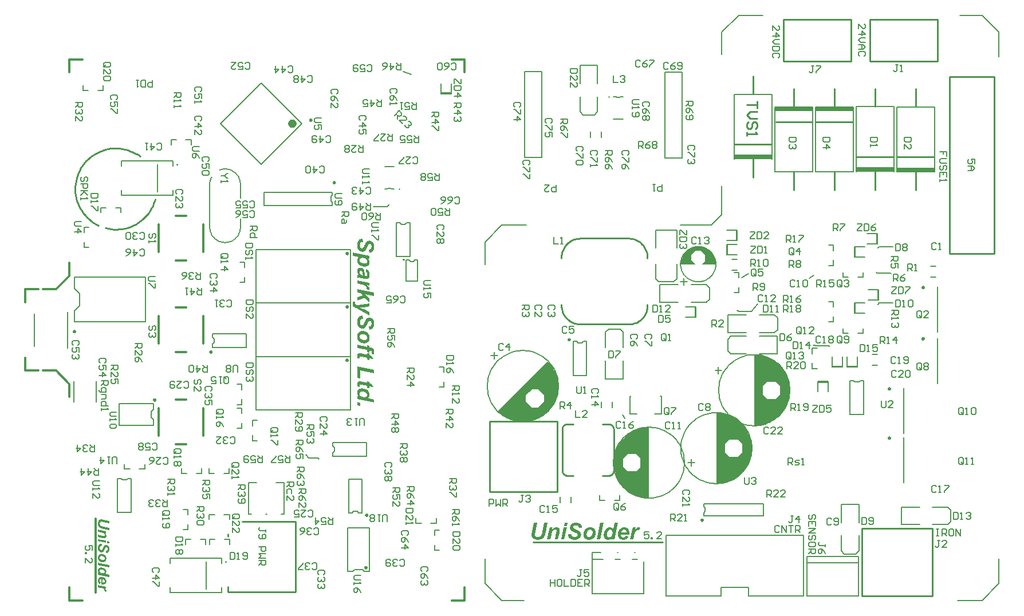
<source format=gto>
%FSTAX26Y26*%
%MOIN*%
%SFA1B1*%

%IPPOS*%
%ADD65C,0.012000*%
%ADD72C,0.010000*%
%ADD114C,0.007870*%
%ADD115C,0.009840*%
%ADD116C,0.008000*%
%ADD117C,0.023620*%
%ADD118C,0.005910*%
%ADD119C,0.005910*%
%ADD120R,0.220470X0.031500*%
%LNunisolder52_full-1*%
%LPD*%
G36*
X0325093Y0417283D02*
Y0418334D01*
X0326467Y0418043*
Y0417002*
X0327174Y0416845*
X0327185*
X0327216Y0416835*
X0327258Y0416825*
X032732Y0416814*
X0327383Y0416804*
X0327466Y0416783*
X0327653Y0416731*
X0327851Y0416679*
X0328039Y0416627*
X0328216Y0416564*
X0328288Y0416533*
X0328351Y0416502*
X0328372Y0416492*
X0328424Y041646*
X0328497Y0416408*
X032859Y0416335*
X0328694Y0416242*
X0328809Y0416138*
X0328913Y0416002*
X0329017Y0415846*
Y0415836*
X0329028Y0415825*
X0329059Y0415763*
X03291Y0415669*
X0329142Y0415534*
X0329184Y0415367*
X0329225Y0415169*
X0329257Y041494*
X0329267Y041468*
Y041467*
Y0414639*
Y0414597*
Y0414534*
X0329257Y0414451*
X0329246Y0414357*
Y0414253*
X0329225Y0414128*
X0329215Y0413993*
X0329194Y0413858*
X0329132Y0413546*
X0329059Y0413212*
X0328955Y0412858*
X0327612Y0413223*
Y0413233*
X0327622Y0413254*
X0327633Y0413285*
X0327653Y0413337*
X0327664Y0413389*
X0327685Y0413462*
X0327737Y0413618*
X0327778Y0413785*
X032781Y0413972*
X0327841Y041416*
X0327851Y0414326*
Y0414337*
Y0414378*
X0327841Y0414441*
X032783Y0414503*
X0327799Y0414586*
X0327768Y0414659*
X0327716Y0414743*
X0327643Y0414805*
X0327633*
X0327612Y0414826*
X032757Y0414847*
X0327508Y0414867*
X0327414Y0414899*
X0327289Y041494*
X0327133Y0414982*
X0326945Y0415024*
X0326467Y0415128*
Y0413774*
X0325093Y0414066*
Y0415419*
X0319502Y0416585*
Y0418449*
X0325093Y0417283*
G37*
G36*
X0322563Y0426537D02*
X0322698Y0426527D01*
X0322865Y0426516*
X0323052Y0426485*
X032326Y0426454*
X0323489Y0426412*
X0323729Y042635*
X0323979Y0426287*
X0324239Y0426194*
X0324499Y0426089*
X0324749Y0425965*
X0324999Y0425819*
X0325238Y0425652*
X0325467Y0425465*
X0325478Y0425455*
X0325519Y0425413*
X0325571Y042535*
X0325644Y0425267*
X0325738Y0425153*
X0325832Y0425028*
X0325936Y0424872*
X032605Y0424695*
X0326154Y0424497*
X0326258Y0424278*
X0326352Y0424049*
X0326446Y0423789*
X0326519Y0423518*
X0326571Y0423227*
X0326612Y0422915*
X0326623Y0422592*
Y0422571*
Y0422519*
X0326612Y0422446*
Y0422342*
X0326602Y0422207*
X0326581Y0422061*
X032655Y0421894*
X0326519Y0421717*
X0326467Y042153*
X0326415Y0421332*
X0326342Y0421134*
X0326258Y0420937*
X0326165Y0420739*
X032605Y0420551*
X0325915Y0420364*
X0325769Y0420197*
X0325759Y0420187*
X0325728Y0420156*
X0325686Y0420114*
X0325613Y0420062*
X032553Y0419989*
X0325426Y0419916*
X0325301Y0419843*
X0325165Y041976*
X0325009Y0419677*
X0324832Y0419604*
X0324645Y0419521*
X0324447Y0419458*
X0324229Y0419406*
X0323989Y0419365*
X0323739Y0419333*
X0323479Y0419323*
X0323406*
X0323312Y0419333*
X0323198Y0419344*
X0323052Y0419354*
X0322875Y0419375*
X0322688Y0419417*
X032248Y0419458*
X0322261Y041951*
X0322022Y0419583*
X0321782Y0419677*
X0321532Y0419781*
X0321283Y0419906*
X0321033Y0420052*
X0320793Y0420218*
X0320554Y0420406*
X0320543Y0420416*
X0320502Y0420458*
X0320439Y042052*
X0320366Y0420603*
X0320273Y0420708*
X0320169Y0420843*
X0320054Y0420999*
X031994Y0421176*
X0319825Y0421374*
X0319711Y0421592*
X0319606Y0421821*
X0319513Y0422082*
X031944Y0422363*
X0319377Y0422654*
X0319336Y0422966*
X0319325Y04233*
Y042331*
Y0423341*
Y0423393*
X0319336Y0423466*
Y042355*
X0319346Y0423654*
X0319357Y0423768*
X0319377Y0423893*
X0319419Y0424164*
X0319492Y0424455*
X0319586Y0424757*
X0319711Y0425048*
Y0425059*
X0319731Y042508*
X0319752Y0425121*
X0319783Y0425173*
X0319825Y0425236*
X0319877Y0425309*
X0320002Y0425475*
X0320158Y0425663*
X0320346Y042585*
X0320575Y0426027*
X0320824Y0426183*
X0320835*
X0320856Y0426194*
X0320897Y0426214*
X0320949Y0426235*
X0321022Y0426266*
X0321095Y0426298*
X0321189Y0426329*
X0321293Y042636*
X0321522Y0426433*
X0321782Y0426485*
X0322074Y0426527*
X0322375Y0426548*
X0322459*
X0322563Y0426537*
G37*
G36*
X0326467Y04134D02*
Y0412484D01*
X032757Y0412255*
X0328871Y041011*
X0326467Y041061*
Y0409454*
X0325072Y0409746*
Y0410891*
X0322136Y0411516*
X0322126*
X0322105Y0411526*
X0322063*
X0322011Y0411536*
X0321876Y0411568*
X032173Y0411599*
X0321564Y041163*
X0321418Y0411651*
X0321355Y0411661*
X0321303Y0411672*
X0321262Y0411682*
X0321199*
X0321158Y0411672*
X0321106Y0411661*
X0320991Y041162*
X0320939Y0411588*
X0320887Y0411547*
Y0411536*
X0320866Y0411516*
X0320856Y0411484*
X0320835Y0411432*
X0320814Y0411359*
X0320793Y0411276*
X0320783Y0411172*
X0320772Y0411047*
Y0411037*
Y0411016*
Y0410985*
X0320783Y0410922*
Y0410839*
X0320793Y0410724*
X0320804Y0410589*
X0320824Y0410412*
X0319429Y0410704*
Y0410714*
Y0410724*
X0319409Y0410787*
X0319398Y0410881*
X0319377Y0411016*
X0319357Y0411162*
X0319346Y0411328*
X0319325Y0411516*
Y0411703*
Y0411713*
Y0411744*
Y0411797*
X0319336Y0411869*
Y0411953*
X0319346Y0412046*
X0319377Y0412255*
X0319419Y0412494*
X0319492Y0412744*
X0319586Y0412962*
X0319648Y0413067*
X0319711Y041316*
X0319731Y0413181*
X0319783Y0413233*
X0319867Y0413306*
X0319992Y0413379*
X0320137Y0413462*
X0320325Y0413535*
X0320543Y0413587*
X0320658Y0413597*
X0320783Y0413608*
X0320856*
X0320897Y0413597*
X0320949*
X0321012Y0413587*
X0321085Y0413577*
X0321178Y0413566*
X0321283Y0413546*
X0321407Y0413525*
X0321543Y0413504*
X0321699Y0413483*
X0321865Y0413452*
X0322053Y041341*
X0322261Y0413369*
X0325072Y0412765*
Y0413691*
X0326467Y04134*
G37*
G36*
Y0397014D02*
Y0396098D01*
X032757Y0395869*
X0328871Y0393725*
X0326467Y0394225*
Y0393069*
X0325072Y039336*
Y0394506*
X0322136Y039513*
X0322126*
X0322105Y0395141*
X0322063*
X0322011Y0395151*
X0321876Y0395182*
X032173Y0395214*
X0321564Y0395245*
X0321418Y0395266*
X0321355Y0395276*
X0321303Y0395286*
X0321262Y0395297*
X0321199*
X0321158Y0395286*
X0321106Y0395276*
X0320991Y0395234*
X0320939Y0395203*
X0320887Y0395161*
Y0395151*
X0320866Y039513*
X0320856Y0395099*
X0320835Y0395047*
X0320814Y0394974*
X0320793Y0394891*
X0320783Y0394787*
X0320772Y0394662*
Y0394651*
Y0394631*
Y0394599*
X0320783Y0394537*
Y0394454*
X0320793Y0394339*
X0320804Y0394204*
X0320824Y0394027*
X0319429Y0394318*
Y0394329*
Y0394339*
X0319409Y0394402*
X0319398Y0394495*
X0319377Y0394631*
X0319357Y0394776*
X0319346Y0394943*
X0319325Y039513*
Y0395318*
Y0395328*
Y0395359*
Y0395411*
X0319336Y0395484*
Y0395567*
X0319346Y0395661*
X0319377Y0395869*
X0319419Y0396109*
X0319492Y0396359*
X0319586Y0396577*
X0319648Y0396681*
X0319711Y0396775*
X0319731Y0396796*
X0319783Y0396848*
X0319867Y0396921*
X0319992Y0396994*
X0320137Y0397077*
X0320325Y039715*
X0320543Y0397202*
X0320658Y0397212*
X0320783Y0397223*
X0320856*
X0320897Y0397212*
X0320949*
X0321012Y0397202*
X0321085Y0397191*
X0321178Y0397181*
X0321283Y039716*
X0321407Y0397139*
X0321543Y0397118*
X0321699Y0397098*
X0321865Y0397066*
X0322053Y0397025*
X0322261Y0396983*
X0325072Y0396379*
Y0397306*
X0326467Y0397014*
G37*
G36*
X0329111Y0403906D02*
Y0401928D01*
X0321106Y0403593*
Y0398711*
X0319502Y0399044*
Y0405904*
X0329111Y0403906*
G37*
G36*
X0322709Y0433574D02*
X0322625D01*
X0322563Y0433564*
X032249Y0433554*
X0322407*
X0322219Y0433522*
X0322011Y0433491*
X0321813Y0433429*
X0321636Y0433366*
X0321553Y0433324*
X0321491Y0433272*
X032148Y0433262*
X032147Y0433252*
X0321449Y043322*
X0321407Y0433189*
X0321376Y0433137*
X0321335Y0433075*
X0321283Y0433002*
X0321241Y0432908*
X0321189Y0432804*
X0321147Y043269*
X0321095Y0432564*
X0321064Y0432419*
X0321033Y0432252*
X0321001Y0432075*
X0320991Y0431888*
X0320981Y043168*
Y0431669*
Y0431638*
Y0431586*
X0320991Y0431524*
Y043144*
X0321001Y0431347*
X0321022Y0431138*
X0321064Y0430909*
X0321126Y043067*
X032121Y0430462*
X0321262Y0430358*
X0321324Y0430274*
X0321345Y0430254*
X0321387Y0430201*
X0321459Y0430139*
X0321553Y0430056*
X0321678Y0429973*
X0321824Y042991*
X032198Y0429858*
X0322157Y0429837*
X032223*
X0322313Y0429858*
X0322407Y0429879*
X0322521Y042992*
X0322646Y0429983*
X0322771Y0430077*
X0322886Y0430191*
X0322896Y0430201*
X0322927Y0430243*
X0322948Y0430285*
X0322979Y0430326*
X032301Y0430389*
X0323052Y0430451*
X0323104Y0430535*
X0323156Y0430639*
X0323208Y0430743*
X0323271Y0430878*
X0323344Y0431024*
X0323416Y043118*
X03235Y0431367*
X0323583Y0431565*
X0323593Y0431576*
X0323604Y0431617*
X0323635Y0431669*
X0323666Y0431742*
X0323708Y0431836*
X032376Y043194*
X0323812Y0432065*
X0323864Y043219*
X0324Y043245*
X0324135Y0432721*
X032427Y0432981*
X0324333Y0433095*
X0324395Y04332*
Y043321*
X0324406Y043322*
X0324458Y0433283*
X032452Y0433377*
X0324624Y0433491*
X0324739Y0433616*
X0324884Y0433751*
X0325051Y0433887*
X0325238Y0434001*
X0325249*
X0325259Y0434012*
X032529Y0434032*
X0325332Y0434043*
X0325436Y0434095*
X0325582Y0434147*
X0325759Y0434199*
X0325967Y0434251*
X0326196Y0434282*
X0326446Y0434293*
X0326498*
X032656Y0434282*
X0326654*
X0326758Y0434261*
X0326873Y0434251*
X0327008Y043422*
X0327154Y0434178*
X032731Y0434136*
X0327476Y0434074*
X0327643Y0434012*
X032781Y0433928*
X0327987Y0433824*
X0328153Y043371*
X0328309Y0433574*
X0328465Y0433418*
X0328476Y0433408*
X0328497Y0433377*
X0328538Y0433324*
X032859Y0433252*
X0328653Y0433168*
X0328715Y0433054*
X0328788Y0432919*
X0328871Y0432773*
X0328944Y0432606*
X0329017Y0432408*
X032908Y04322*
X0329142Y0431982*
X0329194Y0431732*
X0329236Y0431461*
X0329257Y043118*
X0329267Y0430878*
Y0430857*
Y0430805*
Y0430712*
X0329257Y0430597*
X0329246Y0430451*
X0329225Y0430295*
X0329205Y0430108*
X0329163Y042991*
X0329121Y0429702*
X0329069Y0429494*
X0329007Y0429275*
X0328934Y0429056*
X032884Y0428838*
X0328726Y042863*
X0328611Y0428432*
X0328465Y0428255*
X0328455Y0428244*
X0328434Y0428213*
X0328382Y0428171*
X032832Y0428109*
X0328247Y0428036*
X0328143Y0427953*
X0328039Y042787*
X0327903Y0427776*
X0327768Y0427693*
X0327601Y0427599*
X0327435Y0427516*
X0327247Y0427432*
X0327039Y0427359*
X0326831Y0427308*
X0326602Y0427266*
X0326363Y0427235*
X0326279Y0429129*
X032631*
X0326342Y042914*
X0326394Y042915*
X0326519Y0429171*
X0326664Y0429223*
X0326841Y0429285*
X0327008Y0429369*
X0327185Y0429483*
X0327331Y0429629*
X0327351Y042965*
X0327393Y0429712*
X0327445Y0429806*
X0327518Y0429941*
X0327591Y0430129*
X0327643Y0430337*
X0327685Y0430597*
X0327705Y0430889*
Y0430899*
Y043092*
Y0430961*
Y0431024*
X0327695Y0431086*
Y043117*
X0327674Y0431347*
X0327633Y0431534*
X032758Y0431732*
X0327508Y0431909*
X0327466Y0431992*
X0327414Y0432065*
X0327403Y0432075*
X0327362Y0432117*
X0327299Y0432169*
X0327216Y0432231*
X0327112Y0432304*
X0326987Y0432356*
X0326841Y0432398*
X0326685Y0432408*
X0326664*
X0326612Y0432398*
X0326539Y0432388*
X0326446Y0432367*
X0326331Y0432336*
X0326217Y0432273*
X0326102Y04322*
X0325998Y0432096*
X0325988Y0432075*
X0325946Y0432023*
X0325925Y0431992*
X0325884Y043194*
X0325852Y0431867*
X03258Y0431794*
X0325748Y0431711*
X0325696Y0431607*
X0325634Y0431492*
X0325571Y0431357*
X0325499Y0431211*
X0325415Y0431045*
X0325332Y0430868*
X0325249Y043067*
X0325238Y0430649*
X0325218Y0430597*
X0325176Y0430514*
X0325134Y0430399*
X0325072Y0430274*
X0324999Y0430118*
X0324916Y0429962*
X0324832Y0429785*
X0324645Y0429431*
X0324551Y0429254*
X0324458Y0429077*
X0324353Y0428921*
X032426Y0428775*
X0324166Y042865*
X0324083Y0428557*
X0324072Y0428546*
X0324051Y0428525*
X032402Y0428494*
X0323968Y0428453*
X0323895Y0428401*
X0323822Y0428338*
X0323729Y0428286*
X0323625Y0428213*
X032351Y0428151*
X0323385Y0428099*
X032324Y0428036*
X0323094Y0427984*
X0322938Y0427943*
X0322761Y0427911*
X0322584Y042789*
X0322396Y042788*
X0322344*
X0322271Y042789*
X0322188*
X0322074Y0427911*
X0321949Y0427932*
X0321803Y0427963*
X0321647Y0428005*
X032148Y0428057*
X0321303Y042813*
X0321126Y0428203*
X0320939Y0428307*
X0320762Y0428421*
X0320575Y0428557*
X0320398Y0428713*
X0320221Y042889*
X032021Y04289*
X0320179Y0428932*
X0320137Y0428994*
X0320085Y0429077*
X0320012Y0429181*
X031994Y0429306*
X0319856Y0429452*
X0319773Y0429619*
X031969Y0429806*
X0319606Y0430014*
X0319534Y0430243*
X0319461Y0430493*
X0319409Y0430764*
X0319367Y0431055*
X0319336Y0431367*
X0319325Y043169*
Y0431701*
Y0431742*
Y0431815*
X0319336Y0431898*
Y0432002*
X0319346Y0432127*
X0319357Y0432273*
X0319377Y0432419*
X0319398Y0432585*
X0319429Y0432762*
X0319502Y0433116*
X0319606Y0433481*
X0319742Y0433835*
Y0433845*
X0319763Y0433876*
X0319783Y0433918*
X0319815Y043398*
X0319856Y0434053*
X0319908Y0434136*
X0320044Y0434334*
X032021Y0434542*
X0320408Y0434761*
X0320637Y0434948*
X0320762Y0435042*
X0320897Y0435115*
X0320908*
X0320929Y0435136*
X032097Y0435146*
X0321033Y0435178*
X0321095Y0435198*
X0321178Y0435229*
X0321283Y0435261*
X0321387Y0435302*
X0321512Y0435334*
X0321636Y0435365*
X0321928Y0435417*
X0322251Y0435448*
X0322604Y0435459*
X0322709Y0433574*
G37*
G36*
X0321512Y0463316D02*
X0321595Y0463305D01*
X0321689Y0463295*
X0321803Y0463274*
X0321918Y0463253*
X0322178Y046318*
X0322303Y0463128*
X0322438Y0463066*
X0322573Y0462993*
X0322698Y046291*
X0322823Y0462816*
X0322938Y0462712*
X0322948Y0462702*
X0322969Y0462681*
X032299Y0462639*
X0323031Y0462587*
X0323083Y0462514*
X0323135Y0462431*
X0323198Y0462327*
X032326Y0462202*
X0323323Y0462056*
X0323385Y04619*
X0323437Y0461713*
X03235Y0461515*
X0323552Y0461286*
X0323604Y0461046*
X0323635Y0460786*
X0323666Y0460495*
Y0460484*
Y0460432*
X0323677Y046037*
X0323687Y0460276*
X0323698Y0460172*
X0323708Y0460047*
X0323718Y0459912*
X0323739Y0459766*
X0323781Y0459464*
X0323822Y0459172*
X0323854Y0459037*
X0323875Y0458912*
X0323906Y0458798*
X0323937Y0458704*
X0323958Y0458694*
X0324Y0458683*
X0324072Y0458662*
X0324156Y0458642*
X032426Y0458621*
X0324364Y04586*
X0324468Y0458579*
X0324614*
X0324666Y045859*
X0324739Y045861*
X0324822Y0458642*
X0324905Y0458683*
X0324988Y0458746*
X0325072Y0458829*
X0325082Y0458839*
X0325103Y0458871*
X0325134Y0458933*
X0325176Y0459006*
X0325218Y045911*
X0325249Y0459235*
X032527Y0459381*
X032528Y0459547*
Y0459558*
Y0459568*
Y045963*
X032527Y0459724*
X0325259Y0459839*
X0325228Y0459964*
X0325197Y0460099*
X0325145Y0460234*
X0325072Y0460349*
X0325061Y0460359*
X032503Y0460391*
X0324988Y0460442*
X0324926Y0460505*
X0324843Y0460578*
X0324739Y046064*
X0324624Y0460692*
X0324499Y0460744*
X0324645Y0462577*
X0324655*
X0324687Y0462566*
X0324739Y0462545*
X0324801Y0462514*
X0324874Y0462483*
X0324968Y0462441*
X0325176Y0462327*
X0325405Y0462171*
X0325644Y0461983*
X0325769Y0461879*
X0325884Y0461754*
X0325988Y0461629*
X0326092Y0461483*
X0326102Y0461473*
X0326113Y0461452*
X0326144Y04614*
X0326175Y0461338*
X0326217Y0461265*
X0326258Y0461171*
X032631Y0461057*
X0326363Y0460932*
X0326404Y0460786*
X0326456Y046063*
X0326498Y0460463*
X0326539Y0460276*
X0326571Y0460078*
X0326602Y045986*
X0326612Y0459641*
X0326623Y0459402*
Y0459391*
Y0459339*
Y0459277*
X0326612Y0459183*
X0326602Y0459068*
X0326592Y0458944*
X0326581Y0458798*
X032656Y0458652*
X0326487Y0458329*
X0326394Y0457996*
X0326331Y045784*
X0326258Y0457684*
X0326175Y0457538*
X0326081Y0457413*
X0326071Y0457403*
X0326061Y0457382*
X0326029Y0457351*
X0325988Y0457309*
X0325936Y0457268*
X0325873Y0457205*
X0325717Y0457091*
X0325519Y0456976*
X0325301Y0456872*
X0325176Y045683*
X0325041Y0456799*
X0324905Y0456778*
X0324759Y0456768*
X0324645*
X0324562Y0456778*
X0324458*
X0324343Y0456789*
X0324093Y045683*
X0324072*
X0324051Y0456841*
X032401*
X0323968Y0456851*
X0323906Y0456861*
X0323822Y0456882*
X0323729Y0456893*
X0323614Y0456924*
X0323479Y0456945*
X0323333Y0456976*
X0323156Y0457018*
X0322958Y0457059*
X032274Y0457101*
X03225Y0457153*
X032223Y0457215*
X0322219*
X0322178Y0457226*
X0322115Y0457236*
X0322032Y0457257*
X0321928Y0457278*
X0321813Y0457299*
X0321678Y045733*
X0321543Y0457351*
X0321262Y0457403*
X032097Y0457444*
X0320835Y0457465*
X032071Y0457476*
X0320595Y0457486*
X0320418*
X0320325Y0457476*
X03202Y0457465*
X0320054Y0457455*
X0319887Y0457424*
X03197Y0457392*
X0319502Y045734*
Y0459162*
X0319523*
X0319565Y0459183*
X0319638Y0459204*
X0319742Y0459225*
X0319856Y0459245*
X0319992Y0459266*
X0320137Y0459287*
X0320283Y0459297*
X0320262Y0459318*
X032021Y045937*
X0320127Y0459454*
X0320023Y0459568*
X0319908Y0459714*
X0319794Y045988*
X0319679Y0460057*
X0319575Y0460255*
Y0460265*
X0319565Y0460276*
X0319554Y0460307*
X0319534Y0460349*
X0319492Y0460453*
X031945Y0460588*
X0319409Y0460755*
X0319367Y0460942*
X0319336Y046114*
X0319325Y0461338*
Y0461348*
Y0461379*
Y0461421*
X0319336Y0461483*
X0319346Y0461556*
X0319357Y046164*
X0319398Y0461837*
X0319461Y0462067*
X0319565Y0462306*
X0319627Y046242*
X03197Y0462545*
X0319794Y046266*
X0319887Y0462764*
X0319898Y0462774*
X0319919Y0462785*
X031995Y0462816*
X0319992Y0462847*
X0320044Y0462889*
X0320117Y0462941*
X03202Y0462993*
X0320283Y0463045*
X0320491Y0463149*
X0320741Y0463243*
X0321033Y0463305*
X0321178Y0463316*
X0321345Y0463326*
X0321439*
X0321512Y0463316*
G37*
G36*
X0326467Y0470186D02*
Y0468417D01*
X0325738Y0468562*
X0325748Y0468552*
X0325759Y0468541*
X032578Y046851*
X0325821Y0468469*
X0325904Y0468354*
X0325998Y0468219*
X0326113Y0468052*
X0326227Y0467875*
X0326331Y0467688*
X0326415Y04675*
Y046749*
X0326425Y046748*
X0326435Y0467448*
X0326446Y0467417*
X0326477Y0467313*
X0326519Y0467178*
X032656Y0467022*
X0326592Y0466834*
X0326612Y0466637*
X0326623Y0466428*
Y0466418*
Y0466376*
Y0466324*
X0326612Y0466251*
X0326602Y0466158*
X0326581Y0466043*
X032656Y0465929*
X0326529Y0465793*
X0326487Y0465658*
X0326435Y0465523*
X0326373Y0465377*
X03263Y0465221*
X0326217Y0465075*
X0326113Y046494*
X0325998Y0464794*
X0325863Y0464669*
X0325852Y0464659*
X0325832Y0464638*
X032578Y0464607*
X0325728Y0464565*
X0325644Y0464513*
X0325551Y0464461*
X0325436Y0464398*
X0325301Y0464336*
X0325155Y0464273*
X0324988Y0464211*
X0324801Y0464159*
X0324603Y0464107*
X0324374Y0464065*
X0324145Y0464034*
X0323885Y0464013*
X0323614Y0464003*
X0323531*
X0323437Y0464013*
X0323302Y0464024*
X0323135Y0464034*
X0322948Y0464065*
X032274Y0464096*
X0322511Y0464149*
X0322261Y0464211*
X0322011Y0464284*
X0321741Y0464377*
X032148Y0464492*
X032121Y0464627*
X0320939Y0464773*
X0320679Y046495*
X0320429Y0465158*
X0320418Y0465169*
X0320377Y04652*
X0320325Y0465262*
X0320252Y0465335*
X0320169Y0465429*
X0320075Y0465543*
X0319981Y0465668*
X0319877Y0465814*
X0319773Y0465981*
X0319679Y0466158*
X0319586Y0466345*
X0319502Y0466553*
X0319429Y0466772*
X0319377Y0467001*
X0319336Y046724*
X0319325Y046749*
Y04675*
Y0467553*
X0319336Y0467625*
X0319346Y0467719*
X0319357Y0467834*
X0319388Y0467969*
X0319419Y0468115*
X0319461Y0468271*
X0319523Y0468437*
X0319596Y0468604*
X031969Y0468781*
X0319794Y0468958*
X0319919Y0469125*
X0320075Y0469291*
X0320241Y0469447*
X0320439Y0469583*
X0316848Y0470332*
Y0472195*
X0326467Y0470186*
G37*
G36*
Y0454582D02*
Y0452822D01*
X0325103Y0453103*
X0325124Y0453093*
X0325165Y0453062*
X0325249Y045301*
X0325342Y0452937*
X0325457Y0452843*
X0325582Y0452729*
X0325717Y0452614*
X0325863Y0452468*
X0326009Y0452323*
X0326144Y0452156*
X0326269Y0451979*
X0326383Y0451792*
X0326487Y0451604*
X032656Y0451396*
X0326602Y0451188*
X0326623Y045098*
Y0450959*
Y0450907*
X0326612Y0450824*
X0326602Y045072*
X0326571Y0450584*
X0326539Y0450438*
X0326487Y0450272*
X0326415Y0450105*
X0324874Y0450824*
Y0450834*
X0324884Y0450865*
X0324905Y0450917*
X0324926Y045099*
X0324936Y0451074*
X0324957Y0451167*
X0324968Y0451375*
Y0451386*
Y0451396*
X0324957Y0451459*
X0324947Y0451552*
X0324926Y0451677*
X0324874Y0451833*
X0324812Y0452*
X0324718Y0452177*
X0324593Y0452364*
Y0452375*
X0324572Y0452385*
X032453Y0452448*
X0324447Y0452541*
X0324333Y0452645*
X0324197Y0452781*
X0324031Y0452906*
X0323833Y0453041*
X0323614Y0453156*
X0323604*
X0323583Y0453166*
X0323552Y0453187*
X03235Y0453208*
X0323437Y0453228*
X0323354Y045326*
X032326Y0453291*
X0323146Y0453333*
X0323021Y0453374*
X0322875Y0453416*
X0322719Y0453457*
X0322542Y045351*
X0322355Y0453551*
X0322147Y0453603*
X0321918Y0453655*
X0321678Y0453707*
X0319502Y0454165*
Y0456029*
X0326467Y0454582*
G37*
G36*
X0318284Y0443526D02*
Y0443516D01*
X0318264Y0443464*
X0318253Y0443401*
X0318232Y0443318*
X0318212Y0443224*
X0318201Y044311*
X031818Y044287*
Y044286*
Y0442829*
X0318191Y0442787*
X0318201Y0442725*
X0318222Y0442652*
X0318253Y0442568*
X0318295Y0442475*
X0318347Y0442371*
X031842Y0442256*
X0318503Y0442142*
X0318607Y0442027*
X0318742Y0441902*
X0318888Y0441788*
X0319065Y0441663*
X0319273Y0441548*
X0319502Y0441444*
X0326467Y0442652*
Y0440788*
X032299Y044032*
X0322979*
X0322927Y044031*
X0322865Y0440299*
X0322771Y0440289*
X0322667Y0440278*
X0322542Y0440258*
X0322407Y0440247*
X0322261Y0440226*
X0321949Y0440195*
X0321636Y0440164*
X0321491Y0440143*
X0321355Y0440133*
X032123*
X0321116Y0440122*
X0321126*
X0321168Y0440101*
X032122Y0440081*
X0321303Y0440049*
X0321397Y0440018*
X0321512Y0439966*
X0321647Y0439914*
X0321793Y0439852*
X0321959Y0439789*
X0322136Y0439706*
X0322313Y0439622*
X0322511Y0439529*
X0322927Y0439331*
X0323364Y0439102*
X0326467Y0437436*
Y0435448*
X0318826Y0439747*
X0318815Y0439758*
X0318784Y0439768*
X0318732Y0439799*
X031867Y0439831*
X0318597Y0439883*
X0318503Y0439935*
X0318305Y0440049*
X0318087Y0440185*
X0317868Y044033*
X031766Y0440466*
X0317577Y0440528*
X0317493Y0440591*
X0317472Y0440601*
X0317431Y0440643*
X0317358Y0440705*
X0317275Y0440799*
X0317181Y0440903*
X0317077Y0441028*
X0316983Y0441163*
X0316889Y0441319*
X0316879Y044134*
X0316858Y0441392*
X0316817Y0441486*
X0316785Y0441611*
X0316744Y0441757*
X0316702Y0441933*
X0316681Y0442131*
X0316671Y044235*
Y044236*
Y0442381*
Y0442412*
Y0442454*
X0316681Y0442506*
Y0442579*
X0316702Y0442735*
X0316723Y0442933*
X0316764Y0443162*
X0316817Y0443412*
X0316889Y0443682*
X0318284Y0443526*
G37*
G36*
X0329111Y0448742D02*
Y0446868D01*
X0324083Y0447919*
X0326467Y0445442*
Y0442995*
X0323947Y0445796*
X0319502Y0444297*
Y0446181*
X0322719Y0447149*
X0321574Y044844*
X0319502Y0448877*
Y045074*
X0329111Y0448742*
G37*
G36*
X0322407Y0393048D02*
X0322521D01*
X0322667Y0393027*
X0322844Y0393006*
X0323031Y0392975*
X032325Y0392944*
X0323479Y0392892*
X0323718Y039283*
X0323968Y0392746*
X0324229Y0392663*
X0324489Y0392548*
X0324749Y0392424*
X0325009Y0392278*
X032527Y0392111*
X032528Y0392101*
X0325332Y039207*
X0325394Y0392007*
X0325478Y0391934*
X0325582Y0391841*
X0325696Y0391726*
X0325821Y0391591*
X0325946Y0391435*
X0326071Y0391268*
X0326196Y039107*
X032631Y0390862*
X0326415Y0390644*
X0326498Y0390394*
X032656Y0390144*
X0326612Y0389873*
X0326623Y0389582*
Y0389561*
Y0389519*
X0326612Y0389446*
X0326602Y0389342*
X0326592Y0389228*
X032656Y0389092*
X0326529Y0388947*
X0326487Y038878*
X0326425Y0388614*
X0326352Y0388437*
X0326258Y038826*
X0326154Y0388083*
X0326029Y0387906*
X0325873Y0387739*
X0325707Y0387583*
X0325509Y0387448*
X0329111Y0386667*
Y0384793*
X0319502Y0386896*
Y0388666*
X0320241Y0388509*
X0320231Y038852*
X0320221Y038853*
X03202Y0388562*
X0320158Y0388603*
X0320075Y0388697*
X0319971Y0388832*
X0319856Y0388988*
X0319742Y0389155*
X0319627Y0389342*
X0319534Y038953*
Y038954*
X0319523Y038955*
X0319513Y0389582*
X0319502Y0389613*
X0319471Y0389717*
X0319429Y0389852*
X0319388Y0390019*
X0319357Y0390206*
X0319336Y0390414*
X0319325Y0390644*
Y0390654*
Y0390696*
Y0390748*
X0319336Y039082*
X0319346Y0390914*
X0319367Y0391018*
X0319388Y0391133*
X0319419Y0391268*
X031945Y0391403*
X0319502Y0391539*
X0319565Y0391685*
X0319638Y039183*
X0319721Y0391976*
X0319815Y0392122*
X0319929Y0392257*
X0320054Y0392392*
X0320064Y0392403*
X0320085Y0392424*
X0320127Y0392455*
X0320189Y0392496*
X0320273Y0392548*
X0320366Y0392601*
X0320481Y0392663*
X0320606Y0392725*
X0320752Y0392788*
X0320918Y039285*
X0321095Y0392902*
X0321293Y0392954*
X0321501Y0392996*
X032173Y0393027*
X032198Y0393048*
X032224Y0393059*
X0322313*
X0322407Y0393048*
G37*
G36*
X0175033Y0290118D02*
Y0288868D01*
X0168628Y0290208*
Y029145*
X0175033Y0290118*
G37*
G36*
X0170668Y0296711D02*
X0170758Y0296704D01*
X0170869Y0296697*
X0170994Y0296676*
X0171133Y0296655*
X0171286Y0296627*
X0171445Y0296586*
X0171612Y0296544*
X0171785Y0296482*
X0171959Y0296412*
X0172125Y0296329*
X0172292Y0296232*
X0172451Y0296121*
X0172604Y0295996*
X0172611Y0295989*
X0172639Y0295961*
X0172674Y0295919*
X0172722Y0295864*
X0172785Y0295788*
X0172847Y0295704*
X0172916Y02956*
X0172993Y0295482*
X0173062Y029535*
X0173132Y0295205*
X0173194Y0295052*
X0173257Y0294878*
X0173305Y0294698*
X017334Y0294504*
X0173368Y0294296*
X0173374Y029408*
Y0294066*
Y0294032*
X0173368Y0293983*
Y0293914*
X0173361Y0293824*
X0173347Y0293726*
X0173326Y0293615*
X0173305Y0293497*
X017327Y0293372*
X0173236Y0293241*
X0173187Y0293109*
X0173132Y0292977*
X0173069Y0292845*
X0172993Y029272*
X0172903Y0292595*
X0172805Y0292484*
X0172799Y0292477*
X0172778Y0292456*
X017275Y0292429*
X0172701Y0292394*
X0172646Y0292345*
X0172576Y0292297*
X0172493Y0292248*
X0172403Y0292193*
X0172299Y0292137*
X0172181Y0292089*
X0172056Y0292033*
X0171924Y0291991*
X0171778Y0291957*
X0171619Y0291929*
X0171452Y0291908*
X0171279Y0291901*
X017123*
X0171168Y0291908*
X0171091Y0291915*
X0170994Y0291922*
X0170876Y0291936*
X0170751Y0291964*
X0170612Y0291991*
X0170467Y0292026*
X0170307Y0292075*
X0170147Y0292137*
X0169981Y0292207*
X0169814Y029229*
X0169648Y0292387*
X0169488Y0292498*
X0169328Y0292623*
X0169322Y029263*
X0169294Y0292658*
X0169252Y0292699*
X0169204Y0292755*
X0169141Y0292824*
X0169072Y0292914*
X0168995Y0293019*
X0168919Y0293137*
X0168843Y0293268*
X0168766Y0293414*
X0168697Y0293567*
X0168634Y029374*
X0168586Y0293928*
X0168544Y0294122*
X0168517Y029433*
X016851Y0294552*
Y0294559*
Y029458*
Y0294615*
X0168517Y0294663*
Y0294719*
X0168523Y0294788*
X016853Y0294865*
X0168544Y0294948*
X0168572Y0295128*
X0168621Y0295323*
X0168683Y0295524*
X0168766Y0295718*
Y0295725*
X016878Y0295739*
X0168794Y0295767*
X0168815Y0295801*
X0168843Y0295843*
X0168877Y0295892*
X0168961Y0296003*
X0169065Y0296128*
X016919Y0296252*
X0169342Y0296371*
X0169509Y0296475*
X0169516*
X016953Y0296482*
X0169557Y0296495*
X0169592Y0296509*
X0169641Y029653*
X0169689Y0296551*
X0169752Y0296572*
X0169821Y0296593*
X0169974Y0296641*
X0170147Y0296676*
X0170342Y0296704*
X0170543Y0296718*
X0170598*
X0170668Y0296711*
G37*
G36*
X0170564Y0288778D02*
X017064D01*
X0170737Y0288764*
X0170855Y028875*
X017098Y028873*
X0171126Y0288709*
X0171279Y0288674*
X0171438Y0288632*
X0171605Y0288577*
X0171778Y0288521*
X0171952Y0288445*
X0172125Y0288362*
X0172299Y0288265*
X0172472Y0288154*
X0172479Y0288147*
X0172514Y0288126*
X0172556Y0288084*
X0172611Y0288036*
X017268Y0287973*
X0172757Y0287897*
X017284Y0287807*
X0172923Y0287702*
X0173007Y0287591*
X017309Y028746*
X0173166Y0287321*
X0173236Y0287175*
X0173291Y0287009*
X0173333Y0286842*
X0173368Y0286662*
X0173374Y0286467*
Y0286453*
Y0286425*
X0173368Y0286377*
X0173361Y0286308*
X0173354Y0286231*
X0173333Y0286141*
X0173312Y0286044*
X0173284Y0285933*
X0173243Y0285822*
X0173194Y0285704*
X0173132Y0285586*
X0173062Y0285468*
X0172979Y028535*
X0172875Y0285239*
X0172764Y0285135*
X0172632Y0285044*
X0175033Y0284524*
Y0283275*
X0168628Y0284677*
Y0285856*
X016912Y0285752*
X0169113Y0285759*
X0169106Y0285766*
X0169093Y0285787*
X0169065Y0285815*
X0169009Y0285877*
X016894Y0285967*
X0168863Y0286072*
X0168787Y0286183*
X0168711Y0286308*
X0168648Y0286432*
Y0286439*
X0168641Y0286446*
X0168634Y0286467*
X0168628Y0286488*
X0168607Y0286557*
X0168579Y0286648*
X0168551Y0286759*
X016853Y0286883*
X0168517Y0287022*
X016851Y0287175*
Y0287182*
Y028721*
Y0287244*
X0168517Y0287293*
X0168523Y0287355*
X0168537Y0287425*
X0168551Y0287501*
X0168572Y0287591*
X0168593Y0287682*
X0168628Y0287772*
X0168669Y0287869*
X0168718Y0287966*
X0168773Y0288063*
X0168836Y028816*
X0168912Y0288251*
X0168995Y0288341*
X0169002Y0288348*
X0169016Y0288362*
X0169044Y0288383*
X0169086Y028841*
X0169141Y0288445*
X0169204Y028848*
X016928Y0288521*
X0169363Y0288563*
X016946Y0288605*
X0169571Y0288646*
X0169689Y0288681*
X0169821Y0288716*
X016996Y0288743*
X0170113Y0288764*
X0170279Y0288778*
X0170453Y0288785*
X0170501*
X0170564Y0288778*
G37*
G36*
X017327Y0277619D02*
Y0276446D01*
X0172361Y0276633*
X0172375Y0276626*
X0172403Y0276605*
X0172458Y0276571*
X0172521Y0276522*
X0172597Y027646*
X017268Y0276383*
X0172771Y0276307*
X0172868Y027621*
X0172965Y0276113*
X0173055Y0276002*
X0173138Y0275884*
X0173215Y0275759*
X0173284Y0275634*
X0173333Y0275495*
X0173361Y0275356*
X0173374Y0275217*
Y0275203*
Y0275169*
X0173368Y0275113*
X0173361Y0275044*
X017334Y0274954*
X0173319Y0274856*
X0173284Y0274745*
X0173236Y0274634*
X0172209Y0275113*
Y027512*
X0172215Y0275141*
X0172229Y0275176*
X0172243Y0275224*
X017225Y027528*
X0172264Y0275342*
X0172271Y0275481*
Y0275488*
Y0275495*
X0172264Y0275537*
X0172257Y0275599*
X0172243Y0275682*
X0172209Y0275786*
X0172167Y0275898*
X0172105Y0276015*
X0172021Y027614*
Y0276147*
X0172007Y0276154*
X017198Y0276196*
X0171924Y0276258*
X0171848Y0276328*
X0171757Y0276418*
X0171646Y0276501*
X0171515Y0276591*
X0171369Y0276668*
X0171362*
X0171348Y0276675*
X0171327Y0276689*
X0171292Y0276703*
X0171251Y0276716*
X0171195Y0276737*
X0171133Y0276758*
X0171056Y0276786*
X0170973Y0276814*
X0170876Y0276841*
X0170772Y0276869*
X0170654Y0276904*
X0170529Y0276932*
X017039Y0276966*
X0170238Y0277001*
X0170078Y0277036*
X0168628Y0277341*
Y0278583*
X017327Y0277619*
G37*
G36*
X0170758Y0283323D02*
X0170827D01*
X0170911Y0283316*
X0171008Y0283302*
X0171119Y0283289*
X0171237Y0283261*
X0171369Y0283233*
X0171501Y0283198*
X017164Y0283157*
X0171785Y0283108*
X0171931Y0283046*
X0172077Y0282976*
X0172222Y0282893*
X0172368Y0282803*
X0172382Y0282796*
X017241Y0282768*
X0172458Y0282727*
X0172528Y0282671*
X0172604Y0282595*
X0172687Y0282504*
X0172778Y02824*
X0172875Y0282275*
X0172965Y0282143*
X0173055Y0281984*
X0173138Y0281817*
X0173215Y0281637*
X0173284Y0281436*
X0173333Y0281221*
X0173361Y0280992*
X0173374Y0280749*
Y0280742*
Y0280714*
Y0280665*
X0173368Y028061*
X0173361Y0280533*
X0173347Y028045*
X0173333Y028036*
X0173305Y0280256*
X0173277Y0280152*
X0173243Y0280041*
X0173201Y027993*
X0173152Y0279819*
X017309Y0279708*
X0173014Y0279596*
X0172937Y0279492*
X017284Y0279395*
X0172833Y0279388*
X0172819Y0279375*
X0172785Y0279347*
X0172743Y0279319*
X0172687Y0279277*
X0172625Y0279236*
X0172549Y0279187*
X0172458Y0279138*
X0172361Y0279097*
X017225Y0279048*
X0172125Y0279007*
X0172Y0278965*
X0171855Y0278937*
X0171702Y0278909*
X0171542Y0278896*
X0171369Y0278889*
X0171251*
X0171202Y0278896*
X0171098Y0278903*
X0170966Y0278909*
X0170827Y0278923*
X0170689Y0278951*
X017055Y0278979*
Y0282123*
X0170508*
X0170467Y028213*
X017039*
X0170356Y0282123*
X0170314*
X0170272Y0282116*
X0170161Y0282095*
X0170043Y0282067*
X0169918Y0282019*
X0169793Y0281956*
X0169682Y0281866*
X0169668Y0281852*
X0169641Y0281817*
X0169592Y0281762*
X0169544Y0281685*
X0169495Y0281595*
X0169447Y0281484*
X0169419Y0281359*
X0169405Y0281221*
Y0281214*
Y0281193*
X0169412Y0281158*
Y0281116*
X0169426Y0281068*
X0169439Y0281005*
X016946Y0280936*
X0169488Y0280867*
X0169523Y0280783*
X0169564Y0280707*
X0169613Y0280624*
X0169676Y0280547*
X0169752Y0280464*
X0169835Y0280388*
X0169939Y0280311*
X017005Y0280242*
X0169863Y0279118*
X0169856Y0279125*
X0169835Y0279132*
X01698Y0279152*
X0169752Y027918*
X0169696Y0279215*
X0169627Y027925*
X0169557Y0279298*
X0169481Y0279354*
X0169315Y0279479*
X0169148Y0279631*
X0168982Y0279805*
X0168912Y0279902*
X0168843Y0279999*
X0168836Y0280006*
X0168829Y0280027*
X0168815Y0280055*
X0168794Y0280096*
X0168766Y0280145*
X0168739Y0280207*
X0168711Y0280277*
X0168676Y028036*
X0168648Y0280443*
X0168614Y028054*
X0168565Y0280749*
X0168523Y0280978*
X0168517Y0281102*
X016851Y0281227*
Y0281241*
Y0281269*
X0168517Y0281318*
Y028138*
X016853Y0281463*
X0168544Y0281554*
X0168558Y0281658*
X0168586Y0281769*
X0168614Y0281887*
X0168655Y0282012*
X0168704Y0282137*
X0168759Y0282261*
X0168829Y0282393*
X0168905Y0282511*
X0168995Y0282636*
X0169099Y0282747*
X0169106Y0282754*
X0169127Y0282775*
X0169162Y0282803*
X0169211Y0282838*
X0169266Y0282879*
X0169335Y0282935*
X0169419Y0282983*
X0169516Y0283039*
X0169627Y0283094*
X0169745Y0283143*
X016987Y0283191*
X0170009Y028324*
X0170161Y0283275*
X0170321Y0283302*
X0170487Y0283323*
X0170668Y028333*
X017071*
X0170758Y0283323*
G37*
G36*
X0170765Y0301402D02*
X017071D01*
X0170668Y0301395*
X0170619Y0301388*
X0170564*
X0170439Y0301367*
X01703Y0301346*
X0170168Y0301305*
X017005Y0301263*
X0169995Y0301236*
X0169953Y0301201*
X0169946Y0301194*
X0169939Y0301187*
X0169925Y0301166*
X0169898Y0301145*
X0169877Y0301111*
X0169849Y0301069*
X0169814Y030102*
X0169787Y0300958*
X0169752Y0300888*
X0169724Y0300812*
X0169689Y0300729*
X0169668Y0300632*
X0169648Y0300521*
X0169627Y0300403*
X016962Y0300278*
X0169613Y0300139*
Y0300132*
Y0300111*
Y0300077*
X016962Y0300035*
Y0299979*
X0169627Y0299917*
X0169641Y0299778*
X0169668Y0299625*
X016971Y0299466*
X0169766Y0299327*
X01698Y0299258*
X0169842Y0299202*
X0169856Y0299188*
X0169884Y0299153*
X0169932Y0299112*
X0169995Y0299056*
X0170078Y0299001*
X0170175Y0298959*
X0170279Y0298924*
X0170397Y0298911*
X0170446*
X0170501Y0298924*
X0170564Y0298938*
X017064Y0298966*
X0170723Y0299008*
X0170807Y029907*
X0170883Y0299147*
X017089Y0299153*
X0170911Y0299181*
X0170925Y0299209*
X0170946Y0299237*
X0170966Y0299278*
X0170994Y029932*
X0171029Y0299376*
X0171063Y0299445*
X0171098Y0299514*
X017114Y0299605*
X0171188Y0299702*
X0171237Y0299806*
X0171292Y0299931*
X0171348Y0300063*
X0171355Y0300069*
X0171362Y0300097*
X0171383Y0300132*
X0171404Y0300181*
X0171431Y0300243*
X0171466Y0300312*
X0171501Y0300396*
X0171535Y0300479*
X0171626Y0300653*
X0171716Y0300833*
X0171806Y0301006*
X0171848Y0301083*
X0171889Y0301152*
Y0301159*
X0171896Y0301166*
X0171931Y0301208*
X0171973Y030127*
X0172042Y0301346*
X0172118Y030143*
X0172215Y030152*
X0172327Y030161*
X0172451Y0301687*
X0172458*
X0172465Y0301694*
X0172486Y0301707*
X0172514Y0301714*
X0172583Y0301749*
X017268Y0301784*
X0172799Y0301818*
X0172937Y0301853*
X017309Y0301874*
X0173257Y0301881*
X0173291*
X0173333Y0301874*
X0173395*
X0173465Y030186*
X0173541Y0301853*
X0173631Y0301832*
X0173728Y0301804*
X0173832Y0301777*
X0173944Y0301735*
X0174055Y0301694*
X0174166Y0301638*
X0174284Y0301569*
X0174395Y0301492*
X0174499Y0301402*
X0174603Y0301298*
X017461Y0301291*
X0174624Y030127*
X0174652Y0301236*
X0174686Y0301187*
X0174728Y0301131*
X0174769Y0301055*
X0174818Y0300965*
X0174873Y0300868*
X0174922Y0300757*
X0174971Y0300625*
X0175012Y0300486*
X0175054Y030034*
X0175089Y0300174*
X0175116Y0299993*
X017513Y0299806*
X0175137Y0299605*
Y0299591*
Y0299556*
Y0299494*
X017513Y0299417*
X0175123Y029932*
X017511Y0299216*
X0175096Y0299091*
X0175068Y0298959*
X017504Y029882*
X0175005Y0298681*
X0174964Y0298536*
X0174915Y029839*
X0174853Y0298244*
X0174776Y0298106*
X01747Y0297974*
X0174603Y0297856*
X0174596Y0297849*
X0174582Y0297828*
X0174547Y02978*
X0174506Y0297759*
X0174457Y029771*
X0174388Y0297654*
X0174318Y0297599*
X0174228Y0297536*
X0174138Y0297481*
X0174027Y0297418*
X0173916Y0297363*
X0173791Y0297307*
X0173652Y0297259*
X0173513Y0297224*
X0173361Y0297196*
X0173201Y0297176*
X0173145Y0298439*
X0173166*
X0173187Y0298446*
X0173222Y0298452*
X0173305Y0298466*
X0173402Y0298501*
X017352Y0298543*
X0173631Y0298598*
X0173749Y0298675*
X0173846Y0298772*
X017386Y0298786*
X0173888Y0298827*
X0173923Y029889*
X0173971Y029898*
X017402Y0299105*
X0174055Y0299244*
X0174082Y0299417*
X0174096Y0299611*
Y0299618*
Y0299632*
Y029966*
Y0299702*
X0174089Y0299743*
Y0299799*
X0174075Y0299917*
X0174048Y0300042*
X0174013Y0300174*
X0173964Y0300292*
X0173937Y0300347*
X0173902Y0300396*
X0173895Y0300403*
X0173867Y030043*
X0173826Y0300465*
X017377Y0300507*
X0173701Y0300555*
X0173617Y030059*
X017352Y0300618*
X0173416Y0300625*
X0173402*
X0173368Y0300618*
X0173319Y0300611*
X0173257Y0300597*
X017318Y0300576*
X0173104Y0300535*
X0173028Y0300486*
X0172958Y0300416*
X0172951Y0300403*
X0172923Y0300368*
X0172909Y0300347*
X0172882Y0300312*
X0172861Y0300264*
X0172826Y0300215*
X0172792Y030016*
X0172757Y030009*
X0172715Y0300014*
X0172674Y0299924*
X0172625Y0299827*
X017257Y0299716*
X0172514Y0299598*
X0172458Y0299466*
X0172451Y0299452*
X0172438Y0299417*
X017241Y0299362*
X0172382Y0299285*
X017234Y0299202*
X0172292Y0299098*
X0172236Y0298994*
X0172181Y0298876*
X0172056Y029864*
X0171993Y0298522*
X0171931Y0298404*
X0171862Y02983*
X0171799Y0298203*
X0171737Y0298119*
X0171681Y0298057*
X0171674Y029805*
X017166Y0298036*
X017164Y0298015*
X0171605Y0297988*
X0171556Y0297953*
X0171508Y0297911*
X0171445Y0297877*
X0171376Y0297828*
X0171299Y0297786*
X0171216Y0297752*
X0171119Y029771*
X0171022Y0297675*
X0170918Y0297648*
X01708Y0297627*
X0170682Y0297613*
X0170557Y0297606*
X0170522*
X0170474Y0297613*
X0170418*
X0170342Y0297627*
X0170258Y029764*
X0170161Y0297661*
X0170057Y0297689*
X0169946Y0297724*
X0169828Y0297772*
X016971Y0297821*
X0169585Y029789*
X0169467Y0297967*
X0169342Y0298057*
X0169224Y0298161*
X0169106Y0298279*
X0169099Y0298286*
X0169079Y0298307*
X0169051Y0298348*
X0169016Y0298404*
X0168968Y0298473*
X0168919Y0298557*
X0168863Y0298654*
X0168808Y0298765*
X0168753Y029889*
X0168697Y0299028*
X0168648Y0299181*
X01686Y0299348*
X0168565Y0299528*
X0168537Y0299723*
X0168517Y0299931*
X016851Y0300146*
Y0300153*
Y0300181*
Y0300229*
X0168517Y0300285*
Y0300354*
X0168523Y0300437*
X016853Y0300535*
X0168544Y0300632*
X0168558Y0300743*
X0168579Y0300861*
X0168628Y0301097*
X0168697Y030134*
X0168787Y0301575*
Y0301583*
X0168801Y0301603*
X0168815Y0301631*
X0168836Y0301673*
X0168863Y0301721*
X0168898Y0301777*
X0168988Y0301909*
X0169099Y0302047*
X0169231Y0302193*
X0169384Y0302318*
X0169467Y0302381*
X0169557Y0302429*
X0169564*
X0169578Y0302443*
X0169606Y030245*
X0169648Y0302471*
X0169689Y0302485*
X0169745Y0302505*
X0169814Y0302526*
X0169884Y0302554*
X0169967Y0302575*
X017005Y0302596*
X0170245Y030263*
X017046Y0302651*
X0170696Y0302658*
X0170765Y0301402*
G37*
G36*
X0170543Y0316816D02*
X0170585D01*
X017064Y0316809*
X017071Y0316802*
X0170855Y0316781*
X0170862*
X017089Y0316774*
X0170932Y0316767*
X0170966Y031676*
X0171008Y0316753*
X0171056Y0316739*
X0171112Y0316733*
X0171175Y0316719*
X0171251Y0316705*
X0171334Y0316684*
X0171431Y0316663*
X0171535Y0316642*
X0171653Y0316615*
X0175033Y0315865*
Y0314546*
X0171542Y0315317*
X0170689Y0315511*
X0170668*
X0170647Y0315518*
X0170612*
X0170578Y0315525*
X0170529Y0315532*
X0170474Y0315539*
X0170411Y0315546*
X0170397*
X0170356Y0315539*
X0170286Y0315532*
X017021Y0315511*
X017012Y0315469*
X0170022Y0315421*
X0169925Y0315345*
X0169877Y0315303*
X0169835Y0315247*
Y031524*
X0169828Y0315233*
X01698Y0315192*
X0169766Y0315122*
X0169724Y0315025*
X0169682Y03149*
X0169648Y0314755*
X016962Y0314574*
X0169613Y0314373*
Y0314366*
Y0314352*
Y0314324*
Y0314283*
X016962Y0314241*
Y0314192*
X0169634Y0314068*
X0169655Y0313936*
X0169689Y031379*
X0169731Y0313651*
X0169787Y0313519*
Y0313512*
X0169793Y0313505*
X0169821Y0313464*
X0169863Y0313401*
X0169918Y0313325*
X0169995Y0313242*
X0170085Y0313158*
X0170196Y0313075*
X0170321Y0312999*
X0170328*
X0170342Y0312992*
X0170362Y0312978*
X017039Y0312964*
X0170432Y031295*
X0170481Y0312929*
X0170536Y0312909*
X0170605Y0312881*
X0170689Y0312853*
X0170772Y0312825*
X0170876Y0312791*
X017098Y0312763*
X0171105Y0312728*
X0171237Y0312693*
X0171376Y0312659*
X0171528Y0312624*
X0175033Y0311888*
Y0310577*
X0171404Y0311326*
X017139*
X0171355Y031134*
X0171299Y0311347*
X017123Y0311368*
X017114Y0311389*
X0171036Y0311416*
X0170925Y0311451*
X01708Y0311486*
X0170536Y0311569*
X0170265Y0311659*
X0170133Y0311715*
X0170009Y031177*
X0169884Y0311826*
X0169773Y0311881*
X0169766*
X0169745Y0311895*
X0169717Y0311916*
X0169682Y0311937*
X0169634Y0311972*
X0169578Y0312013*
X0169516Y0312062*
X0169447Y0312117*
X0169377Y031218*
X0169301Y0312249*
X0169224Y0312326*
X0169148Y0312416*
X0169072Y0312506*
X0168995Y031261*
X0168926Y0312714*
X0168857Y0312832*
X016885Y0312839*
X0168843Y031286*
X0168822Y0312895*
X0168801Y0312943*
X0168773Y0313006*
X0168746Y0313082*
X0168718Y0313172*
X0168683Y0313269*
X0168648Y0313381*
X0168621Y0313498*
X0168593Y031363*
X0168565Y0313769*
X0168544Y0313922*
X0168523Y0314081*
X0168517Y0314248*
X016851Y0314428*
Y0314442*
Y0314477*
X0168517Y0314539*
Y0314616*
X0168523Y0314713*
X0168537Y0314831*
X0168558Y0314949*
X0168579Y0315088*
X0168607Y0315227*
X0168641Y0315372*
X016869Y0315518*
X0168739Y0315664*
X0168801Y0315809*
X0168877Y0315948*
X0168961Y031608*
X0169058Y0316205*
X0169065Y0316212*
X0169086Y0316233*
X0169113Y0316261*
X0169155Y0316302*
X0169211Y0316351*
X016928Y0316399*
X0169356Y0316455*
X0169439Y031651*
X0169537Y0316573*
X0169648Y0316628*
X0169759Y0316677*
X0169884Y0316725*
X0170022Y0316767*
X0170161Y0316795*
X0170314Y0316816*
X0170474Y0316823*
X0170501*
X0170543Y0316816*
G37*
G36*
X0321314Y0384689D02*
Y0382826D01*
X0319502Y038319*
Y0385053*
X0321314Y0384689*
G37*
G36*
X017327Y0309834D02*
Y030864D01*
X017266Y0308758*
X0172667Y0308752*
X0172674Y0308738*
X0172694Y0308717*
X0172722Y0308682*
X0172757Y030864*
X0172792Y0308599*
X0172875Y0308488*
X0172958Y0308363*
X0173055Y0308217*
X0173138Y0308071*
X0173208Y0307926*
Y0307919*
X0173215Y0307905*
X0173222Y0307884*
X0173236Y0307856*
X017325Y0307821*
X0173264Y030778*
X0173291Y0307676*
X0173319Y0307558*
X0173347Y0307419*
X0173368Y0307266*
X0173374Y0307107*
Y03071*
Y0307079*
Y0307051*
X0173368Y030701*
Y0306961*
X0173361Y0306905*
X0173333Y0306774*
X0173291Y0306635*
X0173236Y0306482*
X0173152Y0306329*
X0173097Y030626*
X0173041Y0306198*
X0173034Y0306191*
X0173028Y0306184*
X0173007Y030617*
X0172979Y0306142*
X0172951Y0306121*
X0172909Y0306094*
X0172812Y0306031*
X0172687Y0305968*
X0172535Y0305913*
X0172368Y0305878*
X0172271Y0305871*
X0172174Y0305864*
X0172125*
X0172098Y0305871*
X0172056*
X0172014Y0305878*
X0171966Y0305885*
X0171903Y0305892*
X0171834Y0305906*
X0171764Y030592*
X0171674Y0305934*
X0171584Y0305948*
X017148Y0305968*
X0171369Y0305989*
X0171244Y0306017*
X0168628Y0306586*
Y0307828*
X0171251Y0307259*
X0171258*
X0171279Y0307252*
X0171306Y0307245*
X0171348Y0307239*
X017139Y0307232*
X0171445Y0307218*
X0171563Y0307197*
X0171681Y0307176*
X0171799Y0307155*
X0171848Y0307148*
X0171896Y0307141*
X0171931Y0307135*
X0172*
X0172042Y0307141*
X0172098Y0307155*
X017216Y0307169*
X0172222Y0307197*
X0172285Y0307232*
X017234Y030728*
X0172347Y0307287*
X0172361Y0307308*
X0172382Y0307336*
X017241Y0307384*
X0172438Y030744*
X0172458Y0307502*
X0172472Y0307586*
X0172479Y0307676*
Y030769*
Y0307724*
X0172465Y0307787*
X0172451Y0307863*
X0172424Y0307953*
X0172382Y0308057*
X017232Y0308175*
X0172243Y03083*
Y0308307*
X0172236Y0308314*
X0172202Y0308356*
X0172153Y0308418*
X0172084Y0308495*
X0171993Y0308578*
X0171889Y0308668*
X0171771Y0308758*
X0171633Y0308835*
X0171619Y0308842*
X0171605Y0308849*
X0171577Y0308862*
X0171542Y0308876*
X0171501Y030889*
X0171452Y0308911*
X0171397Y0308932*
X0171327Y0308953*
X0171244Y030898*
X0171154Y0309008*
X0171056Y0309036*
X0170939Y0309064*
X0170814Y0309091*
X0170682Y0309126*
X0170529Y0309161*
X0168628Y0309557*
Y0310799*
X017327Y0309834*
G37*
G36*
X0175033Y0304018D02*
Y0302769D01*
X0173902Y0303005*
Y0304254*
X0175033Y0304018*
G37*
G36*
X017327Y0304386D02*
Y0303137D01*
X0168628Y0304109*
Y0305351*
X017327Y0304386*
G37*
G36*
X0446964Y0314872D02*
X044711Y0314862D01*
X0447266Y0314841*
X0447453Y031482*
X0447651Y0314779*
X0447859Y0314737*
X0448067Y0314685*
X0448286Y0314622*
X0448505Y0314549*
X0448723Y0314456*
X0448931Y0314341*
X0449129Y0314227*
X0449306Y0314081*
X0449317Y0314071*
X0449348Y031405*
X0449389Y0313998*
X0449452Y0313935*
X0449525Y0313862*
X0449608Y0313758*
X0449691Y0313654*
X0449785Y0313519*
X0449868Y0313384*
X0449962Y0313217*
X0450045Y0313051*
X0450129Y0312863*
X0450201Y0312655*
X0450253Y0312447*
X0450295Y0312218*
X0450326Y0311978*
X0448432Y0311895*
Y0311905*
Y0311926*
X0448421Y0311958*
X0448411Y031201*
X044839Y0312134*
X0448338Y031228*
X0448276Y0312457*
X0448192Y0312624*
X0448078Y0312801*
X0447932Y0312946*
X0447911Y0312967*
X0447849Y0313009*
X0447755Y0313061*
X044762Y0313134*
X0447432Y0313207*
X0447224Y0313259*
X0446964Y03133*
X0446672Y0313321*
X0446537*
X0446475Y0313311*
X0446391*
X0446214Y031329*
X0446027Y0313248*
X0445829Y0313196*
X0445652Y0313123*
X0445569Y0313082*
X0445496Y031303*
X0445486Y0313019*
X0445444Y0312978*
X0445392Y0312915*
X044533Y0312832*
X0445257Y0312728*
X0445205Y0312603*
X0445163Y0312457*
X0445153Y0312301*
Y031228*
X0445163Y0312228*
X0445173Y0312155*
X0445194Y0312062*
X0445225Y0311947*
X0445288Y0311832*
X0445361Y0311718*
X0445465Y0311614*
X0445486Y0311603*
X0445538Y0311562*
X0445569Y0311541*
X0445621Y0311499*
X0445694Y0311468*
X0445767Y0311416*
X044585Y0311364*
X0445954Y0311312*
X0446069Y031125*
X0446204Y0311187*
X044635Y0311114*
X0446516Y0311031*
X0446693Y0310948*
X0446891Y0310864*
X0446912Y0310854*
X0446964Y0310833*
X0447047Y0310791*
X0447162Y031075*
X0447287Y0310687*
X0447443Y0310615*
X0447599Y0310531*
X0447776Y0310448*
X044813Y0310261*
X0448307Y0310167*
X0448484Y0310073*
X044864Y0309969*
X0448786Y0309875*
X0448911Y0309782*
X0449004Y0309699*
X0449015Y0309688*
X0449036Y0309667*
X0449067Y0309636*
X0449108Y0309584*
X044916Y0309511*
X0449223Y0309438*
X0449275Y0309345*
X0449348Y0309241*
X044941Y0309126*
X0449462Y0309001*
X0449525Y0308855*
X0449577Y030871*
X0449618Y0308553*
X044965Y0308376*
X0449671Y0308199*
X0449681Y0308012*
Y0308002*
Y030796*
X0449671Y0307887*
Y0307804*
X044965Y0307689*
X0449629Y0307564*
X0449598Y0307419*
X0449556Y0307263*
X0449504Y0307096*
X0449431Y0306919*
X0449358Y0306742*
X0449254Y0306555*
X044914Y0306378*
X0449004Y030619*
X0448848Y0306013*
X0448671Y0305836*
X0448661Y0305826*
X044863Y0305795*
X0448567Y0305753*
X0448484Y0305701*
X044838Y0305628*
X0448255Y0305555*
X0448109Y0305472*
X0447942Y0305389*
X0447755Y0305306*
X0447547Y0305222*
X0447318Y0305149*
X0447068Y0305077*
X0446797Y0305024*
X0446506Y0304983*
X0446194Y0304952*
X0445871Y0304941*
X0445746*
X0445663Y0304952*
X0445559*
X0445434Y0304962*
X0445288Y0304972*
X0445142Y0304993*
X0444976Y0305014*
X0444799Y0305045*
X0444445Y0305118*
X044408Y0305222*
X0443726Y0305358*
X0443716*
X0443685Y0305378*
X0443643Y0305399*
X0443581Y030543*
X0443508Y0305472*
X0443425Y0305524*
X0443227Y0305659*
X0443018Y0305826*
X04428Y0306024*
X0442613Y0306253*
X0442519Y0306378*
X0442446Y0306513*
Y0306523*
X0442425Y0306544*
X0442415Y0306586*
X0442383Y0306648*
X0442363Y0306711*
X0442331Y0306794*
X04423Y0306898*
X0442259Y0307002*
X0442227Y0307127*
X0442196Y0307252*
X0442144Y0307544*
X0442113Y0307866*
X0442102Y030822*
X0443987Y0308324*
Y0308314*
Y0308283*
Y0308241*
X0443997Y0308179*
X0444007Y0308106*
Y0308022*
X0444039Y0307835*
X044407Y0307627*
X0444132Y0307429*
X0444195Y0307252*
X0444237Y0307169*
X0444288Y0307106*
X0444299Y0307096*
X0444309Y0307086*
X0444341Y0307065*
X0444372Y0307023*
X0444424Y0306992*
X0444486Y030695*
X0444559Y0306898*
X0444653Y0306857*
X0444757Y0306804*
X0444872Y0306763*
X0444996Y0306711*
X0445142Y030668*
X0445309Y0306648*
X0445486Y0306617*
X0445673Y0306607*
X0445881Y0306596*
X0445975*
X0446037Y0306607*
X0446121*
X0446214Y0306617*
X0446423Y0306638*
X0446652Y030668*
X0446891Y0306742*
X0447099Y0306825*
X0447203Y0306877*
X0447287Y030694*
X0447307Y0306961*
X044736Y0307002*
X0447422Y0307075*
X0447505Y0307169*
X0447588Y0307294*
X0447651Y0307439*
X0447703Y0307596*
X0447724Y0307773*
Y0307793*
Y0307845*
X0447703Y0307929*
X0447682Y0308022*
X0447641Y0308137*
X0447578Y0308262*
X0447484Y0308387*
X044737Y0308501*
X044736Y0308512*
X0447318Y0308543*
X0447276Y0308564*
X0447235Y0308595*
X0447172Y0308626*
X044711Y0308668*
X0447026Y030872*
X0446922Y0308772*
X0446818Y0308824*
X0446683Y0308887*
X0446537Y0308959*
X0446381Y0309032*
X0446194Y0309116*
X0445996Y0309199*
X0445985Y0309209*
X0445944Y030922*
X0445892Y0309251*
X0445819Y0309282*
X0445725Y0309324*
X0445621Y0309376*
X0445496Y0309428*
X0445371Y030948*
X0445111Y0309615*
X044484Y0309751*
X044458Y0309886*
X0444465Y0309948*
X0444361Y0310011*
X0444351*
X0444341Y0310021*
X0444278Y0310073*
X0444184Y0310136*
X044407Y031024*
X0443945Y0310354*
X044381Y03105*
X0443674Y0310667*
X044356Y0310854*
Y0310864*
X0443549Y0310875*
X0443529Y0310906*
X0443518Y0310948*
X0443466Y0311052*
X0443414Y0311197*
X0443362Y0311374*
X044331Y0311583*
X0443279Y0311812*
X0443268Y0312062*
Y0312072*
Y0312114*
X0443279Y0312176*
Y031227*
X04433Y0312374*
X044331Y0312488*
X0443341Y0312624*
X0443383Y0312769*
X0443425Y0312926*
X0443487Y0313092*
X0443549Y0313259*
X0443633Y0313425*
X0443737Y0313602*
X0443851Y0313769*
X0443987Y0313925*
X0444143Y0314081*
X0444153Y0314091*
X0444184Y0314112*
X0444237Y0314154*
X0444309Y0314206*
X0444393Y0314268*
X0444507Y0314331*
X0444642Y0314404*
X0444788Y0314487*
X0444955Y031456*
X0445153Y0314633*
X0445361Y0314695*
X0445579Y0314758*
X0445829Y031481*
X04461Y0314851*
X0446381Y0314872*
X0446683Y0314883*
X0446849*
X0446964Y0314872*
G37*
G36*
X0441582Y031303D02*
X0439708D01*
X0440062Y0314726*
X0441936*
X0441582Y031303*
G37*
G36*
X0435575Y0312228D02*
X0435648D01*
X0435732Y0312218*
X0435929Y0312176*
X0436137Y0312114*
X0436367Y031203*
X0436595Y0311905*
X04367Y0311822*
X0436793Y0311739*
X0436804Y0311728*
X0436814Y0311718*
X0436835Y0311687*
X0436877Y0311645*
X0436908Y0311603*
X0436949Y0311541*
X0437043Y0311395*
X0437137Y0311208*
X043722Y0310979*
X0437272Y0310729*
X0437283Y0310583*
X0437293Y0310438*
Y0310417*
Y0310365*
X0437283Y0310323*
Y0310261*
X0437272Y0310198*
X0437262Y0310125*
X0437251Y0310032*
X043723Y0309928*
X043721Y0309823*
X0437189Y0309688*
X0437168Y0309553*
X0437137Y0309397*
X0437106Y030923*
X0437064Y0309043*
X043621Y0305118*
X0434347*
X0435201Y0309053*
Y0309064*
X0435211Y0309095*
X0435221Y0309136*
X0435232Y0309199*
X0435242Y0309261*
X0435263Y0309345*
X0435294Y0309522*
X0435325Y0309699*
X0435357Y0309875*
X0435367Y0309948*
X0435378Y0310021*
X0435388Y0310073*
Y0310115*
Y0310136*
Y0310177*
X0435378Y031024*
X0435357Y0310323*
X0435336Y0310417*
X0435294Y031051*
X0435242Y0310604*
X0435169Y0310687*
X0435159Y0310698*
X0435128Y0310719*
X0435086Y031075*
X0435013Y0310791*
X043493Y0310833*
X0434836Y0310864*
X0434711Y0310885*
X0434576Y0310896*
X0434503*
X0434409Y0310875*
X0434295Y0310854*
X043416Y0310812*
X0434003Y031075*
X0433826Y0310656*
X0433639Y0310542*
X0433629*
X0433618Y0310531*
X0433556Y0310479*
X0433462Y0310406*
X0433348Y0310302*
X0433223Y0310167*
X0433087Y0310011*
X0432952Y0309834*
X0432837Y0309626*
X0432827Y0309605*
X0432817Y0309584*
X0432796Y0309542*
X0432775Y030949*
X0432754Y0309428*
X0432723Y0309355*
X0432692Y0309272*
X043266Y0309168*
X0432619Y0309043*
X0432577Y0308907*
X0432536Y0308762*
X0432494Y0308585*
X0432452Y0308397*
X04324Y0308199*
X0432348Y030797*
X0431755Y0305118*
X0429891*
X0431339Y0312082*
X0433129*
X0432952Y0311166*
X0432962Y0311177*
X0432983Y0311187*
X0433014Y0311218*
X0433067Y031126*
X0433129Y0311312*
X0433191Y0311364*
X0433358Y0311489*
X0433545Y0311614*
X0433764Y031176*
X0433983Y0311885*
X0434201Y0311989*
X0434212*
X0434233Y0311999*
X0434264Y031201*
X0434305Y031203*
X0434357Y0312051*
X043442Y0312072*
X0434576Y0312114*
X0434753Y0312155*
X0434961Y0312197*
X043519Y0312228*
X043543Y0312239*
X0435513*
X0435575Y0312228*
G37*
G36*
X048342D02*
X0483524Y0312218D01*
X0483659Y0312187*
X0483805Y0312155*
X0483971Y0312103*
X0484138Y031203*
X048342Y031049*
X0483409*
X0483378Y03105*
X0483326Y0310521*
X0483253Y0310542*
X048317Y0310552*
X0483076Y0310573*
X0482868Y0310583*
X0482847*
X0482785Y0310573*
X0482691Y0310562*
X0482566Y0310542*
X048241Y031049*
X0482243Y0310427*
X0482066Y0310333*
X0481879Y0310209*
X0481869*
X0481858Y0310188*
X0481796Y0310146*
X0481702Y0310063*
X0481598Y0309948*
X0481463Y0309813*
X0481338Y0309646*
X0481202Y0309449*
X0481088Y030923*
Y030922*
X0481077Y0309199*
X0481057Y0309168*
X0481036Y0309116*
X0481015Y0309053*
X0480984Y030897*
X0480953Y0308876*
X0480911Y0308762*
X0480869Y0308637*
X0480828Y0308491*
X0480786Y0308335*
X0480734Y0308158*
X0480692Y030797*
X048064Y0307762*
X0480588Y0307533*
X0480536Y0307294*
X0480078Y0305118*
X0478215*
X0479662Y0312082*
X0481421*
X048114Y0310719*
X048115Y0310739*
X0481182Y0310781*
X0481234Y0310864*
X0481307Y0310958*
X04814Y0311073*
X0481515Y0311197*
X0481629Y0311333*
X0481775Y0311479*
X0481921Y0311624*
X0482087Y031176*
X0482264Y0311885*
X0482452Y0311999*
X0482639Y0312103*
X0482847Y0312176*
X0483055Y0312218*
X0483264Y0312239*
X0483336*
X048342Y0312228*
G37*
G36*
X0469075Y0305118D02*
X0467305D01*
X0467461Y0305857*
X0467451Y0305847*
X046744Y0305836*
X0467409Y0305816*
X0467368Y0305774*
X0467274Y0305691*
X0467138Y0305587*
X0466982Y0305472*
X0466816Y0305358*
X0466628Y0305243*
X0466441Y0305149*
X0466431*
X046642Y0305139*
X0466389Y0305129*
X0466358Y0305118*
X0466254Y0305087*
X0466118Y0305045*
X0465952Y0305004*
X0465764Y0304972*
X0465556Y0304952*
X0465327Y0304941*
X0465223*
X046515Y0304952*
X0465057Y0304962*
X0464952Y0304983*
X0464838Y0305004*
X0464703Y0305035*
X0464567Y0305066*
X0464432Y0305118*
X0464286Y0305181*
X046414Y0305253*
X0463995Y0305337*
X0463849Y030543*
X0463714Y0305545*
X0463578Y030567*
X0463568Y030568*
X0463547Y0305701*
X0463516Y0305743*
X0463474Y0305805*
X0463422Y0305888*
X046337Y0305982*
X0463308Y0306097*
X0463245Y0306222*
X0463183Y0306367*
X046312Y0306534*
X0463068Y0306711*
X0463016Y0306909*
X0462975Y0307117*
X0462943Y0307346*
X0462922Y0307596*
X0462912Y0307856*
Y0307877*
Y0307929*
X0462922Y0308022*
Y0308137*
X0462943Y0308283*
X0462964Y030846*
X0462995Y0308647*
X0463027Y0308866*
X0463079Y0309095*
X0463141Y0309334*
X0463224Y0309584*
X0463308Y0309844*
X0463422Y0310104*
X0463547Y0310365*
X0463693Y0310625*
X0463859Y0310885*
X046387Y0310896*
X0463901Y0310948*
X0463963Y031101*
X0464036Y0311093*
X046413Y0311197*
X0464245Y0311312*
X046438Y0311437*
X0464536Y0311562*
X0464703Y0311687*
X04649Y0311812*
X0465108Y0311926*
X0465327Y031203*
X0465577Y0312114*
X0465827Y0312176*
X0466097Y0312228*
X0466389Y0312239*
X0466451*
X0466524Y0312228*
X0466628Y0312218*
X0466743Y0312207*
X0466878Y0312176*
X0467024Y0312145*
X0467191Y0312103*
X0467357Y0312041*
X0467534Y0311968*
X0467711Y0311874*
X0467888Y031177*
X0468065Y0311645*
X0468231Y0311489*
X0468388Y0311322*
X0468523Y0311125*
X0469304Y0314726*
X0471177*
X0469075Y0305118*
G37*
G36*
X0433478Y0405708D02*
Y0404294D01*
X0434892Y040288*
Y0401466*
X0435953Y0400405*
Y0396869*
X043666Y0396162*
Y0392627*
X0435953Y039192*
Y0388384*
X0434892Y0387323*
Y0385909*
X0433478Y0384495*
Y0383081*
X0427821Y0377424*
X0427114*
X0425346Y0375656*
X0423932*
X0422871Y0374595*
X042075*
X0420043Y0373888*
X0411557*
X041085Y0374595*
X0408729*
X0407668Y0375656*
X0406254*
X040484Y037707*
X0404133*
X0401304Y0379899*
X04158Y0394394*
X0430296Y040889*
X0433478Y0405708*
G37*
G36*
X0522352Y0474354D02*
X0523351D01*
X0526351Y0471354*
Y0470354*
X0527851Y0468854*
Y0466854*
X0528351Y0466354*
Y0465354*
X0519851*
X0521851Y0467354*
Y0470854*
X0519351Y0473354*
X0516352*
X0513851Y0470854*
Y0467854*
X0516352Y0465354*
X0507852*
Y0468354*
X0508851Y0469354*
Y0470854*
X0511852Y0473854*
X0512851*
X0514352Y0475354*
X0521351*
X0522352Y0474354*
G37*
G36*
X0555992Y0411527D02*
X0557992D01*
X0558992Y0410528*
X0560492*
X0562992Y0408028*
X0563992*
X0566492Y0405527*
Y0404528*
X0568992Y0402028*
Y0400527*
X0569992Y0399528*
Y0397528*
X0570992Y0396528*
Y0388527*
X0570492Y0388028*
Y0385527*
X0569492Y0384527*
Y0383028*
X0567992Y0381527*
Y0380527*
X0561992Y0374528*
X0560992*
X0559492Y0373027*
X0557992*
X0556992Y0372027*
X0554992*
X0554492Y0371528*
X0550492*
Y0392027*
Y0412528*
X0554992*
X0555992Y0411527*
G37*
G36*
X0489173Y0349803D02*
Y0329303D01*
X0484673*
X0483673Y0330303*
X0481673*
X0480673Y0331303*
X0479173*
X0476673Y0333803*
X0475673*
X0473173Y0336303*
Y0337303*
X0470673Y0339803*
Y0341303*
X0469673Y0342303*
Y0344303*
X0468673Y0345303*
Y0353303*
X0469173Y0353803*
Y0356303*
X0470173Y0357303*
Y0358803*
X0471673Y0360303*
Y0361303*
X0477673Y0367303*
X0478673*
X0480173Y0368803*
X0481673*
X0482673Y0369803*
X0484673*
X0485173Y0370303*
X0489173*
Y0349803*
G37*
G36*
X0533945Y0377768D02*
X0535945D01*
X0536945Y0376768*
X0538445*
X0540945Y0374268*
X0541945*
X0544445Y0371768*
Y0370768*
X0546945Y0368268*
Y0366768*
X0547945Y0365768*
Y0363768*
X0548945Y0362768*
Y0354768*
X0548445Y0354268*
Y0351768*
X0547445Y0350768*
Y0349268*
X0545945Y0347768*
Y0346768*
X0539945Y0340768*
X0538945*
X0537445Y0339268*
X0535945*
X0534945Y0338268*
X0532945*
X0532445Y0337768*
X0528445*
Y0358268*
Y0378768*
X0532945*
X0533945Y0377768*
G37*
G36*
X04291Y0309282D02*
Y0309261D01*
X0429079Y0309209*
X0429069Y0309126*
X0429038Y0309022*
X0429007Y0308887*
X0428965Y030873*
X0428913Y0308564*
X0428861Y0308376*
X0428736Y0307981*
X0428601Y0307575*
X0428517Y0307377*
X0428434Y030719*
X0428351Y0307002*
X0428267Y0306836*
Y0306825*
X0428247Y0306794*
X0428216Y0306752*
X0428184Y03067*
X0428132Y0306627*
X042807Y0306544*
X0427997Y0306451*
X0427914Y0306347*
X042782Y0306242*
X0427716Y0306128*
X0427601Y0306013*
X0427466Y0305899*
X0427331Y0305784*
X0427175Y030567*
X0427018Y0305566*
X0426841Y0305462*
X0426831Y0305451*
X04268Y0305441*
X0426748Y030541*
X0426675Y0305378*
X0426581Y0305337*
X0426467Y0305295*
X0426331Y0305253*
X0426186Y0305201*
X0426019Y0305149*
X0425842Y0305108*
X0425644Y0305066*
X0425436Y0305024*
X0425207Y0304993*
X0424968Y0304962*
X0424718Y0304952*
X0424447Y0304941*
X0424374*
X0424281Y0304952*
X0424166*
X042402Y0304962*
X0423843Y0304983*
X0423666Y0305014*
X0423458Y0305045*
X042325Y0305087*
X0423031Y0305139*
X0422813Y0305212*
X0422594Y0305285*
X0422375Y0305378*
X0422167Y0305493*
X042197Y0305618*
X0421782Y0305764*
X0421772Y0305774*
X042174Y0305805*
X0421699Y0305847*
X0421636Y0305909*
X0421563Y0305993*
X0421491Y0306097*
X0421407Y0306211*
X0421324Y0306336*
X042123Y0306482*
X0421147Y0306648*
X0421074Y0306815*
X0421001Y0307002*
X0420939Y030721*
X0420897Y0307419*
X0420866Y0307648*
X0420856Y0307887*
Y0307898*
Y0307929*
X0420866Y0307991*
Y0308054*
X0420876Y0308137*
X0420887Y0308241*
X0420918Y030846*
Y030847*
X0420928Y0308512*
X0420939Y0308574*
X0420949Y0308626*
X042096Y0308689*
X0420981Y0308762*
X0420991Y0308845*
X0421012Y0308939*
X0421033Y0309053*
X0421064Y0309178*
X0421095Y0309324*
X0421126Y030948*
X0421168Y0309657*
X0422292Y0314726*
X042427*
X0423115Y030949*
X0422823Y030821*
Y0308199*
Y0308179*
X0422813Y0308147*
Y0308095*
X0422802Y0308043*
X0422792Y030797*
X0422782Y0307887*
X0422771Y0307793*
Y0307783*
Y0307773*
X0422782Y030771*
X0422792Y0307606*
X0422823Y0307492*
X0422886Y0307356*
X0422958Y030721*
X0423073Y0307065*
X0423135Y0306992*
X0423219Y0306929*
X0423229*
X042324Y0306919*
X0423302Y0306877*
X0423406Y0306825*
X0423552Y0306763*
X0423739Y03067*
X0423958Y0306648*
X0424228Y0306607*
X042453Y0306596*
X0424666*
X0424728Y0306607*
X0424801*
X0424988Y0306627*
X0425186Y0306659*
X0425405Y0306711*
X0425613Y0306773*
X0425811Y0306857*
X0425821*
X0425832Y0306867*
X0425894Y0306909*
X0425988Y0306971*
X0426102Y0307054*
X0426227Y0307169*
X0426352Y0307304*
X0426477Y0307471*
X0426591Y0307658*
Y0307668*
X0426602Y0307689*
X0426623Y0307721*
X0426644Y0307762*
X0426664Y0307825*
X0426696Y0307898*
X0426727Y0307981*
X0426768Y0308085*
X042681Y030821*
X0426852Y0308335*
X0426904Y0308491*
X0426945Y0308647*
X0426998Y0308835*
X042705Y0309032*
X0427102Y0309241*
X0427154Y030947*
X0428257Y0314726*
X0430225*
X04291Y0309282*
G37*
G36*
X0439927Y0305118D02*
X0438063D01*
X043951Y0312082*
X0441384*
X0439927Y0305118*
G37*
G36*
X0460778D02*
X0458915D01*
X0460913Y0314726*
X0462787*
X0460778Y0305118*
G37*
G36*
X0455115Y0312228D02*
X0455219D01*
X0455354Y0312218*
X04555Y0312197*
X0455667Y0312166*
X0455844Y0312134*
X0456031Y0312082*
X0456229Y031203*
X0456427Y0311958*
X0456624Y0311874*
X0456822Y0311781*
X045701Y0311666*
X0457197Y0311531*
X0457364Y0311385*
X0457374Y0311374*
X0457405Y0311343*
X0457447Y0311302*
X0457499Y0311229*
X0457572Y0311145*
X0457645Y0311041*
X0457717Y0310916*
X0457801Y0310781*
X0457884Y0310625*
X0457957Y0310448*
X045804Y0310261*
X0458103Y0310063*
X0458155Y0309844*
X0458196Y0309605*
X0458227Y0309355*
X0458238Y0309095*
Y0309074*
Y0309022*
X0458227Y0308928*
X0458217Y0308814*
X0458207Y0308668*
X0458186Y0308491*
X0458144Y0308303*
X0458103Y0308095*
X045805Y0307877*
X0457978Y0307637*
X0457884Y0307398*
X045778Y0307148*
X0457655Y0306898*
X0457509Y0306648*
X0457343Y0306409*
X0457155Y030617*
X0457145Y0306159*
X0457103Y0306118*
X0457041Y0306055*
X0456957Y0305982*
X0456853Y0305888*
X0456718Y0305784*
X0456562Y030567*
X0456385Y0305555*
X0456187Y0305441*
X0455969Y0305326*
X0455739Y0305222*
X0455479Y0305129*
X0455198Y0305056*
X0454907Y0304993*
X0454594Y0304952*
X0454261Y0304941*
X0454168*
X0454095Y0304952*
X0454011*
X0453907Y0304962*
X0453793Y0304972*
X0453668Y0304993*
X0453397Y0305035*
X0453106Y0305108*
X0452804Y0305201*
X0452512Y0305326*
X0452502*
X0452481Y0305347*
X0452439Y0305368*
X0452388Y0305399*
X0452325Y0305441*
X0452252Y0305493*
X0452086Y0305618*
X0451898Y0305774*
X0451711Y0305961*
X0451534Y030619*
X0451378Y030644*
Y0306451*
X0451367Y0306471*
X0451346Y0306513*
X0451326Y0306565*
X0451294Y0306638*
X0451263Y0306711*
X0451232Y0306804*
X0451201Y0306909*
X0451128Y0307138*
X0451076Y0307398*
X0451034Y0307689*
X0451013Y0307991*
Y0308002*
Y0308012*
Y0308074*
X0451024Y0308179*
X0451034Y0308314*
X0451045Y0308481*
X0451076Y0308668*
X0451107Y0308876*
X0451149Y0309105*
X0451211Y0309345*
X0451274Y0309594*
X0451367Y0309855*
X0451471Y0310115*
X0451596Y0310365*
X0451742Y0310615*
X0451909Y0310854*
X0452096Y0311083*
X0452106Y0311093*
X0452148Y0311135*
X0452211Y0311187*
X0452294Y031126*
X0452408Y0311354*
X0452533Y0311447*
X0452689Y0311551*
X0452866Y0311666*
X0453064Y031177*
X0453283Y0311874*
X0453512Y0311968*
X0453772Y0312062*
X0454043Y0312134*
X0454334Y0312187*
X0454646Y0312228*
X0454969Y0312239*
X0455042*
X0455115Y0312228*
G37*
G36*
X0475175D02*
X0475289Y0312218D01*
X0475414Y0312197*
X047555Y0312176*
X0475706Y0312134*
X0475862Y0312093*
X0476029Y0312041*
X0476195Y0311978*
X0476362Y0311905*
X0476528Y0311812*
X0476695Y0311697*
X0476851Y0311583*
X0476997Y0311437*
X0477007Y0311426*
X0477028Y0311406*
X047707Y0311354*
X0477111Y0311291*
X0477174Y0311208*
X0477236Y0311114*
X0477309Y0311*
X0477382Y0310864*
X0477444Y0310719*
X0477517Y0310552*
X047758Y0310365*
X0477642Y0310177*
X0477684Y0309959*
X0477725Y030973*
X0477746Y030949*
X0477757Y030923*
Y030922*
Y0309199*
Y0309168*
Y0309116*
Y0309053*
X0477746Y030898*
X0477736Y0308824*
X0477725Y0308626*
X0477705Y0308418*
X0477663Y030821*
X0477621Y0308002*
X0472906*
Y0307981*
Y0307939*
X0472895Y0307877*
Y0307825*
Y0307814*
Y0307793*
Y0307762*
X0472906Y030771*
Y0307648*
X0472916Y0307585*
X0472947Y0307419*
X0472989Y0307242*
X0473062Y0307054*
X0473155Y0306867*
X0473291Y03067*
X0473312Y030668*
X0473364Y0306638*
X0473447Y0306565*
X0473561Y0306492*
X0473697Y0306419*
X0473863Y0306347*
X0474051Y0306305*
X0474259Y0306284*
X0474301*
X0474353Y0306294*
X0474415*
X0474488Y0306315*
X0474582Y0306336*
X0474686Y0306367*
X047479Y0306409*
X0474915Y0306461*
X0475029Y0306523*
X0475154Y0306596*
X0475269Y030669*
X0475394Y0306804*
X0475508Y0306929*
X0475623Y0307086*
X0475727Y0307252*
X0477413Y0306971*
X0477403Y0306961*
X0477392Y0306929*
X0477361Y0306877*
X0477319Y0306804*
X0477267Y0306721*
X0477215Y0306617*
X0477142Y0306513*
X0477059Y0306399*
X0476872Y0306149*
X0476643Y0305899*
X0476382Y0305649*
X0476237Y0305545*
X0476091Y0305441*
X0476081Y030543*
X0476049Y030542*
X0476008Y0305399*
X0475945Y0305368*
X0475873Y0305326*
X0475779Y0305285*
X0475675Y0305243*
X047555Y0305191*
X0475425Y0305149*
X0475279Y0305097*
X0474967Y0305024*
X0474623Y0304962*
X0474436Y0304952*
X0474249Y0304941*
X0474186*
X0474113Y0304952*
X0474019*
X0473895Y0304972*
X0473759Y0304993*
X0473603Y0305014*
X0473436Y0305056*
X047326Y0305097*
X0473072Y030516*
X0472885Y0305233*
X0472697Y0305316*
X04725Y030542*
X0472323Y0305535*
X0472135Y030567*
X0471969Y0305826*
X0471958Y0305836*
X0471927Y0305868*
X0471885Y030592*
X0471833Y0305993*
X0471771Y0306076*
X0471688Y030618*
X0471615Y0306305*
X0471531Y0306451*
X0471448Y0306617*
X0471375Y0306794*
X0471303Y0306981*
X047123Y030719*
X0471177Y0307419*
X0471136Y0307658*
X0471105Y0307908*
X0471094Y0308179*
Y0308199*
Y0308241*
X0471105Y0308314*
Y0308418*
X0471115Y0308543*
X0471136Y0308689*
X0471157Y0308855*
X0471198Y0309032*
X047124Y030923*
X0471292Y0309428*
X0471354Y0309636*
X0471427Y0309855*
X0471521Y0310073*
X0471625Y0310292*
X047175Y031051*
X0471885Y0310729*
X0471896Y031075*
X0471938Y0310791*
X0472Y0310864*
X0472083Y0310968*
X0472198Y0311083*
X0472333Y0311208*
X0472489Y0311343*
X0472677Y0311489*
X0472874Y0311624*
X0473114Y031176*
X0473364Y0311885*
X0473634Y0311999*
X0473936Y0312103*
X0474259Y0312176*
X0474602Y0312218*
X0474967Y0312239*
X0475092*
X0475175Y0312228*
G37*
G36*
X0322709Y0478337D02*
X0322625D01*
X0322563Y0478327*
X032249Y0478316*
X0322407*
X0322219Y0478285*
X0322011Y0478254*
X0321813Y0478192*
X0321636Y0478129*
X0321553Y0478088*
X0321491Y0478035*
X032148Y0478025*
X032147Y0478015*
X0321449Y0477983*
X0321407Y0477952*
X0321376Y04779*
X0321335Y0477838*
X0321283Y0477765*
X0321241Y0477671*
X0321189Y0477567*
X0321147Y0477453*
X0321095Y0477327*
X0321064Y0477182*
X0321033Y0477015*
X0321001Y0476838*
X0320991Y0476651*
X0320981Y0476443*
Y0476432*
Y0476401*
Y0476349*
X0320991Y0476287*
Y0476203*
X0321001Y047611*
X0321022Y0475901*
X0321064Y0475672*
X0321126Y0475433*
X032121Y0475225*
X0321262Y0475121*
X0321324Y0475037*
X0321345Y0475016*
X0321387Y0474965*
X0321459Y0474902*
X0321553Y0474819*
X0321678Y0474735*
X0321824Y0474673*
X032198Y0474621*
X0322157Y04746*
X032223*
X0322313Y0474621*
X0322407Y0474642*
X0322521Y0474683*
X0322646Y0474746*
X0322771Y0474839*
X0322886Y0474954*
X0322896Y0474965*
X0322927Y0475006*
X0322948Y0475048*
X0322979Y0475089*
X032301Y0475152*
X0323052Y0475214*
X0323104Y0475298*
X0323156Y0475402*
X0323208Y0475506*
X0323271Y0475641*
X0323344Y0475787*
X0323416Y0475943*
X03235Y047613*
X0323583Y0476328*
X0323593Y0476339*
X0323604Y047638*
X0323635Y0476432*
X0323666Y0476505*
X0323708Y0476599*
X032376Y0476703*
X0323812Y0476828*
X0323864Y0476953*
X0324Y0477213*
X0324135Y0477484*
X032427Y0477744*
X0324333Y0477858*
X0324395Y0477963*
Y0477973*
X0324406Y0477983*
X0324458Y0478046*
X032452Y0478139*
X0324624Y0478254*
X0324739Y0478379*
X0324884Y0478514*
X0325051Y047865*
X0325238Y0478764*
X0325249*
X0325259Y0478774*
X032529Y0478795*
X0325332Y0478806*
X0325436Y0478858*
X0325582Y047891*
X0325759Y0478962*
X0325967Y0479014*
X0326196Y0479045*
X0326446Y0479056*
X0326498*
X032656Y0479045*
X0326654*
X0326758Y0479024*
X0326873Y0479014*
X0327008Y0478983*
X0327154Y0478941*
X032731Y0478899*
X0327476Y0478837*
X0327643Y0478774*
X032781Y0478691*
X0327987Y0478587*
X0328153Y0478473*
X0328309Y0478337*
X0328465Y0478181*
X0328476Y0478171*
X0328497Y0478139*
X0328538Y0478088*
X032859Y0478015*
X0328653Y0477931*
X0328715Y0477817*
X0328788Y0477681*
X0328871Y0477536*
X0328944Y0477369*
X0329017Y0477171*
X032908Y0476963*
X0329142Y0476745*
X0329194Y0476495*
X0329236Y0476224*
X0329257Y0475943*
X0329267Y0475641*
Y047562*
Y0475568*
Y0475475*
X0329257Y047536*
X0329246Y0475214*
X0329225Y0475058*
X0329205Y0474871*
X0329163Y0474673*
X0329121Y0474465*
X0329069Y0474257*
X0329007Y0474038*
X0328934Y0473819*
X032884Y0473601*
X0328726Y0473393*
X0328611Y0473195*
X0328465Y0473018*
X0328455Y0473007*
X0328434Y0472976*
X0328382Y0472934*
X032832Y0472872*
X0328247Y0472799*
X0328143Y0472716*
X0328039Y0472633*
X0327903Y0472539*
X0327768Y0472456*
X0327601Y0472362*
X0327435Y0472279*
X0327247Y0472195*
X0327039Y0472122*
X0326831Y0472071*
X0326602Y0472029*
X0326363Y0471998*
X0326279Y0473892*
X032631*
X0326342Y0473903*
X0326394Y0473913*
X0326519Y0473934*
X0326664Y0473986*
X0326841Y0474048*
X0327008Y0474132*
X0327185Y0474246*
X0327331Y0474392*
X0327351Y0474413*
X0327393Y0474475*
X0327445Y0474569*
X0327518Y0474704*
X0327591Y0474892*
X0327643Y04751*
X0327685Y047536*
X0327705Y0475652*
Y0475662*
Y0475683*
Y0475724*
Y0475787*
X0327695Y0475849*
Y0475933*
X0327674Y047611*
X0327633Y0476297*
X032758Y0476495*
X0327508Y0476672*
X0327466Y0476755*
X0327414Y0476828*
X0327403Y0476838*
X0327362Y047688*
X0327299Y0476932*
X0327216Y0476994*
X0327112Y0477067*
X0326987Y0477119*
X0326841Y0477161*
X0326685Y0477171*
X0326664*
X0326612Y0477161*
X0326539Y0477151*
X0326446Y047713*
X0326331Y0477099*
X0326217Y0477036*
X0326102Y0476963*
X0325998Y0476859*
X0325988Y0476838*
X0325946Y0476786*
X0325925Y0476755*
X0325884Y0476703*
X0325852Y047663*
X03258Y0476557*
X0325748Y0476474*
X0325696Y047637*
X0325634Y0476255*
X0325571Y047612*
X0325499Y0475974*
X0325415Y0475808*
X0325332Y0475631*
X0325249Y0475433*
X0325238Y0475412*
X0325218Y047536*
X0325176Y0475277*
X0325134Y0475162*
X0325072Y0475037*
X0324999Y0474881*
X0324916Y0474725*
X0324832Y0474548*
X0324645Y0474194*
X0324551Y0474017*
X0324458Y047384*
X0324353Y0473684*
X032426Y0473538*
X0324166Y0473413*
X0324083Y047332*
X0324072Y0473309*
X0324051Y0473288*
X032402Y0473257*
X0323968Y0473216*
X0323895Y0473164*
X0323822Y0473101*
X0323729Y0473049*
X0323625Y0472976*
X032351Y0472914*
X0323385Y0472862*
X032324Y0472799*
X0323094Y0472747*
X0322938Y0472706*
X0322761Y0472674*
X0322584Y0472653*
X0322396Y0472643*
X0322344*
X0322271Y0472653*
X0322188*
X0322074Y0472674*
X0321949Y0472695*
X0321803Y0472726*
X0321647Y0472768*
X032148Y047282*
X0321303Y0472893*
X0321126Y0472966*
X0320939Y047307*
X0320762Y0473184*
X0320575Y047332*
X0320398Y0473476*
X0320221Y0473653*
X032021Y0473663*
X0320179Y0473694*
X0320137Y0473757*
X0320085Y047384*
X0320012Y0473944*
X031994Y0474069*
X0319856Y0474215*
X0319773Y0474381*
X031969Y0474569*
X0319606Y0474777*
X0319534Y0475006*
X0319461Y0475256*
X0319409Y0475527*
X0319367Y0475818*
X0319336Y047613*
X0319325Y0476453*
Y0476464*
Y0476505*
Y0476578*
X0319336Y0476661*
Y0476765*
X0319346Y047689*
X0319357Y0477036*
X0319377Y0477182*
X0319398Y0477348*
X0319429Y0477525*
X0319502Y0477879*
X0319606Y0478244*
X0319742Y0478598*
Y0478608*
X0319763Y0478639*
X0319783Y0478681*
X0319815Y0478743*
X0319856Y0478816*
X0319908Y0478899*
X0320044Y0479097*
X032021Y0479305*
X0320408Y0479524*
X0320637Y0479711*
X0320762Y0479805*
X0320897Y0479878*
X0320908*
X0320929Y0479899*
X032097Y0479909*
X0321033Y047994*
X0321095Y0479961*
X0321178Y0479992*
X0321283Y0480024*
X0321387Y0480065*
X0321512Y0480097*
X0321636Y0480128*
X0321928Y048018*
X0322251Y0480211*
X0322604Y0480222*
X0322709Y0478337*
G37*
%LNunisolder52_full-2*%
%LPC*%
G36*
X0322469Y0469072D02*
X0322386D01*
X0322334Y0469062*
X0322261*
X0322188Y0469052*
X0322001Y046902*
X0321793Y0468979*
X0321584Y0468906*
X0321376Y0468812*
X0321189Y0468677*
X0321168Y0468656*
X0321116Y0468604*
X0321043Y0468521*
X032097Y0468406*
X0320887Y0468271*
X0320814Y0468115*
X0320762Y0467938*
X0320752Y0467844*
X0320741Y046774*
Y046773*
Y0467719*
X0320752Y0467657*
X0320762Y0467573*
X0320783Y0467448*
X0320824Y0467313*
X0320887Y0467167*
X032096Y0467001*
X0321074Y0466845*
X0321095Y0466824*
X0321137Y0466772*
X032122Y0466688*
X0321345Y0466595*
X0321501Y046648*
X0321699Y0466355*
X0321928Y0466241*
X0322199Y0466126*
X0322209*
X032223Y0466116*
X0322271Y0466095*
X0322334Y0466085*
X0322407Y0466053*
X032248Y0466033*
X0322573Y0466012*
X0322677Y0465981*
X0322906Y0465929*
X0323146Y0465876*
X0323406Y0465845*
X0323656Y0465835*
X0323729*
X0323781Y0465845*
X0323854*
X0323927Y0465856*
X0324104Y0465876*
X0324291Y0465929*
X0324489Y0465991*
X0324687Y0466085*
X0324853Y046621*
X0324874Y046623*
X0324916Y0466272*
X0324988Y0466355*
X0325072Y046647*
X0325145Y0466605*
X0325218Y0466772*
X0325259Y0466959*
X032528Y0467167*
Y0467178*
Y0467188*
Y0467219*
X032527Y0467261*
X0325259Y0467355*
X0325228Y046749*
X0325186Y0467636*
X0325113Y0467802*
X032502Y0467979*
X0324895Y0468146*
X0324874Y0468167*
X0324822Y0468219*
X0324739Y0468302*
X0324614Y0468396*
X0324447Y046851*
X0324249Y0468625*
X032402Y0468729*
X032376Y0468833*
X032375*
X0323729Y0468843*
X0323687Y0468854*
X0323635Y0468875*
X0323573Y0468885*
X03235Y0468906*
X0323323Y0468948*
X0323125Y0468999*
X0322906Y0469031*
X0322688Y0469062*
X0322469Y0469072*
G37*
G36*
X0321512Y0461556D02*
X0321459D01*
X0321397Y0461546*
X0321324Y0461525*
X032123Y0461504*
X0321147Y0461463*
X0321054Y04614*
X032096Y0461327*
X0320949Y0461317*
X0320929Y0461286*
X0320887Y0461234*
X0320856Y0461161*
X0320814Y0461067*
X0320772Y0460963*
X0320752Y0460838*
X0320741Y0460703*
Y0460682*
Y046063*
X0320752Y0460547*
X0320762Y0460442*
X0320793Y0460318*
X0320824Y0460182*
X0320877Y0460047*
X0320939Y0459901*
X0320949Y045988*
X0320981Y0459839*
X0321022Y0459766*
X0321085Y0459683*
X0321158Y0459599*
X0321251Y0459506*
X0321355Y0459412*
X032147Y0459339*
X032148Y0459329*
X0321532Y0459308*
X0321605Y0459277*
X032172Y0459225*
X0321865Y0459172*
X0322032Y045912*
X0322251Y0459058*
X032249Y0459006*
X032274Y0458954*
Y0458964*
X0322729Y0458985*
X0322719Y0459016*
X0322709Y0459068*
X0322698Y0459131*
X0322677Y0459214*
X0322667Y0459297*
X0322646Y0459402*
Y0459422*
X0322636Y0459464*
X0322625Y0459537*
X0322615Y045963*
X0322594Y0459745*
X0322573Y045987*
X0322552Y0460016*
X0322521Y0460161*
X0322448Y0460474*
X0322365Y0460776*
X0322313Y0460921*
X0322261Y0461046*
X0322209Y0461161*
X0322147Y0461255*
X0322136Y0461265*
X0322105Y0461296*
X0322053Y0461348*
X032198Y04614*
X0321886Y0461463*
X0321782Y0461504*
X0321657Y0461546*
X0321512Y0461556*
G37*
G36*
X0562992Y0397027D02*
X0557992D01*
X0555492Y0394528*
Y0392027*
Y0389528*
X0557992Y0387028*
X0562992*
X0565492Y0389528*
Y0394528*
X0562992Y0397027*
G37*
G36*
X0424639Y0392627D02*
X0421103D01*
X0419336Y0390859*
X0417568Y0389091*
Y0385556*
X0421103Y038202*
X0424639*
X0428174Y0385556*
Y0389091*
X0424639Y0392627*
G37*
G36*
X0170508Y0287564D02*
X017046D01*
X0170425Y0287557*
X0170383*
X0170335Y028755*
X0170224Y0287529*
X0170099Y0287501*
X0169967Y028746*
X0169842Y0287397*
X0169731Y0287314*
X0169717Y02873*
X0169689Y0287265*
X0169641Y028721*
X0169592Y028714*
X0169544Y028705*
X0169495Y0286939*
X0169467Y0286821*
X0169453Y0286689*
Y0286682*
Y0286675*
Y0286654*
X016946Y0286627*
X0169467Y0286564*
X0169481Y0286481*
X0169509Y0286377*
X0169551Y0286273*
X0169606Y0286155*
X0169682Y0286044*
Y0286037*
X0169696Y028603*
X0169724Y0285995*
X016978Y028594*
X0169863Y028587*
X016996Y0285794*
X0170085Y0285718*
X0170231Y0285641*
X0170397Y0285572*
X0170404*
X0170418Y0285565*
X0170446Y0285558*
X0170481Y0285544*
X0170522Y028553*
X0170578Y0285516*
X0170696Y0285482*
X0170835Y0285447*
X0170994Y0285419*
X0171154Y0285398*
X017132Y0285391*
X0171369*
X0171404Y0285398*
X0171445*
X0171501Y0285405*
X0171612Y0285426*
X0171744Y0285461*
X0171882Y0285509*
X0172014Y0285579*
X0172139Y0285669*
X0172146*
X0172153Y0285683*
X0172188Y0285718*
X0172236Y0285773*
X0172299Y0285849*
X0172354Y028594*
X0172403Y0286044*
X0172438Y0286162*
X0172451Y0286231*
Y0286294*
Y0286301*
Y0286321*
X0172444Y0286349*
Y0286384*
X0172431Y0286432*
X0172417Y0286488*
X0172403Y028655*
X0172375Y0286613*
X017234Y0286689*
X0172299Y0286759*
X017225Y0286835*
X0172188Y0286911*
X0172118Y0286988*
X0172035Y0287064*
X0171945Y028714*
X0171834Y028721*
X0171827Y0287217*
X0171806Y0287224*
X0171771Y0287244*
X017173Y0287265*
X0171667Y0287293*
X0171605Y0287321*
X0171528Y0287355*
X0171438Y0287383*
X0171341Y0287418*
X0171244Y0287453*
X0171015Y0287508*
X0170772Y028755*
X017064Y0287557*
X0170508Y0287564*
G37*
G36*
X0171313Y0281998D02*
Y0280034D01*
X0171521*
X017157Y0280041*
X0171619Y0280048*
X017173Y0280062*
X0171855Y0280089*
X0171986Y0280131*
X0172111Y0280193*
X0172215Y028027*
X0172229Y0280277*
X0172257Y0280311*
X0172299Y028036*
X0172347Y0280429*
X0172396Y028052*
X0172438Y0280624*
X0172465Y0280749*
X0172479Y0280887*
Y0280894*
Y0280901*
Y0280922*
X0172472Y028095*
X0172465Y0281026*
X0172444Y0281116*
X017241Y0281227*
X0172354Y0281345*
X0172278Y0281463*
X0172236Y0281526*
X0172181Y0281581*
X0172167Y0281595*
X0172125Y028163*
X0172056Y0281685*
X0171966Y0281748*
X0171841Y0281817*
X0171695Y0281887*
X0171515Y0281949*
X0171313Y0281998*
G37*
G36*
X0170564Y0295461D02*
X0170515D01*
X0170481Y0295454*
X0170439*
X017039Y0295447*
X0170279Y0295427*
X0170154Y0295392*
X0170022Y029535*
X0169891Y0295281*
X0169773Y0295191*
X0169759Y0295177*
X0169724Y0295142*
X0169682Y0295087*
X0169627Y0295003*
X0169571Y0294906*
X016953Y0294788*
X0169495Y0294656*
X0169481Y0294511*
Y0294504*
Y029449*
Y0294462*
X0169488Y0294427*
X0169495Y0294379*
X0169502Y029433*
X0169537Y0294212*
X0169585Y0294073*
X0169627Y0294004*
X0169668Y0293928*
X0169717Y0293851*
X0169773Y0293782*
X0169842Y0293712*
X0169918Y0293643*
X0169925Y0293636*
X0169946Y0293622*
X0169981Y0293595*
X0170029Y0293567*
X0170092Y0293525*
X0170161Y0293483*
X0170252Y0293442*
X0170342Y0293393*
X0170453Y0293345*
X0170564Y0293303*
X0170689Y0293261*
X0170827Y029322*
X0170966Y0293192*
X0171119Y0293164*
X0171279Y029315*
X0171445Y0293143*
X0171487*
X0171521Y029315*
X0171598Y0293157*
X0171702Y0293178*
X0171813Y0293206*
X0171931Y0293254*
X0172049Y0293317*
X017216Y0293407*
X0172174Y0293421*
X0172202Y0293456*
X0172243Y0293511*
X0172299Y0293588*
X0172347Y0293685*
X0172389Y0293796*
X0172417Y0293935*
X0172431Y029408*
Y0294087*
Y0294101*
Y0294122*
X0172424Y029415*
X0172417Y0294226*
X0172396Y0294323*
X0172368Y0294434*
X017232Y0294552*
X0172257Y0294677*
X0172174Y0294802*
X017216Y0294816*
X0172125Y0294851*
X017207Y0294913*
X0171986Y0294983*
X0171889Y0295059*
X0171764Y0295135*
X0171612Y0295218*
X0171445Y0295288*
X0171438*
X0171424Y0295295*
X0171397Y0295302*
X0171362Y0295316*
X017132Y0295329*
X0171272Y0295343*
X0171154Y0295371*
X0171022Y0295406*
X0170869Y0295434*
X0170717Y0295454*
X0170564Y0295461*
G37*
G36*
X0322407Y0424663D02*
X0322334D01*
X0322282Y0424653*
X0322219*
X0322147Y0424643*
X032198Y0424611*
X0321793Y0424559*
X0321595Y0424497*
X0321397Y0424393*
X032122Y0424257*
X0321199Y0424236*
X0321147Y0424185*
X0321085Y0424101*
X0321001Y0423976*
X0320918Y0423831*
X0320856Y0423654*
X0320804Y0423456*
X0320783Y0423237*
Y0423227*
Y0423206*
Y0423164*
X0320793Y0423112*
X0320804Y0423039*
X0320814Y0422966*
X0320866Y0422789*
X0320939Y0422581*
X0321001Y0422477*
X0321064Y0422363*
X0321137Y0422248*
X032122Y0422144*
X0321324Y042204*
X0321439Y0421936*
X0321449Y0421925*
X032148Y0421905*
X0321532Y0421863*
X0321605Y0421821*
X0321699Y0421759*
X0321803Y0421697*
X0321938Y0421634*
X0322074Y0421561*
X032224Y0421488*
X0322407Y0421426*
X0322594Y0421363*
X0322802Y0421301*
X032301Y0421259*
X032324Y0421218*
X0323479Y0421197*
X0323729Y0421186*
X0323791*
X0323843Y0421197*
X0323958Y0421207*
X0324114Y0421239*
X0324281Y042128*
X0324458Y0421353*
X0324635Y0421447*
X0324801Y0421582*
X0324822Y0421603*
X0324864Y0421655*
X0324926Y0421738*
X0325009Y0421853*
X0325082Y0421998*
X0325145Y0422165*
X0325186Y0422373*
X0325207Y0422592*
Y0422602*
Y0422623*
Y0422654*
X0325197Y0422696*
X0325186Y042281*
X0325155Y0422956*
X0325113Y0423123*
X0325041Y04233*
X0324947Y0423487*
X0324822Y0423674*
X0324801Y0423695*
X0324749Y0423747*
X0324666Y0423841*
X0324541Y0423945*
X0324395Y042406*
X0324208Y0424174*
X0323979Y0424299*
X0323729Y0424403*
X0323718*
X0323698Y0424413*
X0323656Y0424424*
X0323604Y0424445*
X0323541Y0424466*
X0323469Y0424486*
X0323292Y0424528*
X0323094Y042458*
X0322865Y0424622*
X0322636Y0424653*
X0322407Y0424663*
G37*
G36*
X0454969Y0310823D02*
X0454907D01*
X0454865Y0310812*
X0454751Y0310802*
X0454605Y0310771*
X0454438Y0310729*
X0454261Y0310656*
X0454074Y0310562*
X0453887Y0310438*
X0453866Y0310417*
X0453814Y0310365*
X045372Y0310281*
X0453616Y0310156*
X0453501Y0310011*
X0453387Y0309823*
X0453262Y0309594*
X0453158Y0309345*
Y0309334*
X0453147Y0309313*
X0453137Y0309272*
X0453116Y030922*
X0453095Y0309157*
X0453075Y0309084*
X0453033Y0308907*
X0452981Y030871*
X0452939Y0308481*
X0452908Y0308252*
X0452898Y0308022*
Y0308012*
Y0307991*
Y030795*
X0452908Y0307898*
Y0307835*
X0452918Y0307762*
X045295Y0307596*
X0453002Y0307408*
X0453064Y030721*
X0453168Y0307013*
X0453304Y0306836*
X0453324Y0306815*
X0453376Y0306763*
X045346Y03067*
X0453585Y0306617*
X045373Y0306534*
X0453907Y0306471*
X0454105Y0306419*
X0454324Y0306399*
X0454397*
X0454449Y0306409*
X0454522Y0306419*
X0454594Y030643*
X0454771Y0306482*
X045498Y0306555*
X0455084Y0306617*
X0455198Y030668*
X0455313Y0306752*
X0455417Y0306836*
X0455521Y030694*
X0455625Y0307054*
X0455635Y0307065*
X0455656Y0307096*
X0455698Y0307148*
X0455739Y0307221*
X0455802Y0307315*
X0455864Y0307419*
X0455927Y0307554*
X0456Y0307689*
X0456073Y0307856*
X0456135Y0308022*
X0456198Y030821*
X045626Y0308418*
X0456302Y0308626*
X0456343Y0308855*
X0456364Y0309095*
X0456375Y0309345*
Y0309355*
Y0309376*
Y0309407*
X0456364Y0309459*
X0456354Y0309574*
X0456322Y030973*
X0456281Y0309896*
X0456208Y0310073*
X0456114Y031025*
X0455979Y0310417*
X0455958Y0310438*
X0455906Y0310479*
X0455823Y0310542*
X0455708Y0310625*
X0455563Y0310698*
X0455396Y031076*
X0455188Y0310802*
X0454969Y0310823*
G37*
G36*
X0474759Y0310896D02*
X0474707D01*
X0474665Y0310885*
X047455Y0310875*
X0474415Y0310844*
X0474249Y0310791*
X0474072Y0310708*
X0473895Y0310594*
X0473801Y0310531*
X0473718Y0310448*
X0473697Y0310427*
X0473645Y0310365*
X0473561Y0310261*
X0473468Y0310125*
X0473364Y0309938*
X047326Y0309719*
X0473166Y0309449*
X0473093Y0309147*
X0476039*
Y0309157*
Y0309168*
Y030922*
Y0309282*
Y0309334*
Y0309345*
Y0309365*
Y0309407*
Y0309459*
X0476029Y0309532*
X0476018Y0309605*
X0475997Y0309771*
X0475956Y0309959*
X0475893Y0310156*
X04758Y0310344*
X0475685Y03105*
X0475675Y0310521*
X0475623Y0310562*
X047555Y0310625*
X0475446Y0310698*
X047531Y0310771*
X0475154Y0310833*
X0474967Y0310875*
X0474759Y0310896*
G37*
G36*
X0466743Y0310854D02*
X0466608D01*
X0466566Y0310844*
X0466514*
X0466441Y0310823*
X0466358Y0310802*
X0466264Y0310781*
X046617Y0310739*
X0466056Y0310687*
X0465952Y0310625*
X0465837Y0310552*
X0465723Y0310458*
X0465608Y0310354*
X0465494Y0310229*
X0465379Y0310094*
X0465275Y0309928*
X0465265Y0309917*
X0465254Y0309886*
X0465223Y0309834*
X0465192Y0309771*
X046515Y0309678*
X0465108Y0309584*
X0465057Y030947*
X0465015Y0309334*
X0464963Y0309188*
X0464911Y0309043*
X0464827Y0308699*
X0464765Y0308335*
X0464755Y0308137*
X0464744Y0307939*
Y0307929*
Y0307908*
Y0307866*
X0464755Y0307814*
Y0307752*
X0464765Y0307679*
X0464796Y0307512*
X0464838Y0307325*
X04649Y0307127*
X0464994Y030694*
X0465119Y0306773*
X046514Y0306752*
X0465192Y0306711*
X0465275Y0306638*
X0465379Y0306565*
X0465515Y0306492*
X0465681Y0306419*
X0465858Y0306378*
X0466056Y0306357*
X0466108*
X046615Y0306367*
X0466243Y0306378*
X0466368Y0306399*
X0466524Y030644*
X046668Y0306503*
X0466857Y0306586*
X0467024Y03067*
X0467034*
X0467045Y0306721*
X0467097Y0306763*
X046718Y0306846*
X0467284Y0306971*
X0467399Y0307117*
X0467513Y0307304*
X0467628Y0307523*
X0467732Y0307773*
Y0307783*
X0467742Y0307804*
X0467753Y0307845*
X0467773Y0307898*
X0467794Y030796*
X0467815Y0308043*
X0467867Y030822*
X0467919Y0308429*
X0467961Y0308668*
X0467992Y0308907*
X0468003Y0309157*
Y0309168*
Y0309188*
Y030923*
X0467992Y0309282*
Y0309345*
X0467982Y0309428*
X046795Y0309594*
X0467898Y0309792*
X0467826Y031*
X0467721Y0310198*
X0467586Y0310386*
Y0310396*
X0467565Y0310406*
X0467513Y0310458*
X046743Y0310531*
X0467315Y0310625*
X046718Y0310708*
X0467024Y0310781*
X0466847Y0310833*
X0466743Y0310854*
G37*
G36*
X0540945Y0363268D02*
X0535945D01*
X0533445Y0360768*
Y0358268*
Y0355768*
X0535945Y0353268*
X0540945*
X0543445Y0355768*
Y0360768*
X0540945Y0363268*
G37*
G36*
X0481673Y0354803D02*
X0476673D01*
X0474173Y0352303*
Y0347303*
X0476673Y0344803*
X0481673*
X0484173Y0347303*
Y0349803*
Y0352303*
X0481673Y0354803*
G37*
G36*
X0322323Y0391226D02*
X0322251D01*
X0322199Y0391216*
X0322136*
X0322063Y0391206*
X0321897Y0391174*
X0321709Y0391133*
X0321512Y039107*
X0321324Y0390977*
X0321158Y0390852*
X0321137Y0390831*
X0321095Y0390779*
X0321022Y0390696*
X0320949Y0390591*
X0320877Y0390456*
X0320804Y0390289*
X0320762Y0390113*
X0320741Y0389915*
Y0389904*
Y0389894*
Y0389863*
X0320752Y0389821*
X0320762Y0389727*
X0320783Y0389602*
X0320824Y0389446*
X0320887Y038929*
X032097Y0389113*
X0321085Y0388947*
Y0388936*
X0321106Y0388926*
X0321147Y0388874*
X032123Y038879*
X0321355Y0388686*
X0321501Y0388572*
X0321689Y0388457*
X0321907Y0388343*
X0322157Y0388239*
X0322167*
X0322188Y0388228*
X032223Y0388218*
X0322282Y0388197*
X0322344Y0388176*
X0322428Y0388156*
X0322604Y0388103*
X0322813Y0388051*
X0323052Y038801*
X0323292Y0387979*
X0323541Y0387968*
X0323614*
X0323666Y0387979*
X0323729*
X0323812Y0387989*
X0323979Y038802*
X0324177Y0388072*
X0324385Y0388145*
X0324582Y0388249*
X032477Y0388385*
X032478*
X0324791Y0388405*
X0324843Y0388457*
X0324916Y0388541*
X0325009Y0388655*
X0325093Y038879*
X0325165Y0388947*
X0325218Y0389124*
X0325238Y0389228*
Y0389321*
Y0389332*
Y0389363*
X0325228Y0389405*
Y0389457*
X0325207Y038953*
X0325186Y0389613*
X0325165Y0389707*
X0325124Y03898*
X0325072Y0389915*
X0325009Y0390019*
X0324936Y0390133*
X0324843Y0390248*
X0324739Y0390362*
X0324614Y0390477*
X0324478Y0390591*
X0324312Y0390696*
X0324301Y0390706*
X032427Y0390716*
X0324218Y0390748*
X0324156Y0390779*
X0324062Y039082*
X0323968Y0390862*
X0323854Y0390914*
X0323718Y0390956*
X0323573Y0391008*
X0323427Y039106*
X0323083Y0391143*
X0322719Y0391206*
X0322521Y0391216*
X0322323Y0391226*
G37*
%LNunisolder52_full-3*%
%LPD*%
G54D65*
X0167027Y0274114D02*
Y0317313D01*
X0126279Y0403543D02*
X013378D01*
X0126279D02*
Y0411043D01*
Y0443287D02*
Y0450787D01*
X013378*
X015187Y0577146D02*
Y0584646D01*
X015937*
X015187Y0269685D02*
X015937D01*
X015187D02*
Y0277185D01*
X038189Y0269685D02*
Y0277185D01*
X037439Y0269685D02*
X038189D01*
Y0577146D02*
Y0584646D01*
X037439D02*
X038189D01*
X0136496Y0403543D02*
X0143996D01*
X015187Y0395669*
Y0388169D02*
Y0395669D01*
X0136496Y0450787D02*
X0143996D01*
X015187Y0458661*
Y0466161*
X0203891Y0365665D02*
Y0381665D01*
X0229891Y0365665D02*
Y0381665D01*
X0213891Y0386665D02*
X0219891D01*
X0213891Y0360665D02*
X0219891D01*
X0203891Y0419165D02*
Y0435165D01*
X0229891Y0419165D02*
Y0435165D01*
X0213891Y0440165D02*
X0219891D01*
X0213891Y0414165D02*
X0219891D01*
X0203891Y0472665D02*
Y0488665D01*
X0229891Y0472665D02*
Y0488665D01*
X0213891Y0493665D02*
X0219891D01*
X0213891Y0467665D02*
X0219891D01*
G54D72*
X0477256Y0430394D02*
D01*
X04780233Y04304207*
X04787869Y0430501*
X0479543Y04306343*
X0480288Y04308201*
X04810182Y04310573*
X04817301Y04313449*
X04824201Y04316815*
X04830851Y04320654*
X04837216Y04324948*
X04843266Y04329675*
X04848972Y04334812*
X04854305Y04340335*
X04859241Y04346217*
X04863754Y04352428*
X04867822Y0435894*
X04871427Y04365719*
X0487455Y04372733*
X04877176Y04379948*
X04879292Y04387328*
X04880888Y04394838*
X04881957Y04402441*
X04882492Y04410101*
X0488257Y0441394*
X0438257D02*
D01*
X04382837Y04406266*
X0438364Y0439863*
X04384973Y04391069*
X04386831Y04383619*
X04389203Y04376317*
X04392079Y04369198*
X04395445Y04362298*
X04399284Y04355648*
X04403578Y04349283*
X04408305Y04343233*
X04413442Y04337527*
X04418965Y04332194*
X04424847Y04327258*
X04431058Y04322745*
X0443757Y04318677*
X04444349Y04315072*
X04451363Y04311949*
X04458578Y04309323*
X04465958Y04307207*
X04473468Y04305611*
X04481071Y04304542*
X04488731Y04304007*
X0449257Y0430394*
Y0480394D02*
D01*
X04484896Y04803672*
X0447726Y04802869*
X04469699Y04801536*
X04462249Y04799678*
X04454947Y04797306*
X04447828Y0479443*
X04440928Y04791064*
X04434278Y04787225*
X04427913Y04782931*
X04421863Y04778204*
X04416157Y04773067*
X04410824Y04767544*
X04405888Y04761662*
X04401375Y04755451*
X04397307Y0474894*
X04393702Y0474216*
X04390579Y04735146*
X04387953Y04727931*
X04385837Y04720551*
X04384241Y04713041*
X04383172Y04705438*
X04382637Y04697778*
X0438257Y0469394*
X0488257D02*
D01*
X04882302Y04701613*
X04881499Y04709249*
X04880166Y0471681*
X04878308Y0472426*
X04875936Y04731562*
X0487306Y04738681*
X04869694Y04745581*
X04865855Y04752231*
X04861561Y04758596*
X04856834Y04764646*
X04851697Y04770352*
X04846174Y04775685*
X04840292Y04780621*
X04834081Y04785134*
X0482757Y04789202*
X0482079Y04792807*
X04813776Y0479593*
X04806561Y04798556*
X04799181Y04800672*
X04791671Y04802268*
X04784068Y04803337*
X04776408Y04803872*
X0477256Y0480394*
X0438669Y0345294D02*
D01*
X04386763Y03450847*
X04386981Y03448764*
X04387345Y03446702*
X04387852Y0344467*
X04388499Y03442679*
X04389283Y03440737*
X04390201Y03438855*
X04391248Y03437042*
X04392419Y03435306*
X04393708Y03433656*
X04395109Y034321*
X04396616Y03430645*
X0439822Y03429299*
X04399914Y03428068*
X0440169Y03426959*
X04403538Y03425976*
X04405451Y03425124*
X04407419Y03424408*
X04409432Y03423831*
X0441148Y03423395*
X04413554Y03423104*
X04415643Y03422958*
X0441669Y0342295*
X0465669D02*
D01*
X04658782Y03423023*
X04660865Y03423241*
X04662927Y03423605*
X04664959Y03424112*
X0466695Y03424759*
X04668892Y03425543*
X04670774Y03426461*
X04672587Y03427508*
X04674323Y03428679*
X04675973Y03429968*
X04677529Y03431369*
X04678984Y03432876*
X0468033Y0343448*
X04681561Y03436174*
X0468267Y0343795*
X04683653Y03439798*
X04684505Y03441711*
X04685221Y03443679*
X04685798Y03445692*
X04686234Y0344774*
X04686525Y03449814*
X04686671Y03451903*
X0468669Y0345294*
Y0369295D02*
D01*
X04686616Y03695042*
X04686398Y03697125*
X04686034Y03699187*
X04685527Y03701219*
X0468488Y0370321*
X04684096Y03705152*
X04683178Y03707034*
X04682131Y03708847*
X0468096Y03710583*
X04679671Y03712233*
X0467827Y03713789*
X04676763Y03715244*
X04675159Y0371659*
X04673465Y03717821*
X0467169Y0371893*
X04669841Y03719913*
X04667928Y03720765*
X0466596Y03721481*
X04663947Y03722058*
X04661899Y03722494*
X04659825Y03722785*
X04657736Y03722931*
X0465669Y0372294*
X0441669D02*
D01*
X04414597Y03722866*
X04412514Y03722648*
X04410452Y03722284*
X0440842Y03721777*
X04406429Y0372113*
X04404487Y03720346*
X04402605Y03719428*
X04400792Y03718381*
X04399056Y0371721*
X04397406Y03715921*
X0439585Y0371452*
X04394395Y03713013*
X04393049Y03711409*
X04391818Y03709715*
X04390709Y0370794*
X04389726Y03706091*
X04388874Y03704178*
X04388158Y0370221*
X04387581Y03700197*
X04387145Y03698149*
X04386854Y03696075*
X04386708Y03693986*
X0438669Y0369295*
X0193058Y0528136D02*
D01*
X01917073Y05290817*
X0190294Y05299308*
X01888248Y05306794*
X01873071Y05313236*
X01857481Y05318603*
X01841554Y05322871*
X01825369Y05326016*
X01809003Y05328026*
X01792538Y05328888*
X01776052Y053286*
X01759627Y05327163*
X01743341Y05324583*
X01727276Y05320874*
X01711508Y05316053*
X01696115Y05310144*
X01681172Y05303175*
X01666751Y05295181*
X01652923Y05286201*
X01639755Y05276278*
X01627311Y0526546*
X01615653Y05253801*
X01604836Y05241357*
X01594913Y05228189*
X01585933Y0521436*
X0157794Y05199939*
X01570972Y05184996*
X01565063Y05169603*
X01560243Y05153835*
X01556534Y05137769*
X01553955Y05121484*
X01552518Y05105058*
X01552231Y05088572*
X01553094Y05072107*
X01555104Y05055741*
X0155825Y05039556*
X01562518Y0502363*
X01567886Y0500804*
X01574329Y04992863*
X01581815Y04978172*
X01590307Y04964039*
X01599765Y04950532*
X01610141Y04937719*
X01621387Y0492566*
X01633446Y04914416*
X0164626Y04904039*
X01659766Y04894582*
X01673899Y04886091*
X0168859Y0487861*
X0172797Y0486439D02*
D01*
X01744035Y0486068*
X0176032Y04858101*
X01776745Y04856664*
X0179323Y04856376*
X01809695Y04857239*
X0182606Y04859248*
X01842245Y04862394*
X01858172Y04866661*
X01873761Y04872029*
X01888938Y04878471*
X01903629Y04885956*
X01917762Y04894448*
X01931268Y04903905*
X01944082Y04914281*
X01956141Y04925526*
X01967385Y04937584*
X01977762Y04950397*
X01987219Y04963903*
X01995711Y04978036*
X02003196Y04992727*
X02009639Y05007904*
X02015007Y05023494*
X0201729Y0503142*
X0421949Y0303543D02*
X0497244Y0303642D01*
X056752Y0583464D02*
Y0607972D01*
X060689*
Y0583464D02*
Y0607972D01*
X056752Y0583464D02*
X060689D01*
X0396421Y0332719D02*
X0435791D01*
Y0373762*
X0396421D02*
X0435791D01*
X0396421Y0332719D02*
Y0373762D01*
X0620866Y0508698D02*
Y0520098D01*
Y0557198D02*
Y0567498D01*
X0610266Y0520098D02*
X0631466D01*
X0610266Y0527998D02*
X0631466D01*
X0449257Y0430394D02*
X0477256D01*
X0449257Y0480394D02*
X0465757D01*
X0477256*
X0488257Y0468894D02*
Y0469394D01*
Y0441394D02*
Y0441894D01*
X0438257Y0468894D02*
Y0469394D01*
Y0441394D02*
Y0441894D01*
X0613091Y0272244D02*
X0654134D01*
X0613091D02*
Y0311614D01*
X0654134*
Y0272244D02*
Y0311614D01*
X0617717Y0583464D02*
X0657087D01*
Y0607972*
X0617717D02*
X0657087D01*
X0617717Y0583464D02*
Y0607972D01*
X0664265Y0574705D02*
X0690265D01*
X0664265Y0471555D02*
Y0574705D01*
Y0471555D02*
X0690265D01*
Y0574705*
X0644488Y05086D02*
Y052D01*
Y05571D02*
Y05674D01*
X0633888Y052D02*
X0655088D01*
X0633888Y05279D02*
X0655088D01*
X0573622Y0556083D02*
Y0567483D01*
Y0508683D02*
Y0518983D01*
X0563022Y0556083D02*
X0584222D01*
X0563022Y0548183D02*
X0584222D01*
X0597244Y0556083D02*
Y0567483D01*
Y0508683D02*
Y0518983D01*
X0586644Y0556083D02*
X0607844D01*
X0586644Y0548183D02*
X0607844D01*
X0549902Y0515982D02*
Y0527382D01*
Y0564482D02*
Y0574782D01*
X0539302Y0527382D02*
X0560502D01*
X0539302Y0535282D02*
X0560502D01*
X0438669Y0345294D02*
Y0369295D01*
X0468669Y0345294D02*
Y0369295D01*
X0441669Y0372294D02*
X0445169D01*
X0462169D02*
X0465669D01*
X0441669Y0342295D02*
X0445169D01*
X0462169D02*
X0465669D01*
X0465698Y0562935D02*
X0465798D01*
X0244238Y0274705D02*
X0283465D01*
X0244238D02*
Y0277465D01*
X0244191Y0306865D02*
Y0308365D01*
X0252362Y031565D02*
X0283465D01*
Y0274705D02*
Y031565D01*
X03437Y050917D02*
X03438D01*
X05521Y0560082D02*
Y0556083D01*
Y0558082*
X0546102*
X05521Y0554084D02*
X0548101D01*
X0546102Y0552084*
X0548101Y0550085*
X05521*
X05511Y0544087D02*
X05521Y0545087D01*
Y0547086*
X05511Y0548086*
X05501*
X0549101Y0547086*
Y0545087*
X0548101Y0544087*
X0547101*
X0546102Y0545087*
Y0547086*
X0547101Y0548086*
X0546102Y0542088D02*
Y0540088D01*
Y0541088*
X05521*
X05511Y0542088*
G54D114*
X0509842Y0349803D02*
D01*
X05097916Y03512447*
X05096408Y03526795*
X05093903Y03541003*
X05090413Y03555001*
X05085955Y03568722*
X0508055Y03582098*
X05074226Y03595065*
X05067013Y03607559*
X05058945Y03619519*
X05050063Y03630887*
X0504041Y03641608*
X05030032Y0365163*
X05018981Y03660903*
X05007309Y03669383*
X04995075Y03677028*
X04982336Y03683801*
X04969157Y03689669*
X049556Y03694603*
X04941732Y0369858*
X04927621Y03701579*
X04913334Y03703587*
X04898943Y03704594*
X04884516*
X04870125Y03703587*
X04855838Y03701579*
X04841727Y0369858*
X04827859Y03694603*
X04814302Y03689669*
X04801123Y03683801*
X04788385Y03677028*
X0477615Y03669383*
X04764478Y03660903*
X04753427Y0365163*
X04743049Y03641608*
X04733396Y03630887*
X04724514Y03619519*
X04716446Y03607559*
X04709233Y03595065*
X04702909Y03582098*
X04697504Y03568722*
X04693046Y03555001*
X04689556Y03541003*
X04687051Y03526795*
X04685543Y03512447*
X0468504Y0349803*
X04685543Y03483612*
X04687051Y03469264*
X04689556Y03455056*
X04693046Y03441058*
X04697504Y03427337*
X04702909Y03413961*
X04709233Y03400994*
X04716446Y033885*
X04724514Y0337654*
X04733396Y03365172*
X04743049Y03354451*
X04753427Y03344429*
X04764478Y03335156*
X0477615Y03326676*
X04788385Y03319031*
X04801123Y03312258*
X04814302Y0330639*
X04827859Y03301456*
X04841727Y03297479*
X04855838Y0329448*
X04870125Y03292472*
X04884516Y03291465*
X04898943*
X04913334Y03292472*
X04927621Y0329448*
X04941732Y03297479*
X049556Y03301456*
X04969157Y0330639*
X04982336Y03312258*
X04995075Y03319031*
X05007309Y03326676*
X05018981Y03335156*
X05030032Y03344429*
X0504041Y03354451*
X05050063Y03365172*
X05058945Y0337654*
X05067013Y033885*
X05074226Y03400994*
X0508055Y03413961*
X05085955Y03427337*
X05090413Y03441058*
X05093903Y03455056*
X05096408Y03469264*
X05097916Y03483612*
X0509842Y0349803*
X0549114Y0358268D02*
D01*
X05490636Y03597097*
X05489128Y03611445*
X05486623Y03625653*
X05483133Y03639651*
X05478675Y03653372*
X0547327Y03666748*
X05466946Y03679715*
X05459733Y03692209*
X05451665Y03704169*
X05442783Y03715537*
X0543313Y03726258*
X05422752Y0373628*
X05411701Y03745553*
X05400029Y03754033*
X05387795Y03761678*
X05375056Y03768451*
X05361877Y03774319*
X0534832Y03779253*
X05334452Y0378323*
X05320341Y03786229*
X05306054Y03788237*
X05291663Y03789244*
X05277236*
X05262845Y03788237*
X05248558Y03786229*
X05234447Y0378323*
X05220579Y03779253*
X05207022Y03774319*
X05193843Y03768451*
X05181105Y03761678*
X0516887Y03754033*
X05157198Y03745553*
X05146147Y0373628*
X05135769Y03726258*
X05126116Y03715537*
X05117234Y03704169*
X05109166Y03692209*
X05101953Y03679715*
X05095629Y03666748*
X05090224Y03653372*
X05085766Y03639651*
X05082276Y03625653*
X05079771Y03611445*
X05078263Y03597097*
X0507776Y0358268*
X05078263Y03568262*
X05079771Y03553914*
X05082276Y03539706*
X05085766Y03525708*
X05090224Y03511987*
X05095629Y03498611*
X05101953Y03485644*
X05109166Y0347315*
X05117234Y0346119*
X05126116Y03449822*
X05135769Y03439101*
X05146147Y03429079*
X05157198Y03419806*
X0516887Y03411326*
X05181105Y03403681*
X05193843Y03396908*
X05207022Y0339104*
X05220579Y03386106*
X05234447Y03382129*
X05248558Y0337913*
X05262845Y03377122*
X05277236Y03376115*
X05291663*
X05306054Y03377122*
X05320341Y0337913*
X05334452Y03382129*
X0534832Y03386106*
X05361877Y0339104*
X05375056Y03396908*
X05387795Y03403681*
X05400029Y03411326*
X05411701Y03419806*
X05422752Y03429079*
X0543313Y03439101*
X05442783Y03449822*
X05451665Y0346119*
X05459733Y0347315*
X05466946Y03485644*
X0547327Y03498611*
X05478675Y03511987*
X05483133Y03525708*
X05486623Y03539706*
X05489128Y03553914*
X05490636Y03568262*
X0549114Y0358268*
X0436469Y0394394D02*
D01*
X04364186Y03958357*
X04362678Y03972705*
X04360173Y03986913*
X04356683Y04000911*
X04352225Y04014632*
X0434682Y04028008*
X04340496Y04040975*
X04333283Y04053469*
X04325215Y04065429*
X04316333Y04076797*
X0430668Y04087518*
X04296302Y0409754*
X04285251Y04106813*
X04273579Y04115293*
X04261345Y04122938*
X04248606Y04129711*
X04235427Y04135579*
X0422187Y04140513*
X04208002Y0414449*
X04193891Y04147489*
X04179604Y04149497*
X04165213Y04150504*
X04150786*
X04136395Y04149497*
X04122108Y04147489*
X04107997Y0414449*
X04094129Y04140513*
X04080572Y04135579*
X04067393Y04129711*
X04054655Y04122938*
X0404242Y04115293*
X04030748Y04106813*
X04019697Y0409754*
X04009319Y04087518*
X03999666Y04076797*
X03990784Y04065429*
X03982716Y04053469*
X03975503Y04040975*
X03969179Y04028008*
X03963774Y04014632*
X03959316Y04000911*
X03955826Y03986913*
X03953321Y03972705*
X03951813Y03958357*
X0395131Y0394394*
X03951813Y03929522*
X03953321Y03915174*
X03955826Y03900966*
X03959316Y03886968*
X03963774Y03873247*
X03969179Y03859871*
X03975503Y03846904*
X03982716Y0383441*
X03990784Y0382245*
X03999666Y03811082*
X04009319Y03800361*
X04019697Y03790339*
X04030748Y03781066*
X0404242Y03772586*
X04054655Y03764941*
X04067393Y03758168*
X04080572Y037523*
X04094129Y03747366*
X04107997Y03743389*
X04122108Y0374039*
X04136395Y03738382*
X04150786Y03737375*
X04165213*
X04179604Y03738382*
X04193891Y0374039*
X04208002Y03743389*
X0422187Y03747366*
X04235427Y037523*
X04248606Y03758168*
X04261345Y03764941*
X04273579Y03772586*
X04285251Y03781066*
X04296302Y03790339*
X0430668Y03800361*
X04316333Y03811082*
X04325215Y0382245*
X04333283Y0383441*
X04340496Y03846904*
X0434682Y03859871*
X04352225Y03873247*
X04356683Y03886968*
X04360173Y03900966*
X04362678Y03915174*
X04364186Y03929522*
X0436469Y0394394*
X0528087Y0465355D02*
D01*
X0528062Y0466069*
X05279873Y04667795*
X05278633Y04674831*
X05276904Y04681764*
X05274696Y04688559*
X0527202Y04695183*
X05268888Y04701605*
X05265316Y04707792*
X0526132Y04713715*
X05256922Y04719345*
X05252141Y04724655*
X05247002Y04729618*
X05241529Y0473421*
X05235748Y0473841*
X0522969Y04742196*
X05223381Y0474555*
X05216854Y04748456*
X0521014Y047509*
X05203273Y04752869*
X05196284Y04754354*
X05189209Y04755349*
X05182082Y04755847*
X05174937*
X0516781Y04755349*
X05160735Y04754354*
X05153746Y04752869*
X05146879Y047509*
X05140165Y04748456*
X05133638Y0474555*
X0512733Y04742196*
X05121271Y0473841*
X0511549Y0473421*
X05110017Y04729618*
X05104878Y04724655*
X05100097Y04719345*
X05095699Y04713715*
X05091703Y04707792*
X05088131Y04701605*
X05084999Y04695183*
X05082323Y04688559*
X05080115Y04681764*
X05078386Y04674831*
X05077146Y04667795*
X05076399Y0466069*
X0507615Y0465355*
X05076399Y04646409*
X05077146Y04639304*
X05078386Y04632268*
X05080115Y04625335*
X05082323Y0461854*
X05084999Y04611916*
X05088131Y04605494*
X05091703Y04599307*
X05095699Y04593384*
X05100097Y04587754*
X05104878Y04582444*
X05110017Y04577481*
X0511549Y04572889*
X05121271Y04568689*
X0512733Y04564903*
X05133638Y04561549*
X05140165Y04558643*
X05146879Y04556199*
X05153746Y0455423*
X05160735Y04552745*
X0516781Y0455175*
X05174937Y04551252*
X05182082*
X05189209Y0455175*
X05196284Y04552745*
X05203273Y0455423*
X0521014Y04556199*
X05216854Y04558643*
X05223381Y04561549*
X0522969Y04564903*
X05235748Y04568689*
X05241529Y04572889*
X05247002Y04577481*
X05252141Y04582444*
X05256922Y04587754*
X0526132Y04593384*
X05265316Y04599307*
X05268888Y04605494*
X0527202Y04611916*
X05274696Y0461854*
X05276904Y04625335*
X05278633Y04632268*
X05279873Y04639304*
X0528062Y04646409*
X0528087Y0465355*
X0571161Y0392027D02*
D01*
X05711106Y03934687*
X05709598Y03949035*
X05707093Y03963243*
X05703603Y03977241*
X05699145Y03990962*
X0569374Y04004338*
X05687416Y04017305*
X05680203Y04029799*
X05672135Y04041759*
X05663253Y04053127*
X056536Y04063848*
X05643222Y0407387*
X05632171Y04083143*
X05620499Y04091623*
X05608265Y04099268*
X05595526Y04106041*
X05582347Y04111909*
X0556879Y04116843*
X05554922Y0412082*
X05540811Y04123819*
X05526524Y04125827*
X05512133Y04126834*
X05497706*
X05483315Y04125827*
X05469028Y04123819*
X05454917Y0412082*
X05441049Y04116843*
X05427492Y04111909*
X05414313Y04106041*
X05401575Y04099268*
X0538934Y04091623*
X05377668Y04083143*
X05366617Y0407387*
X05356239Y04063848*
X05346586Y04053127*
X05337704Y04041759*
X05329636Y04029799*
X05322423Y04017305*
X05316099Y04004338*
X05310694Y03990962*
X05306236Y03977241*
X05302746Y03963243*
X05300241Y03949035*
X05298733Y03934687*
X0529823Y0392027*
X05298733Y03905852*
X05300241Y03891504*
X05302746Y03877296*
X05306236Y03863298*
X05310694Y03849577*
X05316099Y03836201*
X05322423Y03823234*
X05329636Y0381074*
X05337704Y0379878*
X05346586Y03787412*
X05356239Y03776691*
X05366617Y03766669*
X05377668Y03757396*
X0538934Y03748916*
X05401575Y03741271*
X05414313Y03734498*
X05427492Y0372863*
X05441049Y03723696*
X05454917Y03719719*
X05469028Y0371672*
X05483315Y03714712*
X05497706Y03713705*
X05512133*
X05526524Y03714712*
X05540811Y0371672*
X05554922Y03719719*
X0556879Y03723696*
X05582347Y0372863*
X05595526Y03734498*
X05608265Y03741271*
X05620499Y03748916*
X05632171Y03757396*
X05643222Y03766669*
X056536Y03776691*
X05663253Y03787412*
X05672135Y0379878*
X05680203Y0381074*
X05687416Y03823234*
X0569374Y03836201*
X05699145Y03849577*
X05703603Y03863298*
X05707093Y03877296*
X05709598Y03891504*
X05711106Y03905852*
X0571161Y0392027*
X047386Y0378032D02*
X0475295Y0375689D01*
X0585728Y0418307D02*
X0586318Y0417717D01*
X0584842Y0418307D02*
X0585728D01*
X0586318Y0417717D02*
X0593995D01*
X0594291Y0417421*
X0582382Y0457087D02*
X0585293Y0458801D01*
X0622392Y044204D02*
X0623068Y0442716D01*
X0631102*
X0621949Y0460335D02*
X0629626D01*
X063002Y0459941*
X0621358Y0460925D02*
X0621949Y0460335D01*
X0623068Y0475492D02*
X0631102D01*
X0622392Y0474815D02*
X0623068Y0475492D01*
X04562Y0293495D02*
X04626D01*
X04794D02*
X04826D01*
X0486Y0273495D02*
Y0292094D01*
X04809Y0297594D02*
X04811D01*
X0456D02*
X04611D01*
X04709Y0297694D02*
X04711D01*
X04694Y0293495D02*
X04726D01*
X0456Y0273495D02*
Y0297594D01*
Y0273495D02*
X0486D01*
X0535155Y0414961D02*
Y0421654D01*
Y0414961D02*
X0536927Y0413189D01*
X0535155Y0421654D02*
X0536927Y0423425D01*
X0553346Y0413189D02*
X0563976D01*
X0553346Y0423425D02*
X0563976D01*
Y0413189D02*
Y0423425D01*
X0537006Y0413189D02*
X0545866D01*
X0536906Y0423425D02*
X0545866D01*
X0564057Y0427362D02*
Y0434055D01*
X0562286Y0435827D02*
X0564057Y0434055D01*
X0562286Y0425591D02*
X0564057Y0427362D01*
X0535236Y0435827D02*
X0545866D01*
X0535236Y0425591D02*
X0545866D01*
X0535236D02*
Y0435827D01*
X0553346D02*
X0562206D01*
X0553346Y0425591D02*
X0562306D01*
X0601917Y0405465D02*
Y0411465D01*
X0595917Y0405465D02*
Y0411465D01*
Y0405465D02*
X0601917D01*
X0595965Y0405866D02*
X060187D01*
X0587354Y0391094D02*
Y0397094D01*
X0593354Y0391094D02*
Y0397094D01*
X0587354D02*
X0593354D01*
X0587401Y0396693D02*
X0593307D01*
X0584251Y0404626D02*
X0587007D01*
X0584251D02*
Y0407776D01*
Y0416437D02*
X0587007D01*
X0584251Y0413287D02*
Y0416437D01*
X0619095Y0406496D02*
X0622244D01*
X0619095Y0412795D02*
X0622244D01*
X0609842Y0519287D02*
Y0557083D01*
X063189Y0519287D02*
Y0557083D01*
X0609842D02*
X063189D01*
X0493188Y0485176D02*
X0505393D01*
X0493188Y0456845D02*
X049496Y0455073D01*
X0503621D02*
X0505393Y0456845D01*
X049496Y0455073D02*
X0503621D01*
X0493188Y0474939D02*
Y0485176D01*
X0505393Y0474939D02*
Y0485176D01*
Y0456915D02*
Y046549D01*
X0493188Y0456915D02*
Y046549D01*
X0616094Y0483119D02*
X0622094D01*
X0616094Y0477119D02*
X0622094D01*
Y0483119*
X0621693Y0477166D02*
Y0483071D01*
X0450987Y042039D02*
X0452956D01*
X0450145Y0419547D02*
X0450987Y042039D01*
X0445082D02*
X044705D01*
X0447893Y0419547*
X0445082Y0400705D02*
Y042039D01*
X0452956Y0400705D02*
Y042039D01*
X0447893Y0419547D02*
X0450145D01*
X0445082Y0400705D02*
X0452956D01*
X0596457Y0464666D02*
Y0467815D01*
X0593701Y0464666D02*
X0596457D01*
Y0473327D02*
Y0476477D01*
X0593701D02*
X0596457D01*
X0613976Y0457874D02*
Y046063D01*
X0610827Y0457874D02*
X0613976D01*
X0602166D02*
Y046063D01*
Y0457874D02*
X0605315D01*
X0657087Y0425787D02*
Y0452165D01*
X0608713Y0436764D02*
X0614713D01*
X0608713Y0442764D02*
X0614713D01*
X0608713Y0436764D02*
Y0442764D01*
X0609114Y0436811D02*
Y0442717D01*
X0608713Y046954D02*
X0614713D01*
X0608713Y047554D02*
X0614713D01*
X0608713Y046954D02*
Y047554D01*
X0609114Y0469587D02*
Y0475493D01*
X046568Y0427514D02*
X0472373D01*
X0463909Y0425743D02*
X046568Y0427514D01*
X0472373D02*
X0474145Y0425743D01*
X0463909Y0398693D02*
Y0409323D01*
X0474145Y0398693D02*
Y0409323D01*
X0463909Y0398693D02*
X0474145D01*
X0463909Y0416803D02*
Y0425663D01*
X0474145Y0416803D02*
Y0425763D01*
X0510484Y0440402D02*
X0516484D01*
X0510484Y0434402D02*
X0516484D01*
Y0440402*
X0516083Y0434449D02*
Y0440354D01*
X0601181Y0298422D02*
Y0307382D01*
X0611417Y0298522D02*
Y0307382D01*
X0601181Y0325492D02*
X0611417D01*
X0601181Y0314862D02*
Y0325492D01*
X0611417Y0314862D02*
Y0325492D01*
X0601181Y0298443D02*
X0602953Y0296671D01*
X0609646D02*
X0611417Y0298443D01*
X0602953Y0296671D02*
X0609646D01*
X0633464Y0519189D02*
Y0556984D01*
X0655512Y0519189D02*
Y0556984D01*
X0633464D02*
X0655512D01*
X0584646Y0519098D02*
Y0556894D01*
X0562598Y0519098D02*
Y0556894D01*
Y0519098D02*
X0584646D01*
X0608268D02*
Y0556894D01*
X058622Y0519098D02*
Y0556894D01*
Y0519098D02*
X0608268D01*
X0653051Y0457972D02*
X0656201D01*
X0653051Y0464272D02*
X0656201D01*
X0524404Y0444923D02*
Y0451616D01*
X0522633Y0453387D02*
X0524404Y0451616D01*
X0522633Y0443151D02*
X0524404Y0444923D01*
X0495583Y0453387D02*
X0506213D01*
X0495583Y0443151D02*
X0506213D01*
X0495583D02*
Y0453387D01*
X0513694D02*
X0522553D01*
X0513694Y0443151D02*
X0522653D01*
X0538661Y0460528D02*
X0541417D01*
Y0457379D02*
Y0460528D01*
X0538661Y0448717D02*
X0541417D01*
Y0451867*
X0537402Y0461811D02*
X0540551D01*
X0537402Y046811D02*
X0540551D01*
X0538878Y0526571D02*
Y0564366D01*
X0560925Y0526571D02*
Y0564366D01*
X0538878D02*
X0560925D01*
X0534438Y0470735D02*
X0540438D01*
X0534438Y0476735D02*
X0540438D01*
X0534438Y0470735D02*
Y0476735D01*
X053484Y0470782D02*
Y0476687D01*
X0467691Y0382042D02*
Y0385191D01*
X0461392Y0382042D02*
Y0385191D01*
X0443854Y0326703D02*
Y0329853D01*
X0437555Y0326703D02*
Y0329853D01*
X0472177Y0327976D02*
Y0330732D01*
X0469028Y0327976D02*
X0472177D01*
X0460366D02*
Y0330732D01*
Y0327976D02*
X0463516D01*
X047825Y0388494D02*
X047855D01*
X049595D02*
X049635D01*
X047825Y0378294D02*
X048205D01*
X049245D02*
X049635D01*
Y0388494*
X047825Y0378294D02*
Y0388494D01*
X0579272Y0272144D02*
Y0307444D01*
X0499272Y0272144D02*
Y0307444D01*
X0579272*
X0531272Y0277144D02*
X0547272D01*
X0559072Y0272144D02*
X0579272D01*
X0499272D02*
X0514297D01*
X0547272D02*
X0559072D01*
X0547272D02*
Y0277144D01*
X0531272Y0272144D02*
Y0277144D01*
X0514297Y0272144D02*
X0531272D01*
X0654134Y0313779D02*
X0663094D01*
X0654134Y0324016D02*
X0662994D01*
X0636024Y0313779D02*
Y0324016D01*
Y0313779D02*
X0646654D01*
X0636024Y0324016D02*
X0646654D01*
X0663073Y0313779D02*
X0664845Y0315551D01*
X0663073Y0324016D02*
X0664845Y0322244D01*
Y0315551D02*
Y0322244D01*
X0657087Y0395866D02*
Y0422244D01*
X0602166Y0425099D02*
X0605315D01*
X0602166D02*
Y0427855D01*
X0610827Y0425099D02*
X0613976D01*
Y0427855*
X0596457Y043189D02*
Y043504D01*
X0593701Y043189D02*
X0596457D01*
Y0440552D02*
Y0443701D01*
X0593701D02*
X0596457D01*
X0521161Y0324213D02*
Y0325984D01*
Y0324213D02*
X0521984Y032339D01*
X0521161Y0318898D02*
Y0320669D01*
X0521984Y0321492*
X0555807Y0318898D02*
Y0325984D01*
X0521984Y0321492D02*
Y032339D01*
X0521161Y0325984D02*
X0555807D01*
X0521161Y0318898D02*
X0555807D01*
X0616882Y045054D02*
X0622882D01*
X0616882Y044454D02*
X0622882D01*
Y045054*
X062248Y0444587D02*
Y0450492D01*
X0637402Y0366732D02*
Y039311D01*
Y033809D02*
Y0364468D01*
X0612205Y0397638D02*
X0614173D01*
X0611362Y0396795D02*
X0612205Y0397638D01*
X0606299D02*
X0608268D01*
X060911Y0396795*
X0606299Y0377953D02*
Y0397638D01*
X0614173Y0377953D02*
Y0397638D01*
X060911Y0396795D02*
X0611362D01*
X0606299Y0377953D02*
X0614173D01*
X0611063Y0272138D02*
Y0295138D01*
X0581063Y0272138D02*
X0611063D01*
X0581063D02*
Y0295138D01*
X0611063*
X0581263Y0291538D02*
X0610963D01*
X0534402Y0485283D02*
X0540402D01*
X0534402Y0479283D02*
X0540402D01*
Y0485283*
X054Y0479331D02*
Y0485236D01*
X061048Y0405465D02*
Y0411465D01*
X060448Y0405465D02*
Y0411465D01*
Y0405465D02*
X061048D01*
X0604528Y0405866D02*
X0610433D01*
X0461417Y053937D02*
Y0542519D01*
X0455118Y053937D02*
Y0542519D01*
X0449055Y055408D02*
Y056304D01*
X0459291Y055418D02*
Y056304D01*
X0449055Y058115D02*
X0459291D01*
X0449055Y057052D02*
Y058115D01*
X0459291Y057052D02*
Y058115D01*
X0449055Y0554101D02*
X0450827Y0552329D01*
X045752D02*
X0459291Y0554101D01*
X0450827Y0552329D02*
X045752D01*
X0470613Y0562435D02*
X0472183D01*
X0468643Y0550035D02*
X0474154D01*
X047002Y0563028D02*
X0470613Y0562435D01*
X0468643Y0563028D02*
X047002D01*
X0472183Y0562435D02*
X0472776Y0563028D01*
X0474154*
X0416798Y0527463D02*
X0426798D01*
X0416798D02*
Y0577463D01*
X0426798*
Y0527463D02*
Y0577463D01*
X0508498Y0527063D02*
Y0577063D01*
X0498498D02*
X0508498D01*
X0498498Y0527063D02*
Y0577063D01*
Y0527063D02*
X0508498D01*
X0167491Y0385165D02*
Y0397165D01*
X0154491Y0385165D02*
Y0397165D01*
X0196261Y0431773D02*
Y0457758D01*
X0157875Y0441222D02*
Y0448309D01*
X0154922Y0457758D02*
X0196261D01*
X0154922Y0431773D02*
X0196261D01*
X0154922Y0438269D02*
X0157875Y0441222D01*
X0154922Y0431773D02*
Y0438269D01*
Y0451261D02*
X0157875Y0448309D01*
X0154922Y0451261D02*
Y0457758D01*
X0314354Y0340308D02*
X0322228D01*
X0317165Y0321465D02*
X0319417D01*
X0314354Y0320623D02*
Y0340308D01*
X0322228Y0320623D02*
Y0340308D01*
X0319417Y0321465D02*
X032026Y0320623D01*
X0322228*
X0316323D02*
X0317165Y0321465D01*
X0314354Y0320623D02*
X0316323D01*
X0178726Y0498309D02*
X0181876D01*
Y0495553D02*
Y0498309D01*
X0170065D02*
X0173214D01*
X0170065Y0495553D02*
Y0498309D01*
X0160362Y0475102D02*
X0163118D01*
X0160362D02*
Y0478252D01*
Y0486913D02*
X0163118D01*
X0160362Y0483764D02*
Y0486913D01*
X0233465Y0302362D02*
Y0305118D01*
X0236614*
X0245276Y0302362D02*
Y0305118D01*
X0242126D02*
X0245276D01*
X0219488Y0302362D02*
Y0305118D01*
X0222638*
X0231299Y0302362D02*
Y0305118D01*
X022815D02*
X0231299D01*
X0342204Y0469823D02*
X0350078D01*
X0345015Y0488665D02*
X0347267D01*
X0350078Y0469823D02*
Y0489508D01*
X0342204Y0469823D02*
Y0489508D01*
X0344173D02*
X0345015Y0488665D01*
X0342204Y0489508D02*
X0344173D01*
X0347267Y0488665D02*
X034811Y0489508D01*
X0350078*
X0347895Y0455558D02*
X0354588D01*
X035047Y0466861D02*
X0352012D01*
X0354588Y0455558D02*
Y0467763D01*
X0347895Y0455558D02*
Y0467763D01*
X0349568D02*
X035047Y0466861D01*
X0347895Y0467763D02*
X0349568D01*
X0352012Y0466861D02*
X0352914Y0467763D01*
X0354588*
X0210987Y0535039D02*
Y0537795D01*
X0214137*
X0222798Y0535039D02*
Y0537795D01*
X0219649D02*
X0222798D01*
X0258335Y036266D02*
X0261091D01*
X0258335D02*
Y0365809D01*
Y0374471D02*
X0261091D01*
X0258335Y0371321D02*
Y0374471D01*
X0364335Y0298722D02*
X0367091D01*
X0364335D02*
Y0301872D01*
Y0310533D02*
X0367091D01*
X0364335Y0307384D02*
Y0310533D01*
X0315391Y0380514D02*
Y0411617D01*
X0260391D02*
X0315391D01*
X0260391Y0380514D02*
Y0411617D01*
Y0380514D02*
X0315391D01*
X0260391Y0411614D02*
X0315391D01*
X0260391D02*
Y0442717D01*
X0315391*
Y0411614D02*
Y0442717D01*
Y0442714D02*
Y0473816D01*
X0260391D02*
X0315391D01*
X0260391Y0442714D02*
Y0473816D01*
Y0442714D02*
X0315391D01*
X0212146Y0522551D02*
Y0525551D01*
Y0505551D02*
Y0508551D01*
X0203146Y0507551D02*
Y0523551D01*
X0182146Y0522551D02*
Y0525551D01*
Y0505551D02*
Y0508551D01*
Y0505551D02*
X0212146D01*
X0182146Y0525551D02*
X0212146D01*
X0210591Y0294365D02*
X0240591D01*
X0210591Y0274365D02*
X0240591D01*
X0210591D02*
Y0277365D01*
Y0291365D02*
Y0294365D01*
X0231591Y0276365D02*
Y0292365D01*
X0240591Y0274365D02*
Y0277365D01*
Y0291365D02*
Y0294365D01*
X0367091Y0405671D02*
X0369847D01*
Y0402521D02*
Y0405671D01*
X0367091Y039386D02*
X0369847D01*
Y0397009*
X0353543Y0314665D02*
X0356693D01*
X0353543D02*
Y0317421D01*
X0362205Y0314665D02*
X0365354D01*
Y0317421*
X0253875Y045486D02*
Y0458009D01*
X025112Y045486D02*
X0253875D01*
Y0463521D02*
Y0466671D01*
X025112D02*
X0253875D01*
X0249391Y0395471D02*
X0252147D01*
Y0392321D02*
Y0395471D01*
X0249391Y038366D02*
X0252147D01*
Y0386809*
X0374027Y0564691D02*
Y0570691D01*
X0368027Y0564691D02*
Y0570691D01*
Y0564691D02*
X0374027D01*
X0368074Y0565093D02*
X037398D01*
X0305149Y0359534D02*
Y0361502D01*
Y0359534D02*
X0305991Y0358691D01*
X0305149Y0353628D02*
Y0355597D01*
X0305991Y0356439*
X0305149Y0353628D02*
X0324834D01*
X0305149Y0361502D02*
X0324834D01*
X0305991Y0356439D02*
Y0358691D01*
X0324834Y0353628D02*
Y0361502D01*
X0249391Y0381671D02*
X0252147D01*
Y0378521D02*
Y0381671D01*
X0249391Y036986D02*
X0252147D01*
Y0373009*
X0304676Y0499676D02*
Y0501476D01*
X0304091Y0502061D02*
X0304676Y0501476D01*
Y0505476D02*
Y0507276D01*
X0304091Y0504891D02*
X0304676Y0505476D01*
X0265306Y0499676D02*
Y0507276D01*
X0304091Y0502061D02*
Y0504891D01*
X0265306Y0499676D02*
X0304676D01*
X0265306Y0507276D02*
X0304676D01*
X0171497Y056671D02*
Y0569465D01*
X0168347Y056671D02*
X0171497D01*
X0159686D02*
Y0569465D01*
Y056671D02*
X0162835D01*
X0337315Y050967D02*
X0338885D01*
X0335344Y0522069D02*
X0340856D01*
X0338885Y050967D02*
X0339478Y0509077D01*
X0340856*
X0336722D02*
X0337315Y050967D01*
X0335344Y0509077D02*
X0336722D01*
X032649Y0286565D02*
Y0311965D01*
X0313892Y0286565D02*
Y0311965D01*
X031784Y0287465D02*
X0322543D01*
X0313892Y0311965D02*
X032649D01*
X0322543Y0287465D02*
X0323443Y0286565D01*
X032649*
X031694D02*
X031784Y0287465D01*
X0313892Y0286565D02*
X031694D01*
X0228897Y0343709D02*
Y0346465D01*
X0225747Y0343709D02*
X0228897D01*
X0217086D02*
Y0346465D01*
Y0343709D02*
X0220235D01*
X0244897D02*
Y0346465D01*
X0241747Y0343709D02*
X0244897D01*
X0233086D02*
Y0346465D01*
Y0343709D02*
X0236235D01*
X021811Y0322663D02*
X0220866D01*
Y0319513D02*
Y0322663D01*
X021811Y0310852D02*
X0220866D01*
Y0314002*
X0233184Y0316859D02*
Y0319615D01*
X0236334*
X0244995Y0316859D02*
Y0319615D01*
X0241846D02*
X0244995D01*
X0195763Y0346181D02*
Y0348937D01*
X0192613Y0346181D02*
X0195763D01*
X0183952D02*
Y0348937D01*
Y0346181D02*
X0187101D01*
X0180852Y0384165D02*
X0200931D01*
X0180852Y0371566D02*
X0200931D01*
X0199391Y0376255D02*
Y0379476D01*
X0180852Y0371566D02*
Y0384165D01*
X0199391Y0379476D02*
X0200931Y0381015D01*
Y0384165*
X0199391Y0376255D02*
X0200931Y0374716D01*
Y0371566D02*
Y0374716D01*
X0179941Y0320923D02*
X0187815D01*
X0182752Y0339765D02*
X0185004D01*
X0187815Y0320923D02*
Y0340608D01*
X0179941Y0320923D02*
Y0340608D01*
X018191D02*
X0182752Y0339765D01*
X0179941Y0340608D02*
X018191D01*
X0185004Y0339765D02*
X0185847Y0340608D01*
X0187815*
X0235249Y0422834D02*
Y0424802D01*
Y0422834D02*
X0236091Y0421991D01*
X0235249Y0416928D02*
Y0418897D01*
X0236091Y0419739*
X0235249Y0416928D02*
X0254934D01*
X0235249Y0424802D02*
X0254934D01*
X0236091Y0419739D02*
Y0421991D01*
X0254934Y0416928D02*
Y0424802D01*
X0239728Y0547365D02*
X0263391Y0571028D01*
Y0523702D02*
X0287054Y0547365D01*
X0239728D02*
X0263391Y0523702D01*
Y0571028D02*
X0287054Y0547365D01*
X0150945Y0416665D02*
Y0437665D01*
X0131345Y0417665D02*
Y0436665D01*
G54D115*
X0443019Y0421547D02*
D01*
X04430178Y04215813*
X04430142Y04216154*
X04430082Y04216492*
X04429999Y04216826*
X04429893Y04217152*
X04429764Y04217471*
X04429614Y04217779*
X04429442Y04218077*
X0442925Y04218361*
X04429038Y04218632*
X04428809Y04218887*
X04428562Y04219126*
X04428299Y04219347*
X04428021Y04219548*
X0442773Y0421973*
X04427426Y04219892*
X04427113Y04220031*
X0442679Y04220149*
X0442646Y04220243*
X04426124Y04220315*
X04425784Y04220363*
X04425441Y04220387*
X04425098*
X04424755Y04220363*
X04424415Y04220315*
X04424079Y04220243*
X04423749Y04220149*
X04423426Y04220031*
X04423113Y04219892*
X0442281Y0421973*
X04422518Y04219548*
X0442224Y04219347*
X04421977Y04219126*
X0442173Y04218887*
X04421501Y04218632*
X04421289Y04218361*
X04421097Y04218077*
X04420925Y04217779*
X04420775Y04217471*
X04420646Y04217152*
X0442054Y04216826*
X04420457Y04216492*
X04420397Y04216154*
X04420361Y04215813*
X0442035Y0421547*
X04420361Y04215126*
X04420397Y04214785*
X04420457Y04214447*
X0442054Y04214113*
X04420646Y04213787*
X04420775Y04213468*
X04420925Y0421316*
X04421097Y04212862*
X04421289Y04212578*
X04421501Y04212307*
X0442173Y04212052*
X04421977Y04211813*
X0442224Y04211592*
X04422518Y04211391*
X0442281Y04211209*
X04423113Y04211047*
X04423426Y04210908*
X04423749Y0421079*
X04424079Y04210696*
X04424415Y04210624*
X04424755Y04210576*
X04425098Y04210552*
X04425441*
X04425784Y04210576*
X04426124Y04210624*
X0442646Y04210696*
X0442679Y0421079*
X04427113Y04210908*
X04427426Y04211047*
X0442773Y04211209*
X04428021Y04211391*
X04428299Y04211592*
X04428562Y04211813*
X04428809Y04212052*
X04429038Y04212307*
X0442925Y04212578*
X04429442Y04212862*
X04429614Y0421316*
X04429764Y04213468*
X04429893Y04213787*
X04429999Y04214113*
X04430082Y04214447*
X04430142Y04214785*
X04430178Y04215126*
X0443019Y0421547*
X0649114Y0451988D02*
D01*
X06491128Y04520223*
X06491092Y04520564*
X06491032Y04520902*
X06490949Y04521236*
X06490843Y04521562*
X06490714Y04521881*
X06490564Y04522189*
X06490392Y04522487*
X064902Y04522771*
X06489988Y04523042*
X06489759Y04523297*
X06489512Y04523536*
X06489249Y04523757*
X06488971Y04523958*
X0648868Y0452414*
X06488376Y04524302*
X06488063Y04524441*
X0648774Y04524559*
X0648741Y04524653*
X06487074Y04524725*
X06486734Y04524773*
X06486391Y04524797*
X06486048*
X06485705Y04524773*
X06485365Y04524725*
X06485029Y04524653*
X06484699Y04524559*
X06484376Y04524441*
X06484063Y04524302*
X0648376Y0452414*
X06483468Y04523958*
X0648319Y04523757*
X06482927Y04523536*
X0648268Y04523297*
X06482451Y04523042*
X06482239Y04522771*
X06482047Y04522487*
X06481875Y04522189*
X06481725Y04521881*
X06481596Y04521562*
X0648149Y04521236*
X06481407Y04520902*
X06481347Y04520564*
X06481311Y04520223*
X064813Y0451988*
X06481311Y04519536*
X06481347Y04519195*
X06481407Y04518857*
X0648149Y04518523*
X06481596Y04518197*
X06481725Y04517878*
X06481875Y0451757*
X06482047Y04517272*
X06482239Y04516988*
X06482451Y04516717*
X0648268Y04516462*
X06482927Y04516223*
X0648319Y04516002*
X06483468Y04515801*
X0648376Y04515619*
X06484063Y04515457*
X06484376Y04515318*
X06484699Y045152*
X06485029Y04515106*
X06485365Y04515034*
X06485705Y04514986*
X06486048Y04514962*
X06486391*
X06486734Y04514986*
X06487074Y04515034*
X0648741Y04515106*
X0648774Y045152*
X06488063Y04515318*
X06488376Y04515457*
X0648868Y04515619*
X06488971Y04515801*
X06489249Y04516002*
X06489512Y04516223*
X06489759Y04516462*
X06489988Y04516717*
X064902Y04516988*
X06490392Y04517272*
X06490564Y0451757*
X06490714Y04517878*
X06490843Y04518197*
X06490949Y04518523*
X06491032Y04518857*
X06491092Y04519195*
X06491128Y04519536*
X0649114Y0451988*
Y0422067D02*
D01*
X06491128Y04221013*
X06491092Y04221354*
X06491032Y04221692*
X06490949Y04222026*
X06490843Y04222352*
X06490714Y04222671*
X06490564Y04222979*
X06490392Y04223277*
X064902Y04223561*
X06489988Y04223832*
X06489759Y04224087*
X06489512Y04224326*
X06489249Y04224547*
X06488971Y04224748*
X0648868Y0422493*
X06488376Y04225092*
X06488063Y04225231*
X0648774Y04225349*
X0648741Y04225443*
X06487074Y04225515*
X06486734Y04225563*
X06486391Y04225587*
X06486048*
X06485705Y04225563*
X06485365Y04225515*
X06485029Y04225443*
X06484699Y04225349*
X06484376Y04225231*
X06484063Y04225092*
X0648376Y0422493*
X06483468Y04224748*
X0648319Y04224547*
X06482927Y04224326*
X0648268Y04224087*
X06482451Y04223832*
X06482239Y04223561*
X06482047Y04223277*
X06481875Y04222979*
X06481725Y04222671*
X06481596Y04222352*
X0648149Y04222026*
X06481407Y04221692*
X06481347Y04221354*
X06481311Y04221013*
X064813Y0422067*
X06481311Y04220326*
X06481347Y04219985*
X06481407Y04219647*
X0648149Y04219313*
X06481596Y04218987*
X06481725Y04218668*
X06481875Y0421836*
X06482047Y04218062*
X06482239Y04217778*
X06482451Y04217507*
X0648268Y04217252*
X06482927Y04217013*
X0648319Y04216792*
X06483468Y04216591*
X0648376Y04216409*
X06484063Y04216247*
X06484376Y04216108*
X06484699Y0421599*
X06485029Y04215896*
X06485365Y04215824*
X06485705Y04215776*
X06486048Y04215752*
X06486391*
X06486734Y04215776*
X06487074Y04215824*
X0648741Y04215896*
X0648774Y0421599*
X06488063Y04216108*
X06488376Y04216247*
X0648868Y04216409*
X06488971Y04216591*
X06489249Y04216792*
X06489512Y04217013*
X06489759Y04217252*
X06489988Y04217507*
X064902Y04217778*
X06490392Y04218062*
X06490564Y0421836*
X06490714Y04218668*
X06490843Y04218987*
X06490949Y04219313*
X06491032Y04219647*
X06491092Y04219985*
X06491128Y04220326*
X0649114Y0422067*
X0520476Y0316449D02*
D01*
X05204748Y03164833*
X05204712Y03165174*
X05204652Y03165512*
X05204569Y03165846*
X05204463Y03166172*
X05204334Y03166491*
X05204184Y03166799*
X05204012Y03167097*
X0520382Y03167381*
X05203608Y03167652*
X05203379Y03167907*
X05203132Y03168146*
X05202869Y03168367*
X05202591Y03168568*
X052023Y0316875*
X05201996Y03168912*
X05201683Y03169051*
X0520136Y03169169*
X0520103Y03169263*
X05200694Y03169335*
X05200354Y03169383*
X05200011Y03169407*
X05199668*
X05199325Y03169383*
X05198985Y03169335*
X05198649Y03169263*
X05198319Y03169169*
X05197996Y03169051*
X05197683Y03168912*
X0519738Y0316875*
X05197088Y03168568*
X0519681Y03168367*
X05196547Y03168146*
X051963Y03167907*
X05196071Y03167652*
X05195859Y03167381*
X05195667Y03167097*
X05195495Y03166799*
X05195345Y03166491*
X05195216Y03166172*
X0519511Y03165846*
X05195027Y03165512*
X05194967Y03165174*
X05194931Y03164833*
X0519492Y0316449*
X05194931Y03164146*
X05194967Y03163805*
X05195027Y03163467*
X0519511Y03163133*
X05195216Y03162807*
X05195345Y03162488*
X05195495Y0316218*
X05195667Y03161882*
X05195859Y03161598*
X05196071Y03161327*
X051963Y03161072*
X05196547Y03160833*
X0519681Y03160612*
X05197088Y03160411*
X0519738Y03160229*
X05197683Y03160067*
X05197996Y03159928*
X05198319Y0315981*
X05198649Y03159716*
X05198985Y03159644*
X05199325Y03159596*
X05199668Y03159572*
X05200011*
X05200354Y03159596*
X05200694Y03159644*
X0520103Y03159716*
X0520136Y0315981*
X05201683Y03159928*
X05201996Y03160067*
X052023Y03160229*
X05202591Y03160411*
X05202869Y03160612*
X05203132Y03160833*
X05203379Y03161072*
X05203608Y03161327*
X0520382Y03161598*
X05204012Y03161882*
X05204184Y0316218*
X05204334Y03162488*
X05204463Y03162807*
X05204569Y03163133*
X05204652Y03163467*
X05204712Y03163805*
X05204748Y03164146*
X0520476Y0316449*
X0629429Y0392933D02*
D01*
X06294278Y03929673*
X06294242Y03930014*
X06294182Y03930352*
X06294099Y03930686*
X06293993Y03931012*
X06293864Y03931331*
X06293714Y03931639*
X06293542Y03931937*
X0629335Y03932221*
X06293138Y03932492*
X06292909Y03932747*
X06292662Y03932986*
X06292399Y03933207*
X06292121Y03933408*
X0629183Y0393359*
X06291526Y03933752*
X06291213Y03933891*
X0629089Y03934009*
X0629056Y03934103*
X06290224Y03934175*
X06289884Y03934223*
X06289541Y03934247*
X06289198*
X06288855Y03934223*
X06288515Y03934175*
X06288179Y03934103*
X06287849Y03934009*
X06287526Y03933891*
X06287213Y03933752*
X0628691Y0393359*
X06286618Y03933408*
X0628634Y03933207*
X06286077Y03932986*
X0628583Y03932747*
X06285601Y03932492*
X06285389Y03932221*
X06285197Y03931937*
X06285025Y03931639*
X06284875Y03931331*
X06284746Y03931012*
X0628464Y03930686*
X06284557Y03930352*
X06284497Y03930014*
X06284461Y03929673*
X0628445Y0392933*
X06284461Y03928986*
X06284497Y03928645*
X06284557Y03928307*
X0628464Y03927973*
X06284746Y03927647*
X06284875Y03927328*
X06285025Y0392702*
X06285197Y03926722*
X06285389Y03926438*
X06285601Y03926167*
X0628583Y03925912*
X06286077Y03925673*
X0628634Y03925452*
X06286618Y03925251*
X0628691Y03925069*
X06287213Y03924907*
X06287526Y03924768*
X06287849Y0392465*
X06288179Y03924556*
X06288515Y03924484*
X06288855Y03924436*
X06289198Y03924412*
X06289541*
X06289884Y03924436*
X06290224Y03924484*
X0629056Y03924556*
X0629089Y0392465*
X06291213Y03924768*
X06291526Y03924907*
X0629183Y03925069*
X06292121Y03925251*
X06292399Y03925452*
X06292662Y03925673*
X06292909Y03925912*
X06293138Y03926167*
X0629335Y03926438*
X06293542Y03926722*
X06293714Y0392702*
X06293864Y03927328*
X06293993Y03927647*
X06294099Y03927973*
X06294182Y03928307*
X06294242Y03928645*
X06294278Y03928986*
X0629429Y0392933*
Y0364291D02*
D01*
X06294278Y03643253*
X06294242Y03643594*
X06294182Y03643932*
X06294099Y03644266*
X06293993Y03644592*
X06293864Y03644911*
X06293714Y03645219*
X06293542Y03645517*
X0629335Y03645801*
X06293138Y03646072*
X06292909Y03646327*
X06292662Y03646566*
X06292399Y03646787*
X06292121Y03646988*
X0629183Y0364717*
X06291526Y03647332*
X06291213Y03647471*
X0629089Y03647589*
X0629056Y03647683*
X06290224Y03647755*
X06289884Y03647803*
X06289541Y03647827*
X06289198*
X06288855Y03647803*
X06288515Y03647755*
X06288179Y03647683*
X06287849Y03647589*
X06287526Y03647471*
X06287213Y03647332*
X0628691Y0364717*
X06286618Y03646988*
X0628634Y03646787*
X06286077Y03646566*
X0628583Y03646327*
X06285601Y03646072*
X06285389Y03645801*
X06285197Y03645517*
X06285025Y03645219*
X06284875Y03644911*
X06284746Y03644592*
X0628464Y03644266*
X06284557Y03643932*
X06284497Y03643594*
X06284461Y03643253*
X0628445Y0364291*
X06284461Y03642566*
X06284497Y03642225*
X06284557Y03641887*
X0628464Y03641553*
X06284746Y03641227*
X06284875Y03640908*
X06285025Y036406*
X06285197Y03640302*
X06285389Y03640018*
X06285601Y03639747*
X0628583Y03639492*
X06286077Y03639253*
X0628634Y03639032*
X06286618Y03638831*
X0628691Y03638649*
X06287213Y03638487*
X06287526Y03638348*
X06287849Y0363823*
X06288179Y03638136*
X06288515Y03638064*
X06288855Y03638016*
X06289198Y03637992*
X06289541*
X06289884Y03638016*
X06290224Y03638064*
X0629056Y03638136*
X0629089Y0363823*
X06291213Y03638348*
X06291526Y03638487*
X0629183Y03638649*
X06292121Y03638831*
X06292399Y03639032*
X06292662Y03639253*
X06292909Y03639492*
X06293138Y03639747*
X0629335Y03640018*
X06293542Y03640302*
X06293714Y036406*
X06293864Y03640908*
X06293993Y03641227*
X06294099Y03641553*
X06294182Y03641887*
X06294242Y03642225*
X06294278Y03642566*
X0629429Y0364291*
X0155237Y0426261D02*
D01*
X01552358Y04262953*
X01552322Y04263294*
X01552262Y04263632*
X01552179Y04263966*
X01552073Y04264292*
X01551944Y04264611*
X01551794Y04264919*
X01551622Y04265217*
X0155143Y04265501*
X01551218Y04265772*
X01550989Y04266027*
X01550742Y04266266*
X01550479Y04266487*
X01550201Y04266688*
X0154991Y0426687*
X01549606Y04267032*
X01549293Y04267171*
X0154897Y04267289*
X0154864Y04267383*
X01548304Y04267455*
X01547964Y04267503*
X01547621Y04267527*
X01547278*
X01546935Y04267503*
X01546595Y04267455*
X01546259Y04267383*
X01545929Y04267289*
X01545606Y04267171*
X01545293Y04267032*
X0154499Y0426687*
X01544698Y04266688*
X0154442Y04266487*
X01544157Y04266266*
X0154391Y04266027*
X01543681Y04265772*
X01543469Y04265501*
X01543277Y04265217*
X01543105Y04264919*
X01542955Y04264611*
X01542826Y04264292*
X0154272Y04263966*
X01542637Y04263632*
X01542577Y04263294*
X01542541Y04262953*
X0154253Y0426261*
X01542541Y04262266*
X01542577Y04261925*
X01542637Y04261587*
X0154272Y04261253*
X01542826Y04260927*
X01542955Y04260608*
X01543105Y042603*
X01543277Y04260002*
X01543469Y04259718*
X01543681Y04259447*
X0154391Y04259192*
X01544157Y04258953*
X0154442Y04258732*
X01544698Y04258531*
X0154499Y04258349*
X01545293Y04258187*
X01545606Y04258048*
X01545929Y0425793*
X01546259Y04257836*
X01546595Y04257764*
X01546935Y04257716*
X01547278Y04257692*
X01547621*
X01547964Y04257716*
X01548304Y04257764*
X0154864Y04257836*
X0154897Y0425793*
X01549293Y04258048*
X01549606Y04258187*
X0154991Y04258349*
X01550201Y04258531*
X01550479Y04258732*
X01550742Y04258953*
X01550989Y04259192*
X01551218Y04259447*
X0155143Y04259718*
X01551622Y04260002*
X01551794Y042603*
X01551944Y04260608*
X01552073Y04260927*
X01552179Y04261253*
X01552262Y04261587*
X01552322Y04261925*
X01552358Y04262266*
X0155237Y0426261*
X0325276Y0319465D02*
D01*
X03252748Y03194993*
X03252712Y03195334*
X03252652Y03195672*
X03252569Y03196006*
X03252463Y03196332*
X03252334Y03196651*
X03252184Y03196959*
X03252012Y03197257*
X0325182Y03197541*
X03251608Y03197812*
X03251379Y03198067*
X03251132Y03198306*
X03250869Y03198527*
X03250591Y03198728*
X032503Y0319891*
X03249996Y03199072*
X03249683Y03199211*
X0324936Y03199329*
X0324903Y03199423*
X03248694Y03199495*
X03248354Y03199543*
X03248011Y03199567*
X03247668*
X03247325Y03199543*
X03246985Y03199495*
X03246649Y03199423*
X03246319Y03199329*
X03245996Y03199211*
X03245683Y03199072*
X0324538Y0319891*
X03245088Y03198728*
X0324481Y03198527*
X03244547Y03198306*
X032443Y03198067*
X03244071Y03197812*
X03243859Y03197541*
X03243667Y03197257*
X03243495Y03196959*
X03243345Y03196651*
X03243216Y03196332*
X0324311Y03196006*
X03243027Y03195672*
X03242967Y03195334*
X03242931Y03194993*
X0324292Y0319465*
X03242931Y03194306*
X03242967Y03193965*
X03243027Y03193627*
X0324311Y03193293*
X03243216Y03192967*
X03243345Y03192648*
X03243495Y0319234*
X03243667Y03192042*
X03243859Y03191758*
X03244071Y03191487*
X032443Y03191232*
X03244547Y03190993*
X0324481Y03190772*
X03245088Y03190571*
X0324538Y03190389*
X03245683Y03190227*
X03245996Y03190088*
X03246319Y0318997*
X03246649Y03189876*
X03246985Y03189804*
X03247325Y03189756*
X03247668Y03189732*
X03248011*
X03248354Y03189756*
X03248694Y03189804*
X0324903Y03189876*
X0324936Y0318997*
X03249683Y03190088*
X03249996Y03190227*
X032503Y03190389*
X03250591Y03190571*
X03250869Y03190772*
X03251132Y03190993*
X03251379Y03191232*
X03251608Y03191487*
X0325182Y03191758*
X03252012Y03192042*
X03252184Y0319234*
X03252334Y03192648*
X03252463Y03192967*
X03252569Y03193293*
X03252652Y03193627*
X03252712Y03193965*
X03252748Y03194306*
X0325276Y0319465*
X0313883Y0409557D02*
D01*
X03138818Y04095913*
X03138782Y04096254*
X03138722Y04096592*
X03138639Y04096926*
X03138533Y04097252*
X03138404Y04097571*
X03138254Y04097879*
X03138082Y04098177*
X0313789Y04098461*
X03137678Y04098732*
X03137449Y04098987*
X03137202Y04099226*
X03136939Y04099447*
X03136661Y04099648*
X0313637Y0409983*
X03136066Y04099992*
X03135753Y04100131*
X0313543Y04100249*
X031351Y04100343*
X03134764Y04100415*
X03134424Y04100463*
X03134081Y04100487*
X03133738*
X03133395Y04100463*
X03133055Y04100415*
X03132719Y04100343*
X03132389Y04100249*
X03132066Y04100131*
X03131753Y04099992*
X0313145Y0409983*
X03131158Y04099648*
X0313088Y04099447*
X03130617Y04099226*
X0313037Y04098987*
X03130141Y04098732*
X03129929Y04098461*
X03129737Y04098177*
X03129565Y04097879*
X03129415Y04097571*
X03129286Y04097252*
X0312918Y04096926*
X03129097Y04096592*
X03129037Y04096254*
X03129001Y04095913*
X0312899Y0409557*
X03129001Y04095226*
X03129037Y04094885*
X03129097Y04094547*
X0312918Y04094213*
X03129286Y04093887*
X03129415Y04093568*
X03129565Y0409326*
X03129737Y04092962*
X03129929Y04092678*
X03130141Y04092407*
X0313037Y04092152*
X03130617Y04091913*
X0313088Y04091692*
X03131158Y04091491*
X0313145Y04091309*
X03131753Y04091147*
X03132066Y04091008*
X03132389Y0409089*
X03132719Y04090796*
X03133055Y04090724*
X03133395Y04090676*
X03133738Y04090652*
X03134081*
X03134424Y04090676*
X03134764Y04090724*
X031351Y04090796*
X0313543Y0409089*
X03135753Y04091008*
X03136066Y04091147*
X0313637Y04091309*
X03136661Y04091491*
X03136939Y04091692*
X03137202Y04091913*
X03137449Y04092152*
X03137678Y04092407*
X0313789Y04092678*
X03138082Y04092962*
X03138254Y0409326*
X03138404Y04093568*
X03138533Y04093887*
X03138639Y04094213*
X03138722Y04094547*
X03138782Y04094885*
X03138818Y04095226*
X0313883Y0409557*
Y0440658D02*
D01*
X03138818Y04406923*
X03138782Y04407264*
X03138722Y04407602*
X03138639Y04407936*
X03138533Y04408262*
X03138404Y04408581*
X03138254Y04408889*
X03138082Y04409187*
X0313789Y04409471*
X03137678Y04409742*
X03137449Y04409997*
X03137202Y04410236*
X03136939Y04410457*
X03136661Y04410658*
X0313637Y0441084*
X03136066Y04411002*
X03135753Y04411141*
X0313543Y04411259*
X031351Y04411353*
X03134764Y04411425*
X03134424Y04411473*
X03134081Y04411497*
X03133738*
X03133395Y04411473*
X03133055Y04411425*
X03132719Y04411353*
X03132389Y04411259*
X03132066Y04411141*
X03131753Y04411002*
X0313145Y0441084*
X03131158Y04410658*
X0313088Y04410457*
X03130617Y04410236*
X0313037Y04409997*
X03130141Y04409742*
X03129929Y04409471*
X03129737Y04409187*
X03129565Y04408889*
X03129415Y04408581*
X03129286Y04408262*
X0312918Y04407936*
X03129097Y04407602*
X03129037Y04407264*
X03129001Y04406923*
X0312899Y0440658*
X03129001Y04406236*
X03129037Y04405895*
X03129097Y04405557*
X0312918Y04405223*
X03129286Y04404897*
X03129415Y04404578*
X03129565Y0440427*
X03129737Y04403972*
X03129929Y04403688*
X03130141Y04403417*
X0313037Y04403162*
X03130617Y04402923*
X0313088Y04402702*
X03131158Y04402501*
X0313145Y04402319*
X03131753Y04402157*
X03132066Y04402018*
X03132389Y044019*
X03132719Y04401806*
X03133055Y04401734*
X03133395Y04401686*
X03133738Y04401662*
X03134081*
X03134424Y04401686*
X03134764Y04401734*
X031351Y04401806*
X0313543Y044019*
X03135753Y04402018*
X03136066Y04402157*
X0313637Y04402319*
X03136661Y04402501*
X03136939Y04402702*
X03137202Y04402923*
X03137449Y04403162*
X03137678Y04403417*
X0313789Y04403688*
X03138082Y04403972*
X03138254Y0440427*
X03138404Y04404578*
X03138533Y04404897*
X03138639Y04405223*
X03138722Y04405557*
X03138782Y04405895*
X03138818Y04406236*
X0313883Y0440658*
Y0471758D02*
D01*
X03138818Y04717923*
X03138782Y04718264*
X03138722Y04718602*
X03138639Y04718936*
X03138533Y04719262*
X03138404Y04719581*
X03138254Y04719889*
X03138082Y04720187*
X0313789Y04720471*
X03137678Y04720742*
X03137449Y04720997*
X03137202Y04721236*
X03136939Y04721457*
X03136661Y04721658*
X0313637Y0472184*
X03136066Y04722002*
X03135753Y04722141*
X0313543Y04722259*
X031351Y04722353*
X03134764Y04722425*
X03134424Y04722473*
X03134081Y04722497*
X03133738*
X03133395Y04722473*
X03133055Y04722425*
X03132719Y04722353*
X03132389Y04722259*
X03132066Y04722141*
X03131753Y04722002*
X0313145Y0472184*
X03131158Y04721658*
X0313088Y04721457*
X03130617Y04721236*
X0313037Y04720997*
X03130141Y04720742*
X03129929Y04720471*
X03129737Y04720187*
X03129565Y04719889*
X03129415Y04719581*
X03129286Y04719262*
X0312918Y04718936*
X03129097Y04718602*
X03129037Y04718264*
X03129001Y04717923*
X0312899Y0471758*
X03129001Y04717236*
X03129037Y04716895*
X03129097Y04716557*
X0312918Y04716223*
X03129286Y04715897*
X03129415Y04715578*
X03129565Y0471527*
X03129737Y04714972*
X03129929Y04714688*
X03130141Y04714417*
X0313037Y04714162*
X03130617Y04713923*
X0313088Y04713702*
X03131158Y04713501*
X0313145Y04713319*
X03131753Y04713157*
X03132066Y04713018*
X03132389Y047129*
X03132719Y04712806*
X03133055Y04712734*
X03133395Y04712686*
X03133738Y04712662*
X03134081*
X03134424Y04712686*
X03134764Y04712734*
X031351Y04712806*
X0313543Y047129*
X03135753Y04713018*
X03136066Y04713157*
X0313637Y04713319*
X03136661Y04713501*
X03136939Y04713702*
X03137202Y04713923*
X03137449Y04714162*
X03137678Y04714417*
X0313789Y04714688*
X03138082Y04714972*
X03138254Y0471527*
X03138404Y04715578*
X03138533Y04715897*
X03138639Y04716223*
X03138722Y04716557*
X03138782Y04716895*
X03138818Y04717236*
X0313883Y0471758*
X030633Y0512925D02*
D01*
X03063288Y05129593*
X03063252Y05129934*
X03063192Y05130272*
X03063109Y05130606*
X03063003Y05130932*
X03062874Y05131251*
X03062724Y05131559*
X03062552Y05131857*
X0306236Y05132141*
X03062148Y05132412*
X03061919Y05132667*
X03061672Y05132906*
X03061409Y05133127*
X03061131Y05133328*
X0306084Y0513351*
X03060536Y05133672*
X03060223Y05133811*
X030599Y05133929*
X0305957Y05134023*
X03059234Y05134095*
X03058894Y05134143*
X03058551Y05134167*
X03058208*
X03057865Y05134143*
X03057525Y05134095*
X03057189Y05134023*
X03056859Y05133929*
X03056536Y05133811*
X03056223Y05133672*
X0305592Y0513351*
X03055628Y05133328*
X0305535Y05133127*
X03055087Y05132906*
X0305484Y05132667*
X03054611Y05132412*
X03054399Y05132141*
X03054207Y05131857*
X03054035Y05131559*
X03053885Y05131251*
X03053756Y05130932*
X0305365Y05130606*
X03053567Y05130272*
X03053507Y05129934*
X03053471Y05129593*
X0305346Y0512925*
X03053471Y05128906*
X03053507Y05128565*
X03053567Y05128227*
X0305365Y05127893*
X03053756Y05127567*
X03053885Y05127248*
X03054035Y0512694*
X03054207Y05126642*
X03054399Y05126358*
X03054611Y05126087*
X0305484Y05125832*
X03055087Y05125593*
X0305535Y05125372*
X03055628Y05125171*
X0305592Y05124989*
X03056223Y05124827*
X03056536Y05124688*
X03056859Y0512457*
X03057189Y05124476*
X03057525Y05124404*
X03057865Y05124356*
X03058208Y05124332*
X03058551*
X03058894Y05124356*
X03059234Y05124404*
X0305957Y05124476*
X030599Y0512457*
X03060223Y05124688*
X03060536Y05124827*
X0306084Y05124989*
X03061131Y05125171*
X03061409Y05125372*
X03061672Y05125593*
X03061919Y05125832*
X03062148Y05126087*
X0306236Y05126358*
X03062552Y05126642*
X03062724Y0512694*
X03062874Y05127248*
X03063003Y05127567*
X03063109Y05127893*
X03063192Y05128227*
X03063252Y05128565*
X03063288Y05128906*
X030633Y0512925*
X0324783Y0288865D02*
D01*
X03247818Y02888993*
X03247782Y02889334*
X03247722Y02889672*
X03247639Y02890006*
X03247533Y02890332*
X03247404Y02890651*
X03247254Y02890959*
X03247082Y02891257*
X0324689Y02891541*
X03246678Y02891812*
X03246449Y02892067*
X03246202Y02892306*
X03245939Y02892527*
X03245661Y02892728*
X0324537Y0289291*
X03245066Y02893072*
X03244753Y02893211*
X0324443Y02893329*
X032441Y02893423*
X03243764Y02893495*
X03243424Y02893543*
X03243081Y02893567*
X03242738*
X03242395Y02893543*
X03242055Y02893495*
X03241719Y02893423*
X03241389Y02893329*
X03241066Y02893211*
X03240753Y02893072*
X0324045Y0289291*
X03240158Y02892728*
X0323988Y02892527*
X03239617Y02892306*
X0323937Y02892067*
X03239141Y02891812*
X03238929Y02891541*
X03238737Y02891257*
X03238565Y02890959*
X03238415Y02890651*
X03238286Y02890332*
X0323818Y02890006*
X03238097Y02889672*
X03238037Y02889334*
X03238001Y02888993*
X0323799Y0288865*
X03238001Y02888306*
X03238037Y02887965*
X03238097Y02887627*
X0323818Y02887293*
X03238286Y02886967*
X03238415Y02886648*
X03238565Y0288634*
X03238737Y02886042*
X03238929Y02885758*
X03239141Y02885487*
X0323937Y02885232*
X03239617Y02884993*
X0323988Y02884772*
X03240158Y02884571*
X0324045Y02884389*
X03240753Y02884227*
X03241066Y02884088*
X03241389Y0288397*
X03241719Y02883876*
X03242055Y02883804*
X03242395Y02883756*
X03242738Y02883732*
X03243081*
X03243424Y02883756*
X03243764Y02883804*
X032441Y02883876*
X0324443Y0288397*
X03244753Y02884088*
X03245066Y02884227*
X0324537Y02884389*
X03245661Y02884571*
X03245939Y02884772*
X03246202Y02884993*
X03246449Y02885232*
X03246678Y02885487*
X0324689Y02885758*
X03247082Y02886042*
X03247254Y0288634*
X03247404Y02886648*
X03247533Y02886967*
X03247639Y02887293*
X03247722Y02887627*
X03247782Y02887965*
X03247818Y02888306*
X0324783Y0288865*
X0201884Y0386457D02*
D01*
X02018828Y03864913*
X02018792Y03865254*
X02018732Y03865592*
X02018649Y03865926*
X02018543Y03866252*
X02018414Y03866571*
X02018264Y03866879*
X02018092Y03867177*
X020179Y03867461*
X02017688Y03867732*
X02017459Y03867987*
X02017212Y03868226*
X02016949Y03868447*
X02016671Y03868648*
X0201638Y0386883*
X02016076Y03868992*
X02015763Y03869131*
X0201544Y03869249*
X0201511Y03869343*
X02014774Y03869415*
X02014434Y03869463*
X02014091Y03869487*
X02013748*
X02013405Y03869463*
X02013065Y03869415*
X02012729Y03869343*
X02012399Y03869249*
X02012076Y03869131*
X02011763Y03868992*
X0201146Y0386883*
X02011168Y03868648*
X0201089Y03868447*
X02010627Y03868226*
X0201038Y03867987*
X02010151Y03867732*
X02009939Y03867461*
X02009747Y03867177*
X02009575Y03866879*
X02009425Y03866571*
X02009296Y03866252*
X0200919Y03865926*
X02009107Y03865592*
X02009047Y03865254*
X02009011Y03864913*
X02009Y0386457*
X02009011Y03864226*
X02009047Y03863885*
X02009107Y03863547*
X0200919Y03863213*
X02009296Y03862887*
X02009425Y03862568*
X02009575Y0386226*
X02009747Y03861962*
X02009939Y03861678*
X02010151Y03861407*
X0201038Y03861152*
X02010627Y03860913*
X0201089Y03860692*
X02011168Y03860491*
X0201146Y03860309*
X02011763Y03860147*
X02012076Y03860008*
X02012399Y0385989*
X02012729Y03859796*
X02013065Y03859724*
X02013405Y03859676*
X02013748Y03859652*
X02014091*
X02014434Y03859676*
X02014774Y03859724*
X0201511Y03859796*
X0201544Y0385989*
X02015763Y03860008*
X02016076Y03860147*
X0201638Y03860309*
X02016671Y03860491*
X02016949Y03860692*
X02017212Y03860913*
X02017459Y03861152*
X02017688Y03861407*
X020179Y03861678*
X02018092Y03861962*
X02018264Y0386226*
X02018414Y03862568*
X02018543Y03862887*
X02018649Y03863213*
X02018732Y03863547*
X02018792Y03863885*
X02018828Y03864226*
X0201884Y0386457*
X0234583Y0414373D02*
D01*
X02345818Y04144073*
X02345782Y04144414*
X02345722Y04144752*
X02345639Y04145086*
X02345533Y04145412*
X02345404Y04145731*
X02345254Y04146039*
X02345082Y04146337*
X0234489Y04146621*
X02344678Y04146892*
X02344449Y04147147*
X02344202Y04147386*
X02343939Y04147607*
X02343661Y04147808*
X0234337Y0414799*
X02343066Y04148152*
X02342753Y04148291*
X0234243Y04148409*
X023421Y04148503*
X02341764Y04148575*
X02341424Y04148623*
X02341081Y04148647*
X02340738*
X02340395Y04148623*
X02340055Y04148575*
X02339719Y04148503*
X02339389Y04148409*
X02339066Y04148291*
X02338753Y04148152*
X0233845Y0414799*
X02338158Y04147808*
X0233788Y04147607*
X02337617Y04147386*
X0233737Y04147147*
X02337141Y04146892*
X02336929Y04146621*
X02336737Y04146337*
X02336565Y04146039*
X02336415Y04145731*
X02336286Y04145412*
X0233618Y04145086*
X02336097Y04144752*
X02336037Y04144414*
X02336001Y04144073*
X0233599Y0414373*
X02336001Y04143386*
X02336037Y04143045*
X02336097Y04142707*
X0233618Y04142373*
X02336286Y04142047*
X02336415Y04141728*
X02336565Y0414142*
X02336737Y04141122*
X02336929Y04140838*
X02337141Y04140567*
X0233737Y04140312*
X02337617Y04140073*
X0233788Y04139852*
X02338158Y04139651*
X0233845Y04139469*
X02338753Y04139307*
X02339066Y04139168*
X02339389Y0413905*
X02339719Y04138956*
X02340055Y04138884*
X02340395Y04138836*
X02340738Y04138812*
X02341081*
X02341424Y04138836*
X02341764Y04138884*
X023421Y04138956*
X0234243Y0413905*
X02342753Y04139168*
X02343066Y04139307*
X0234337Y04139469*
X02343661Y04139651*
X02343939Y04139852*
X02344202Y04140073*
X02344449Y04140312*
X02344678Y04140567*
X0234489Y04140838*
X02345082Y04141122*
X02345254Y0414142*
X02345404Y04141728*
X02345533Y04142047*
X02345639Y04142373*
X02345722Y04142707*
X02345782Y04143045*
X02345818Y04143386*
X0234583Y0414373*
X0292728Y054934D02*
D01*
X02927268Y05493743*
X02927232Y05494084*
X02927172Y05494422*
X02927089Y05494756*
X02926983Y05495082*
X02926854Y05495401*
X02926704Y05495709*
X02926532Y05496007*
X0292634Y05496291*
X02926128Y05496562*
X02925899Y05496817*
X02925652Y05497056*
X02925389Y05497277*
X02925111Y05497478*
X0292482Y0549766*
X02924516Y05497822*
X02924203Y05497961*
X0292388Y05498079*
X0292355Y05498173*
X02923214Y05498245*
X02922874Y05498293*
X02922531Y05498317*
X02922188*
X02921845Y05498293*
X02921505Y05498245*
X02921169Y05498173*
X02920839Y05498079*
X02920516Y05497961*
X02920203Y05497822*
X029199Y0549766*
X02919608Y05497478*
X0291933Y05497277*
X02919067Y05497056*
X0291882Y05496817*
X02918591Y05496562*
X02918379Y05496291*
X02918187Y05496007*
X02918015Y05495709*
X02917865Y05495401*
X02917736Y05495082*
X0291763Y05494756*
X02917547Y05494422*
X02917487Y05494084*
X02917451Y05493743*
X0291744Y054934*
X02917451Y05493056*
X02917487Y05492715*
X02917547Y05492377*
X0291763Y05492043*
X02917736Y05491717*
X02917865Y05491398*
X02918015Y0549109*
X02918187Y05490792*
X02918379Y05490508*
X02918591Y05490237*
X0291882Y05489982*
X02919067Y05489743*
X0291933Y05489522*
X02919608Y05489321*
X029199Y05489139*
X02920203Y05488977*
X02920516Y05488838*
X02920839Y0548872*
X02921169Y05488626*
X02921505Y05488554*
X02921845Y05488506*
X02922188Y05488482*
X02922531*
X02922874Y05488506*
X02923214Y05488554*
X0292355Y05488626*
X0292388Y0548872*
X02924203Y05488838*
X02924516Y05488977*
X0292482Y05489139*
X02925111Y05489321*
X02925389Y05489522*
X02925652Y05489743*
X02925899Y05489982*
X02926128Y05490237*
X0292634Y05490508*
X02926532Y05490792*
X02926704Y0549109*
X02926854Y05491398*
X02926983Y05491717*
X02927089Y05492043*
X02927172Y05492377*
X02927232Y05492715*
X02927268Y05493056*
X0292728Y054934*
G54D116*
X023359Y0486921D02*
D01*
X02336116Y04863001*
X02336766Y04856823*
X02337844Y04850705*
X02339347Y04844678*
X02341267Y0483877*
X02343594Y0483301*
X02346317Y04827427*
X02349423Y04822047*
X02352897Y04816897*
X02356722Y04812001*
X02360878Y04807385*
X02365347Y0480307*
X02370106Y04799077*
X02375131Y04795425*
X023804Y04792133*
X02385884Y04789217*
X0239156Y0478669*
X02397397Y04784565*
X02403368Y04782853*
X02409445Y04781562*
X02415596Y04780697*
X02421793Y04780264*
X02428006*
X02434203Y04780697*
X02440354Y04781562*
X02446431Y04782853*
X02452402Y04784565*
X02458239Y0478669*
X02463915Y04789217*
X024694Y04792133*
X02474668Y04795425*
X02479693Y04799077*
X02484452Y0480307*
X02488921Y04807385*
X02493077Y04812001*
X02496902Y04816897*
X02500376Y04822047*
X02503482Y04827427*
X02506205Y0483301*
X02508532Y0483877*
X02510452Y04844678*
X02511955Y04850705*
X02513033Y04856823*
X02513683Y04863001*
X025139Y0486921*
X0234782Y0516371D02*
D01*
X02344903Y05158224*
X02342376Y05152549*
X02340252Y05146711*
X0233854Y0514074*
X02337248Y05134663*
X02336384Y05128511*
X0233595Y05122314*
X023359Y0511921*
X025139D02*
D01*
X02513683Y05125418*
X02513033Y05131596*
X02511955Y05137714*
X02510452Y05143741*
X02508532Y05149649*
X02506205Y05155409*
X02503482Y05160992*
X02500376Y05166372*
X02496902Y05171522*
X02493077Y05176418*
X02488921Y05181034*
X02484452Y05185349*
X02479693Y05189342*
X02474668Y05192994*
X024694Y05196286*
X02463915Y05199202*
X02458239Y05201729*
X02452402Y05203854*
X02446431Y05205566*
X02440354Y05206857*
X02434203Y05207722*
X02428006Y05208155*
X02421793*
X02415596Y05207722*
X02409445Y05206857*
X02403368Y05205566*
X02397397Y05203854*
X0239446Y0520284*
X0346741Y0468061D02*
D01*
X03467402Y04680819*
X0346738Y04681027*
X03467344Y04681233*
X03467293Y04681436*
X03467229Y04681636*
X0346715Y0468183*
X03467058Y04682018*
X03466954Y04682199*
X03466837Y04682373*
X03466708Y04682538*
X03466568Y04682693*
X03466417Y04682839*
X03466256Y04682974*
X03466087Y04683097*
X0346591Y04683208*
X03465725Y04683306*
X03465533Y04683391*
X03465337Y04683463*
X03465135Y0468352*
X0346493Y04683564*
X03464723Y04683593*
X03464514Y04683608*
X03464305*
X03464096Y04683593*
X03463889Y04683564*
X03463684Y0468352*
X03463482Y04683463*
X03463286Y04683391*
X03463094Y04683306*
X0346291Y04683208*
X03462732Y04683097*
X03462563Y04682974*
X03462402Y04682839*
X03462251Y04682693*
X03462111Y04682538*
X03461982Y04682373*
X03461865Y04682199*
X03461761Y04682018*
X03461669Y0468183*
X0346159Y04681636*
X03461526Y04681436*
X03461475Y04681233*
X03461439Y04681027*
X03461417Y04680819*
X0346141Y0468061*
X03461417Y046804*
X03461439Y04680192*
X03461475Y04679986*
X03461526Y04679783*
X0346159Y04679583*
X03461669Y04679389*
X03461761Y04679201*
X03461865Y0467902*
X03461982Y04678846*
X03462111Y04678681*
X03462251Y04678526*
X03462402Y0467838*
X03462563Y04678245*
X03462732Y04678122*
X0346291Y04678011*
X03463094Y04677913*
X03463286Y04677828*
X03463482Y04677756*
X03463684Y04677699*
X03463889Y04677655*
X03464096Y04677626*
X03464305Y04677611*
X03464514*
X03464723Y04677626*
X0346493Y04677655*
X03465135Y04677699*
X03465337Y04677756*
X03465533Y04677828*
X03465725Y04677913*
X0346591Y04678011*
X03466087Y04678122*
X03466256Y04678245*
X03466417Y0467838*
X03466568Y04678526*
X03466708Y04678681*
X03466837Y04678846*
X03466954Y0467902*
X03467058Y04679201*
X0346715Y04679389*
X03467229Y04679583*
X03467293Y04679783*
X03467344Y04679986*
X0346738Y04680192*
X03467402Y046804*
X0346741Y0468061*
X0214846Y0523351D02*
D01*
X02148455Y05233649*
X0214844Y05233788*
X02148416Y05233925*
X02148382Y05234061*
X02148339Y05234194*
X02148287Y05234323*
X02148225Y05234448*
X02148156Y05234569*
X02148078Y05234685*
X02147992Y05234795*
X02147898Y05234899*
X02147798Y05234996*
X02147691Y05235086*
X02147578Y05235168*
X0214746Y05235242*
X02147336Y05235307*
X02147209Y05235364*
X02147078Y05235412*
X02146943Y0523545*
X02146807Y05235479*
X02146669Y05235499*
X02146529Y05235508*
X0214639*
X0214625Y05235499*
X02146112Y05235479*
X02145976Y0523545*
X02145841Y05235412*
X0214571Y05235364*
X02145583Y05235307*
X0214546Y05235242*
X02145341Y05235168*
X02145228Y05235086*
X02145121Y05234996*
X02145021Y05234899*
X02144927Y05234795*
X02144841Y05234685*
X02144763Y05234569*
X02144694Y05234448*
X02144632Y05234323*
X0214458Y05234194*
X02144537Y05234061*
X02144503Y05233925*
X02144479Y05233788*
X02144464Y05233649*
X0214446Y0523351*
X02144464Y0523337*
X02144479Y05233231*
X02144503Y05233094*
X02144537Y05232958*
X0214458Y05232825*
X02144632Y05232696*
X02144694Y05232571*
X02144763Y0523245*
X02144841Y05232334*
X02144927Y05232224*
X02145021Y0523212*
X02145121Y05232023*
X02145228Y05231933*
X02145341Y05231851*
X0214546Y05231777*
X02145583Y05231712*
X0214571Y05231655*
X02145841Y05231607*
X02145976Y05231569*
X02146112Y0523154*
X0214625Y0523152*
X0214639Y05231511*
X02146529*
X02146669Y0523152*
X02146807Y0523154*
X02146943Y05231569*
X02147078Y05231607*
X02147209Y05231655*
X02147336Y05231712*
X0214746Y05231777*
X02147578Y05231851*
X02147691Y05231933*
X02147798Y05232023*
X02147898Y0523212*
X02147992Y05232224*
X02148078Y05232334*
X02148156Y0523245*
X02148225Y05232571*
X02148287Y05232696*
X02148339Y05232825*
X02148382Y05232958*
X02148416Y05233094*
X0214844Y05233231*
X02148455Y0523337*
X0214846Y0523351*
X0243291Y0292165D02*
D01*
X02432905Y02921789*
X0243289Y02921928*
X02432866Y02922065*
X02432832Y02922201*
X02432789Y02922334*
X02432737Y02922463*
X02432675Y02922588*
X02432606Y02922709*
X02432528Y02922825*
X02432442Y02922935*
X02432348Y02923039*
X02432248Y02923136*
X02432141Y02923226*
X02432028Y02923308*
X0243191Y02923382*
X02431786Y02923447*
X02431659Y02923504*
X02431528Y02923552*
X02431393Y0292359*
X02431257Y02923619*
X02431119Y02923639*
X02430979Y02923648*
X0243084*
X024307Y02923639*
X02430562Y02923619*
X02430426Y0292359*
X02430291Y02923552*
X0243016Y02923504*
X02430033Y02923447*
X0242991Y02923382*
X02429791Y02923308*
X02429678Y02923226*
X02429571Y02923136*
X02429471Y02923039*
X02429377Y02922935*
X02429291Y02922825*
X02429213Y02922709*
X02429144Y02922588*
X02429082Y02922463*
X0242903Y02922334*
X02428987Y02922201*
X02428953Y02922065*
X02428929Y02921928*
X02428914Y02921789*
X0242891Y0292165*
X02428914Y0292151*
X02428929Y02921371*
X02428953Y02921234*
X02428987Y02921098*
X0242903Y02920965*
X02429082Y02920836*
X02429144Y02920711*
X02429213Y0292059*
X02429291Y02920474*
X02429377Y02920364*
X02429471Y0292026*
X02429571Y02920163*
X02429678Y02920073*
X02429791Y02919991*
X0242991Y02919917*
X02430033Y02919852*
X0243016Y02919795*
X02430291Y02919747*
X02430426Y02919709*
X02430562Y0291968*
X024307Y0291966*
X0243084Y02919651*
X02430979*
X02431119Y0291966*
X02431257Y0291968*
X02431393Y02919709*
X02431528Y02919747*
X02431659Y02919795*
X02431786Y02919852*
X0243191Y02919917*
X02432028Y02919991*
X02432141Y02920073*
X02432248Y02920163*
X02432348Y0292026*
X02432442Y02920364*
X02432528Y02920474*
X02432606Y0292059*
X02432675Y02920711*
X02432737Y02920836*
X02432789Y02920965*
X02432832Y02921098*
X02432866Y02921234*
X0243289Y02921371*
X02432905Y0292151*
X0243291Y0292165*
X0531496Y0494095D02*
Y0510991D01*
X0525604Y0488202D02*
X0531507Y0494105D01*
X0507407Y0488202D02*
X0525604D01*
X0541325Y0610223D02*
X0555585D01*
X0531485Y0600383D02*
X0541325Y0610223D01*
X0531485Y0587423D02*
Y0600383D01*
X06701Y0610247D02*
X068306D01*
X06929Y0600407*
Y0586147D02*
Y0600407D01*
X0668824Y0269698D02*
X0683084D01*
X0692924Y0279538*
X0393714Y0279514D02*
Y0293774D01*
Y0279514D02*
X0403554Y0269674D01*
X0416514*
X039369Y0465376D02*
Y0478336D01*
X040353Y0488176*
X041779*
X0692927Y0279514D02*
Y0293774D01*
X0541339Y0437795D02*
X0548819D01*
X054065Y0438484D02*
X0541339Y0437795D01*
X0548917D02*
X0552362Y0442323D01*
X0543307Y045748D02*
X0547146Y0459744D01*
X0346215Y05775D02*
X0350886Y0575984D01*
X0289409Y0354488D02*
X029124Y0352658D01*
X0296575D02*
X0297244Y0351988D01*
X029124Y0352658D02*
X0296575D01*
X0328839Y049874D02*
X0332598D01*
X0336732*
X0338041Y0500049*
X0251378Y050376D02*
Y0511909D01*
X023359Y0486909D02*
Y0511821D01*
X0251378Y0486909D02*
Y0491732D01*
X0275153Y032001D02*
X0276728D01*
X0256255D02*
X025783D01*
X0256255Y0338121D02*
X026098D01*
X0272003D02*
X0276728D01*
X0256255Y032001D02*
Y0338121D01*
X0276728Y032001D02*
Y0338121D01*
X0266098Y032001D02*
X0266885D01*
X0561024Y0601665D02*
Y0604331D01*
X0563689Y0601665*
X0564356*
X0565022Y0602331*
Y0603664*
X0564356Y0604331*
X0561024Y0598333D02*
X0565022D01*
X0563023Y0600332*
Y0597666*
X0565022Y0596333D02*
X0562357D01*
X0561024Y0595*
X0562357Y0593667*
X0565022*
Y0592335D02*
X0561024D01*
Y0590335*
X056169Y0589669*
X0564356*
X0565022Y0590335*
Y0592335*
X0564356Y058567D02*
X0565022Y0586337D01*
Y0587669*
X0564356Y0588336*
X056169*
X0561024Y0587669*
Y0586337*
X056169Y058567*
X0585245Y0580967D02*
X0583912D01*
X0584578*
Y0577635*
X0583912Y0576968*
X0583245*
X0582579Y0577635*
X0586577Y0580967D02*
X0589243D01*
Y0580301*
X0586577Y0577635*
Y0576968*
X056565Y0424963D02*
Y0420964D01*
X0567649*
X0568315Y0421631*
Y0424297*
X0567649Y0424963*
X056565*
X0572314D02*
X0570981Y0424297D01*
X0569648Y0422964*
Y0421631*
X0570315Y0420964*
X0571648*
X0572314Y0421631*
Y0422297*
X0571648Y0422964*
X0569648*
X0501485Y0372919D02*
X0500818Y0373585D01*
X0499485*
X0498819Y0372919*
Y0370253*
X0499485Y0369587*
X0500818*
X0501485Y0370253*
X0502818Y0369587D02*
X050415D01*
X0503484*
Y0373585*
X0502818Y0372919*
X050615Y0369587D02*
X0507483D01*
X0506816*
Y0373585*
X050615Y0372919*
X0555807Y0441499D02*
Y04375D01*
X0557806*
X0558473Y0438166*
Y0440832*
X0557806Y0441499*
X0555807*
X0559806Y04375D02*
X0561139D01*
X0560472*
Y0441499*
X0559806Y0440832*
X0563138Y04375D02*
X0564471D01*
X0563804*
Y0441499*
X0563138Y0440832*
X0569488Y0404626D02*
Y0408625D01*
X0571488*
X0572154Y0407958*
Y0406625*
X0571488Y0405959*
X0569488*
X0570821D02*
X0572154Y0404626D01*
X0576153D02*
X0573487D01*
X0576153Y0407292*
Y0407958*
X0575486Y0408625*
X0574153*
X0573487Y0407958*
X0577486D02*
X0578152Y0408625D01*
X0579485*
X0580151Y0407958*
Y0405292*
X0579485Y0404626*
X0578152*
X0577486Y0405292*
Y0407958*
X0573228Y042014D02*
Y0416142D01*
X0575228*
X0575894Y0416808*
Y0419474*
X0575228Y042014*
X0573228*
X0577227Y0416142D02*
X057856D01*
X0577893*
Y042014*
X0577227Y0419474*
X0582559Y0416142D02*
Y042014D01*
X0580559Y0418141*
X0583225*
X0584547Y0383329D02*
X0587213D01*
Y0382663*
X0584547Y0379997*
Y0379331*
X0587213*
X0588546Y0383329D02*
Y0379331D01*
X0590545*
X0591212Y0379997*
Y0382663*
X0590545Y0383329*
X0588546*
X059521D02*
X0592545D01*
Y038133*
X0593878Y0381996*
X0594544*
X059521Y038133*
Y0379997*
X0594544Y0379331*
X0593211*
X0592545Y0379997*
X0571752Y0380315D02*
Y0384314D01*
X0573751*
X0574418Y0383647*
Y0382314*
X0573751Y0381648*
X0571752*
X0573085D02*
X0574418Y0380315D01*
X0575751D02*
X0577084D01*
X0576417*
Y0384314*
X0575751Y0383647*
X0579083Y0380981D02*
X0579749Y0380315D01*
X0581082*
X0581749Y0380981*
Y0383647*
X0581082Y0384314*
X0579749*
X0579083Y0383647*
Y0382981*
X0579749Y0382314*
X0581749*
X0571662Y0411001D02*
Y0413667D01*
X0570995Y0414333*
X0569663*
X0568996Y0413667*
Y0411001*
X0569663Y0410335*
X0570995*
X0570329Y0411667D02*
X0571662Y0410335D01*
X0570995D02*
X0571662Y0411001D01*
X0572995Y0410335D02*
X0574328D01*
X0573661*
Y0414333*
X0572995Y0413667*
X0576327D02*
X0576994Y0414333D01*
X0578326*
X0578993Y0413667*
Y0413*
X0578326Y0412334*
X057766*
X0578326*
X0578993Y0411667*
Y0411001*
X0578326Y0410335*
X0576994*
X0576327Y0411001*
X0633001Y0402763D02*
X0632335Y0403429D01*
X0631002*
X0630335Y0402763*
Y0400097*
X0631002Y039943*
X0632335*
X0633001Y0400097*
X0637Y039943D02*
X0634334D01*
X0637Y0402096*
Y0402763*
X0636334Y0403429*
X0635001*
X0634334Y0402763*
X0638333D02*
X0638999Y0403429D01*
X0640332*
X0640999Y0402763*
Y0400097*
X0640332Y039943*
X0638999*
X0638333Y0400097*
Y0402763*
X0632882Y0410911D02*
X0632216Y0411577D01*
X0630883*
X0630217Y0410911*
Y0408245*
X0630883Y0407579*
X0632216*
X0632882Y0408245*
X0634215Y0407579D02*
X0635548D01*
X0634882*
Y0411577*
X0634215Y0410911*
X0637547Y0408245D02*
X0638214Y0407579D01*
X0639547*
X0640213Y0408245*
Y0410911*
X0639547Y0411577*
X0638214*
X0637547Y0410911*
Y0410245*
X0638214Y0409578*
X0640213*
X039626Y0324409D02*
Y0328408D01*
X0398259*
X0398926Y0327742*
Y0326409*
X0398259Y0325742*
X039626*
X0400258Y0328408D02*
Y0324409D01*
X0401591Y0325742*
X0402924Y0324409*
Y0328408*
X0404257Y0324409D02*
Y0328408D01*
X0406257*
X0406923Y0327742*
Y0326409*
X0406257Y0325742*
X0404257*
X040559D02*
X0406923Y0324409D01*
X0416052Y0330869D02*
X0414719D01*
X0415385*
Y0327537*
X0414719Y032687*
X0414052*
X0413386Y0327537*
X0417384Y0330202D02*
X0418051Y0330869D01*
X0419384*
X042005Y0330202*
Y0329536*
X0419384Y0328869*
X0418717*
X0419384*
X042005Y0328203*
Y0327537*
X0419384Y032687*
X0418051*
X0417384Y0327537*
X0472941Y0373312D02*
X0472275Y0373979D01*
X0470942*
X0470276Y0373312*
Y0370647*
X0470942Y036998*
X0472275*
X0472941Y0370647*
X0474274Y036998D02*
X0475607D01*
X0474941*
Y0373979*
X0474274Y0373312*
X0480272Y0373979D02*
X0478939Y0373312D01*
X0477606Y037198*
Y0370647*
X0478273Y036998*
X0479606*
X0480272Y0370647*
Y0371313*
X0479606Y037198*
X0477606*
X0450304Y028766D02*
X0448971D01*
X0449637*
Y0284328*
X0448971Y0283661*
X0448304*
X0447638Y0284328*
X0454302Y028766D02*
X0451637D01*
Y0285661*
X0452969Y0286327*
X0453636*
X0454302Y0285661*
Y0284328*
X0453636Y0283661*
X0452303*
X0451637Y0284328*
X0622109Y053937D02*
X061811D01*
Y0537371*
X0618777Y0536704*
X0621443*
X0622109Y0537371*
Y053937*
X061811Y0535371D02*
Y0534038D01*
Y0534705*
X0622109*
X0621443Y0535371*
X0511085Y0485335D02*
Y0482669D01*
X0510419*
X0507753Y0485335*
X0507087*
Y0482669*
X0511085Y0481336D02*
X0507087D01*
Y0479337*
X0507753Y047867*
X0510419*
X0511085Y0479337*
Y0481336*
X0510419Y0477337D02*
X0511085Y0476671D01*
Y0475338*
X0510419Y0474671*
X0509752*
X0509086Y0475338*
Y0476004*
Y0475338*
X050842Y0474671*
X0507753*
X0507087Y0475338*
Y0476671*
X0507753Y0477337*
X0610433Y0488841D02*
X0613099D01*
Y0488175*
X0610433Y0485509*
Y0484842*
X0613099*
X0614432Y0488841D02*
Y0484842D01*
X0616431*
X0617098Y0485509*
Y0488175*
X0616431Y0488841*
X0614432*
X0621096D02*
X0619763Y0488175D01*
X0618431Y0486842*
Y0485509*
X0619097Y0484842*
X062043*
X0621096Y0485509*
Y0486175*
X062043Y0486842*
X0618431*
X0447146Y0394156D02*
Y0390824D01*
X0447812Y0390157*
X0449145*
X0449811Y0390824*
Y0394156*
X0451144Y0390157D02*
X0452477D01*
X0451811*
Y0394156*
X0451144Y039349*
X0596555Y0484941D02*
Y048894D01*
X0598554*
X0599221Y0488273*
Y048694*
X0598554Y0486274*
X0596555*
X0597888D02*
X0599221Y0484941D01*
X0600554Y048894D02*
X060322D01*
Y0488273*
X0600554Y0485607*
Y0484941*
X04376Y0381261D02*
Y038526D01*
X0439599*
X0440266Y0384594*
Y0383261*
X0439599Y0382594*
X04376*
X0438933D02*
X0440266Y0381261D01*
X0443598D02*
Y038526D01*
X0441599Y0383261*
X0444265*
X0415453Y0441634D02*
X0419452D01*
Y0439635*
X0418785Y0438968*
X0417452*
X0416786Y0439635*
Y0441634*
Y0440301D02*
X0415453Y0438968D01*
X0418785Y0437635D02*
X0419452Y0436969D01*
Y0435636*
X0418785Y0434969*
X0418118*
X0417452Y0435636*
Y0436302*
Y0435636*
X0416786Y0434969*
X0416119*
X0415453Y0435636*
Y0436969*
X0416119Y0437635*
X0570964Y0463386D02*
Y0467384D01*
X0572964*
X057363Y0466718*
Y0465385*
X0572964Y0464719*
X0570964*
X0572297D02*
X057363Y0463386D01*
X0574963Y0466718D02*
X057563Y0467384D01*
X0576963*
X0577629Y0466718*
Y0466052*
X0576963Y0465385*
X0577629Y0464719*
Y0464052*
X0576963Y0463386*
X057563*
X0574963Y0464052*
Y0464719*
X057563Y0465385*
X0574963Y0466052*
Y0466718*
X057563Y0465385D02*
X0576963D01*
X0525984Y0429035D02*
Y0433034D01*
X0527984*
X052865Y0432368*
Y0431035*
X0527984Y0430368*
X0525984*
X0527317D02*
X052865Y0429035D01*
X0532649D02*
X0529983D01*
X0532649Y0431701*
Y0432368*
X0531982Y0433034*
X0530649*
X0529983Y0432368*
X0630217Y0469882D02*
X0634215D01*
Y0467882*
X0633549Y0467216*
X0632216*
X0631549Y0467882*
Y0469882*
Y0468549D02*
X0630217Y0467216D01*
X0634215Y0463217D02*
Y0465883D01*
X0632216*
X0632882Y046455*
Y0463884*
X0632216Y0463217*
X0630883*
X0630217Y0463884*
Y0465217*
X0630883Y0465883*
X0631595Y0455413D02*
Y0459412D01*
X0633594*
X063426Y0458746*
Y0457413*
X0633594Y0456746*
X0631595*
X0632927D02*
X063426Y0455413D01*
X0638259Y0459412D02*
X0636926Y0458746D01*
X0635593Y0457413*
Y045608*
X063626Y0455413*
X0637593*
X0638259Y045608*
Y0456746*
X0637593Y0457413*
X0635593*
X0499221Y0421532D02*
Y0424198D01*
X0498554Y0424865*
X0497222*
X0496555Y0424198*
Y0421532*
X0497222Y0420866*
X0498554*
X0497888Y0422199D02*
X0499221Y0420866D01*
X0498554D02*
X0499221Y0421532D01*
X0500554Y0420866D02*
X0501887D01*
X050122*
Y0424865*
X0500554Y0424198*
X057363Y0471434D02*
Y04741D01*
X0572964Y0474766*
X0571631*
X0570964Y04741*
Y0471434*
X0571631Y0470768*
X0572964*
X0572297Y0472101D02*
X057363Y0470768D01*
X0572964D02*
X057363Y0471434D01*
X0576963Y0470768D02*
Y0474766D01*
X0574963Y0472767*
X0577629*
X0601583Y0452832D02*
Y0455498D01*
X0600917Y0456164*
X0599584*
X0598917Y0455498*
Y0452832*
X0599584Y0452165*
X0600917*
X060025Y0453498D02*
X0601583Y0452165D01*
X0600917D02*
X0601583Y0452832D01*
X0602916Y0455498D02*
X0603582Y0456164D01*
X0604915*
X0605582Y0455498*
Y0454831*
X0604915Y0454165*
X0604249*
X0604915*
X0605582Y0453498*
Y0452832*
X0604915Y0452165*
X0603582*
X0602916Y0452832*
X0647941Y0435017D02*
Y0437683D01*
X0647275Y0438349*
X0645942*
X0645276Y0437683*
Y0435017*
X0645942Y043435*
X0647275*
X0646608Y0435683D02*
X0647941Y043435D01*
X0647275D02*
X0647941Y0435017D01*
X065194Y043435D02*
X0649274D01*
X065194Y0437016*
Y0437683*
X0651274Y0438349*
X0649941*
X0649274Y0437683*
X043376Y0481066D02*
Y0477067D01*
X0436426*
X0437758D02*
X0439091D01*
X0438425*
Y0481066*
X0437758Y0480399*
X0656496Y0311085D02*
X0657829D01*
X0657163*
Y0307087*
X0656496*
X0657829*
X0659828D02*
Y0311085D01*
X0661828*
X0662494Y0310419*
Y0309086*
X0661828Y0308419*
X0659828*
X0661161D02*
X0662494Y0307087D01*
X0665826Y0311085D02*
X0664494D01*
X0663827Y0310419*
Y0307753*
X0664494Y0307087*
X0665826*
X0666493Y0307753*
Y0310419*
X0665826Y0311085*
X0667826Y0307087D02*
Y0311085D01*
X0670492Y0307087*
Y0311085*
X0658571Y0304392D02*
X0657238D01*
X0657905*
Y030106*
X0657238Y0300394*
X0656572*
X0655905Y030106*
X066257Y0300394D02*
X0659904D01*
X066257Y030306*
Y0303726*
X0661903Y0304392*
X0660571*
X0659904Y0303726*
X061122Y0602649D02*
Y0605315D01*
X0613886Y0602649*
X0614553*
X0615219Y0603316*
Y0604648*
X0614553Y0605315*
X061122Y0599317D02*
X0615219D01*
X061322Y0601316*
Y059865*
X0615219Y0597318D02*
X0612553D01*
X061122Y0595985*
X0612553Y0594652*
X0615219*
X061122Y0593319D02*
X0613886D01*
X0615219Y0591986*
X0613886Y0590653*
X061122*
X061322*
Y0593319*
X0614553Y0586654D02*
X0615219Y0587321D01*
Y0588654*
X0614553Y058932*
X0611887*
X061122Y0588654*
Y0587321*
X0611887Y0586654*
X0634063Y0581459D02*
X063273D01*
X0633397*
Y0578127*
X063273Y0577461*
X0632064*
X0631398Y0578127*
X0635396Y0577461D02*
X0636729D01*
X0636063*
Y0581459*
X0635396Y0580793*
X0678802Y052381D02*
Y0526476D01*
X0676802*
X0677469Y0525143*
Y0524477*
X0676802Y052381*
X067547*
X0674803Y0524477*
Y052581*
X067547Y0526476*
X0674803Y0522478D02*
X0677469D01*
X0678802Y0521145*
X0677469Y0519812*
X0674803*
X0676802*
Y0522478*
X0662463Y0528338D02*
Y0531004D01*
X0660464*
Y0529671*
Y0531004*
X0658464*
X0662463Y0527005D02*
X0659131D01*
X0658464Y0526339*
Y0525006*
X0659131Y0524339*
X0662463*
X0661797Y0520341D02*
X0662463Y0521007D01*
Y052234*
X0661797Y0523006*
X066113*
X0660464Y052234*
Y0521007*
X0659797Y0520341*
X0659131*
X0658464Y0521007*
Y052234*
X0659131Y0523006*
X0662463Y0516342D02*
Y0519008D01*
X0658464*
Y0516342*
X0660464Y0519008D02*
Y0517675D01*
X0658464Y0515009D02*
Y0513676D01*
Y0514343*
X0662463*
X0661797Y0515009*
X0632776Y0444451D02*
Y0440453D01*
X0634775*
X0635441Y0441119*
Y0443785*
X0634775Y0444451*
X0632776*
X0636774Y0440453D02*
X0638107D01*
X0637441*
Y0444451*
X0636774Y0443785*
X0640106D02*
X0640773Y0444451D01*
X0642106*
X0642772Y0443785*
Y0441119*
X0642106Y0440453*
X0640773*
X0640106Y0441119*
Y0443785*
X0632776Y0477129D02*
Y047313D01*
X0634775*
X0635441Y0473796*
Y0476462*
X0634775Y0477129*
X0632776*
X0636774Y0476462D02*
X0637441Y0477129D01*
X0638774*
X063944Y0476462*
Y0475796*
X0638774Y0475129*
X063944Y0474463*
Y0473796*
X0638774Y047313*
X0637441*
X0636774Y0473796*
Y0474463*
X0637441Y0475129*
X0636774Y0475796*
Y0476462*
X0637441Y0475129D02*
X0638774D01*
X0465945Y0415022D02*
Y0411024D01*
X0467944*
X0468611Y041169*
Y0414356*
X0467944Y0415022*
X0465945*
X0469944D02*
X0472609D01*
Y0414356*
X0469944Y041169*
Y0411024*
X0494882Y0435692D02*
Y0431693D01*
X0496881*
X0497548Y0432359*
Y0435025*
X0496881Y0435692*
X0494882*
X0501546D02*
X0498881D01*
Y0433692*
X0500213Y0434359*
X050088*
X0501546Y0433692*
Y0432359*
X050088Y0431693*
X0499547*
X0498881Y0432359*
X0613091Y0317778D02*
Y0313779D01*
X061509*
X0615756Y0314446*
Y0317112*
X061509Y0317778*
X0613091*
X0617089Y0314446D02*
X0617756Y0313779D01*
X0619089*
X0619755Y0314446*
Y0317112*
X0619089Y0317778*
X0617756*
X0617089Y0317112*
Y0316445*
X0617756Y0315779*
X0619755*
X0641794Y053937D02*
X0637795D01*
Y0537371*
X0638462Y0536704*
X0641127*
X0641794Y0537371*
Y053937*
X0637795Y0532705D02*
Y0535371D01*
X0640461Y0532705*
X0641127*
X0641794Y0533372*
Y0534705*
X0641127Y0535371*
X0574865Y053937D02*
X0570866D01*
Y0537371*
X0571533Y0536704*
X0574198*
X0574865Y0537371*
Y053937*
X0574198Y0535371D02*
X0574865Y0534705D01*
Y0533372*
X0574198Y0532705*
X0573532*
X0572865Y0533372*
Y0534038*
Y0533372*
X0572199Y0532705*
X0571533*
X0570866Y0533372*
Y0534705*
X0571533Y0535371*
X059455Y053937D02*
X0590551D01*
Y0537371*
X0591218Y0536704*
X0593883*
X059455Y0537371*
Y053937*
X0590551Y0533372D02*
X059455D01*
X0592551Y0535371*
Y0532705*
X0520776Y0383647D02*
X052011Y0384314D01*
X0518777*
X051811Y0383647*
Y0380981*
X0518777Y0380315*
X052011*
X0520776Y0380981*
X0522109Y0383647D02*
X0522775Y0384314D01*
X0524108*
X0524775Y0383647*
Y0382981*
X0524108Y0382314*
X0524775Y0381648*
Y0380981*
X0524108Y0380315*
X0522775*
X0522109Y0380981*
Y0381648*
X0522775Y0382314*
X0522109Y0382981*
Y0383647*
X0522775Y0382314D02*
X0524108D01*
X0490143Y042194D02*
X049081Y0422607D01*
Y042394*
X0490143Y0424606*
X0487477*
X0486811Y042394*
Y0422607*
X0487477Y042194*
X049081Y0420608D02*
Y0417942D01*
X0490143*
X0487477Y0420608*
X0486811*
X0595481Y0317013D02*
X0594814Y031768D01*
X0593481*
X0592815Y0317013*
Y0314348*
X0593481Y0313681*
X0594814*
X0595481Y0314348*
X0596814D02*
X059748Y0313681D01*
X0598813*
X0599479Y0314348*
Y0317013*
X0598813Y031768*
X059748*
X0596814Y0317013*
Y0316347*
X059748Y031568*
X0599479*
X0481777Y042194D02*
X0482444Y0422607D01*
Y042394*
X0481777Y0424606*
X0479111*
X0478445Y042394*
Y0422607*
X0479111Y042194*
X0482444Y0417942D02*
X0481777Y0419275D01*
X0480444Y0420608*
X0479111*
X0478445Y0419941*
Y0418608*
X0479111Y0417942*
X0479778*
X0480444Y0418608*
Y0420608*
X0441642Y0428529D02*
X0440976Y0429195D01*
X0439643*
X0438976Y0428529*
Y0425863*
X0439643Y0425197*
X0440976*
X0441642Y0425863*
X0445641Y0429195D02*
X0442975D01*
Y0427196*
X0444308Y0427863*
X0444974*
X0445641Y0427196*
Y0425863*
X0444974Y0425197*
X0443642*
X0442975Y0425863*
X0404437Y0418588D02*
X0403771Y0419255D01*
X0402438*
X0401772Y0418588*
Y0415922*
X0402438Y0415256*
X0403771*
X0404437Y0415922*
X040777Y0415256D02*
Y0419255D01*
X040577Y0417255*
X0408436*
X0433746Y0438968D02*
X0434412Y0439635D01*
Y0440967*
X0433746Y0441634*
X043108*
X0430413Y0440967*
Y0439635*
X043108Y0438968*
X0433746Y0437635D02*
X0434412Y0436969D01*
Y0435636*
X0433746Y0434969*
X0433079*
X0432413Y0435636*
Y0436302*
Y0435636*
X0431746Y0434969*
X043108*
X0430413Y0435636*
Y0436969*
X043108Y0437635*
X0426068Y0438968D02*
X0426735Y0439635D01*
Y0440967*
X0426068Y0441634*
X0423403*
X0422736Y0440967*
Y0439635*
X0423403Y0438968*
X0422736Y0434969D02*
Y0437635D01*
X0425402Y0434969*
X0426068*
X0426735Y0435636*
Y0436969*
X0426068Y0437635*
X0574221Y0455596D02*
X0573554Y0456262D01*
X0572222*
X0571555Y0455596*
Y045293*
X0572222Y0452264*
X0573554*
X0574221Y045293*
X0575554Y0452264D02*
X0576887D01*
X057622*
Y0456262*
X0575554Y0455596*
X0578886D02*
X0579553Y0456262D01*
X0580885*
X0581552Y0455596*
Y045293*
X0580885Y0452264*
X0579553*
X0578886Y045293*
Y0455596*
X0656603Y0477053D02*
X0655936Y0477719D01*
X0654603*
X0653937Y0477053*
Y0474387*
X0654603Y047372*
X0655936*
X0656603Y0474387*
X0657936Y047372D02*
X0659269D01*
X0658602*
Y0477719*
X0657936Y0477053*
X0639764Y0461516D02*
Y0465514D01*
X0641763*
X064243Y0464848*
Y0463515*
X0641763Y0462849*
X0639764*
X0641097D02*
X064243Y0461516D01*
X0643762D02*
X0645095D01*
X0644429*
Y0465514*
X0643762Y0464848*
X055552Y0446935D02*
X0554854Y0447601D01*
X0553521*
X0552854Y0446935*
Y0444269*
X0553521Y0443602*
X0554854*
X055552Y0444269*
X0556853Y0443602D02*
X0558186D01*
X0557519*
Y0447601*
X0556853Y0446935*
X0562851Y0443602D02*
X0560185D01*
X0562851Y0446268*
Y0446935*
X0562185Y0447601*
X0560852*
X0560185Y0446935*
X0516741Y0480596D02*
X0516074Y0481262D01*
X0514741*
X0514075Y0480596*
Y047793*
X0514741Y0477264*
X0516074*
X0516741Y047793*
X0518074Y0477264D02*
X0519406D01*
X051874*
Y0481262*
X0518074Y0480596*
X0521406D02*
X0522072Y0481262D01*
X0523405*
X0524072Y0480596*
Y0479929*
X0523405Y0479263*
X0522739*
X0523405*
X0524072Y0478597*
Y047793*
X0523405Y0477264*
X0522072*
X0521406Y047793*
X0491535Y04414D02*
Y0437401D01*
X0493535*
X0494201Y0438068*
Y0440734*
X0493535Y04414*
X0491535*
X0495534Y0437401D02*
X0496867D01*
X0496201*
Y04414*
X0495534Y0440734*
X0501532Y0437401D02*
X0498866D01*
X0501532Y0440067*
Y0440734*
X0500866Y04414*
X0499533*
X0498866Y0440734*
X0551485Y0459131D02*
Y0461797D01*
X0550818Y0462463*
X0549485*
X0548819Y0461797*
Y0459131*
X0549485Y0458464*
X0550818*
X0550152Y0459797D02*
X0551485Y0458464D01*
X0550818D02*
X0551485Y0459131D01*
X0555483Y0462463D02*
X0552818D01*
Y0460464*
X055415Y046113*
X0554817*
X0555483Y0460464*
Y0459131*
X0554817Y0458464*
X0553484*
X0552818Y0459131*
X0549902Y0450098D02*
Y0454097D01*
X0551901*
X0552567Y0453431*
Y0452098*
X0551901Y0451431*
X0549902*
X0551234D02*
X0552567Y0450098D01*
X05539Y0450765D02*
X0554567Y0450098D01*
X05559*
X0556566Y0450765*
Y0453431*
X05559Y0454097*
X0554567*
X05539Y0453431*
Y0452764*
X0554567Y0452098*
X0556566*
X0548524Y0464173D02*
Y0468172D01*
X0550523*
X0551189Y0467505*
Y0466173*
X0550523Y0465506*
X0548524*
X0549857D02*
X0551189Y0464173D01*
X0552522D02*
X0553855D01*
X0553189*
Y0468172*
X0552522Y0467505*
X0555855D02*
X0556521Y0468172D01*
X0557854*
X055852Y0467505*
Y046484*
X0557854Y0464173*
X0556521*
X0555855Y046484*
Y0467505*
X0548622Y0475751D02*
X0551288D01*
Y0475084*
X0548622Y0472418*
Y0471752*
X0551288*
X0552621Y0475751D02*
Y0471752D01*
X055462*
X0555287Y0472418*
Y0475084*
X055462Y0475751*
X0552621*
X0556619Y0471752D02*
X0557952D01*
X0557286*
Y0475751*
X0556619Y0475084*
X0459041Y0390149D02*
X0459707Y0390816D01*
Y0392148*
X0459041Y0392815*
X0456375*
X0455709Y0392148*
Y0390816*
X0456375Y0390149*
X0455709Y0388816D02*
Y0387483D01*
Y038815*
X0459707*
X0459041Y0388816*
X0455709Y0383485D02*
X0459707D01*
X0457708Y0385484*
Y0382818*
X0428574Y0324263D02*
X0427907Y0324929D01*
X0426574*
X0425908Y0324263*
Y0321597*
X0426574Y0320931*
X0427907*
X0428574Y0321597*
X0429907Y0320931D02*
X0431239D01*
X0430573*
Y0324929*
X0429907Y0324263*
X0435905Y0324929D02*
X0433239D01*
Y032293*
X0434572Y0323596*
X0435238*
X0435905Y032293*
Y0321597*
X0435238Y0320931*
X0433905*
X0433239Y0321597*
X0446555Y038018D02*
Y0376181D01*
X0449221*
X045322D02*
X0450554D01*
X045322Y0378847*
Y0379513*
X0452553Y038018*
X045122*
X0450554Y0379513*
X0471438Y0322999D02*
Y0325664D01*
X0470771Y0326331*
X0469438*
X0468772Y0325664*
Y0322999*
X0469438Y0322332*
X0470771*
X0470105Y0323665D02*
X0471438Y0322332D01*
X0470771D02*
X0471438Y0322999D01*
X0475436Y0326331D02*
X0474103Y0325664D01*
X047277Y0324331*
Y0322999*
X0473437Y0322332*
X047477*
X0475436Y0322999*
Y0323665*
X047477Y0324331*
X047277*
X0500894Y0378619D02*
Y0381285D01*
X0500228Y0381951*
X0498895*
X0498228Y0381285*
Y0378619*
X0498895Y0377953*
X0500228*
X0499561Y0379286D02*
X0500894Y0377953D01*
X0500228D02*
X0500894Y0378619D01*
X0502227Y0381951D02*
X0504893D01*
Y0381285*
X0502227Y0378619*
Y0377953*
X0565166Y0312486D02*
X0564499Y0313152D01*
X0563166*
X05625Y0312486*
Y030982*
X0563166Y0309154*
X0564499*
X0565166Y030982*
X0566499Y0309154D02*
Y0313152D01*
X0569165Y0309154*
Y0313152*
X0570497D02*
X0573163D01*
X057183*
Y0309154*
X0574496D02*
Y0313152D01*
X0576496*
X0577162Y0312486*
Y0311153*
X0576496Y0310486*
X0574496*
X0575829D02*
X0577162Y0309154D01*
X0573237Y0318959D02*
X0571904D01*
X057257*
Y0315627*
X0571904Y0314961*
X0571237*
X0570571Y0315627*
X0576569Y0314961D02*
Y0318959D01*
X057457Y031696*
X0577235*
X0656603Y0335812D02*
X0655936Y0336479D01*
X0654603*
X0653937Y0335812*
Y0333147*
X0654603Y033248*
X0655936*
X0656603Y0333147*
X0657936Y033248D02*
X0659269D01*
X0658602*
Y0336479*
X0657936Y0335812*
X0661268Y0336479D02*
X0663934D01*
Y0335812*
X0661268Y0333147*
Y033248*
X058928Y0422722D02*
X0588614Y0423388D01*
X0587281*
X0586614Y0422722*
Y0420056*
X0587281Y041939*
X0588614*
X058928Y0420056*
X0590613Y041939D02*
X0591946D01*
X0591279*
Y0423388*
X0590613Y0422722*
X0593945D02*
X0594612Y0423388D01*
X0595944*
X0596611Y0422722*
Y0422055*
X0595944Y0421389*
X0596611Y0420723*
Y0420056*
X0595944Y041939*
X0594612*
X0593945Y0420056*
Y0420723*
X0594612Y0421389*
X0593945Y0422055*
Y0422722*
X0594612Y0421389D02*
X0595944D01*
X0666536Y0320928D02*
Y0316929D01*
X0668535*
X0669201Y0317596*
Y0320261*
X0668535Y0320928*
X0666536*
X0670534Y0316929D02*
X0671867D01*
X0671201*
Y0320928*
X0670534Y0320261*
X0673866D02*
X0674533Y0320928D01*
X0675866*
X0676532Y0320261*
Y0319595*
X0675866Y0318929*
X0675199*
X0675866*
X0676532Y0318262*
Y0317596*
X0675866Y0316929*
X0674533*
X0673866Y0317596*
X0647843Y0404407D02*
Y0407072D01*
X0647177Y0407739*
X0645844*
X0645177Y0407072*
Y0404407*
X0645844Y040374*
X0647177*
X064651Y0405073D02*
X0647843Y040374D01*
X0647177D02*
X0647843Y0404407D01*
X0649176Y0407072D02*
X0649842Y0407739D01*
X0651175*
X0651842Y0407072*
Y0406406*
X0651175Y0405739*
X0651842Y0405073*
Y0404407*
X0651175Y040374*
X0649842*
X0649176Y0404407*
Y0405073*
X0649842Y0405739*
X0649176Y0406406*
Y0407072*
X0649842Y0405739D02*
X0651175D01*
X0601583Y0420056D02*
Y0422722D01*
X0600917Y0423388*
X0599584*
X0598917Y0422722*
Y0420056*
X0599584Y041939*
X0600917*
X060025Y0420723D02*
X0601583Y041939D01*
X0600917D02*
X0601583Y0420056D01*
X0602916D02*
X0603582Y041939D01*
X0604915*
X0605582Y0420056*
Y0422722*
X0604915Y0423388*
X0603582*
X0602916Y0422722*
Y0422055*
X0603582Y0421389*
X0605582*
X0577863Y0425568D02*
Y0428234D01*
X0577196Y04289*
X0575863*
X0575197Y0428234*
Y0425568*
X0575863Y0424901*
X0577196*
X057653Y0426234D02*
X0577863Y0424901D01*
X0577196D02*
X0577863Y0425568D01*
X0579195Y0424901D02*
X0580528D01*
X0579862*
Y04289*
X0579195Y0428234*
X0585194Y0424901D02*
X0582528D01*
X0585194Y0427567*
Y0428234*
X0584527Y04289*
X0583194*
X0582528Y0428234*
X0630413Y0438583D02*
X0634412D01*
Y0436583*
X0633746Y0435917*
X0632413*
X0631746Y0436583*
Y0438583*
Y043725D02*
X0630413Y0435917D01*
Y0434584D02*
Y0433251D01*
Y0433918*
X0634412*
X0633746Y0434584*
Y0431252D02*
X0634412Y0430585D01*
Y0429252*
X0633746Y0428586*
X0633079*
X0632413Y0429252*
Y0429919*
Y0429252*
X0631746Y0428586*
X063108*
X0630413Y0429252*
Y0430585*
X063108Y0431252*
X062372Y0419193D02*
Y0423192D01*
X062572*
X0626386Y0422525*
Y0421192*
X062572Y0420526*
X062372*
X0625053D02*
X0626386Y0419193D01*
X0627719D02*
X0629052D01*
X0628386*
Y0423192*
X0627719Y0422525*
X0633051Y0419193D02*
Y0423192D01*
X0631051Y0421192*
X0633717*
X0586713Y0452165D02*
Y0456164D01*
X0588712*
X0589378Y0455498*
Y0454165*
X0588712Y0453498*
X0586713*
X0588046D02*
X0589378Y0452165D01*
X0590711D02*
X0592044D01*
X0591378*
Y0456164*
X0590711Y0455498*
X0596709Y0456164D02*
X0594043D01*
Y0454165*
X0595376Y0454831*
X0596043*
X0596709Y0454165*
Y0452832*
X0596043Y0452165*
X059471*
X0594043Y0452832*
X0567421Y044311D02*
Y0447109D01*
X0569421*
X0570087Y0446443*
Y044511*
X0569421Y0444443*
X0567421*
X0568754D02*
X0570087Y044311D01*
X057142D02*
X0572753D01*
X0572086*
Y0447109*
X057142Y0446443*
X0577418Y0447109D02*
X0576085Y0446443D01*
X0574752Y044511*
Y0443777*
X0575419Y044311*
X0576752*
X0577418Y0443777*
Y0444443*
X0576752Y044511*
X0574752*
X0569291Y0478346D02*
Y0482345D01*
X0571291*
X0571957Y0481679*
Y0480346*
X0571291Y0479679*
X0569291*
X0570624D02*
X0571957Y0478346D01*
X057329D02*
X0574623D01*
X0573956*
Y0482345*
X057329Y0481679*
X0576622Y0482345D02*
X0579288D01*
Y0481679*
X0576622Y0479013*
Y0478346*
X0567618Y0437401D02*
Y04414D01*
X0569617*
X0570284Y0440734*
Y0439401*
X0569617Y0438734*
X0567618*
X0568951D02*
X0570284Y0437401D01*
X0571617D02*
X057295D01*
X0572283*
Y04414*
X0571617Y0440734*
X0574949D02*
X0575616Y04414D01*
X0576948*
X0577615Y0440734*
Y0440067*
X0576948Y0439401*
X0577615Y0438734*
Y0438068*
X0576948Y0437401*
X0575616*
X0574949Y0438068*
Y0438734*
X0575616Y0439401*
X0574949Y0440067*
Y0440734*
X0575616Y0439401D02*
X0576948D01*
X0570177Y0348524D02*
Y0352522D01*
X0572177*
X0572843Y0351856*
Y0350523*
X0572177Y0349856*
X0570177*
X057151D02*
X0572843Y0348524D01*
X0574176D02*
X0576175D01*
X0576842Y034919*
X0576175Y0349856*
X0574842*
X0574176Y0350523*
X0574842Y0351189*
X0576842*
X0578175Y0348524D02*
X0579507D01*
X0578841*
Y0352522*
X0578175Y0351856*
X054498Y0341203D02*
Y0337871D01*
X0545647Y0337205*
X054698*
X0547646Y0337871*
Y0341203*
X0548979Y0340537D02*
X0549645Y0341203D01*
X0550978*
X0551645Y0340537*
Y0339871*
X0550978Y0339204*
X0550312*
X0550978*
X0551645Y0338538*
Y0337871*
X0550978Y0337205*
X0549645*
X0548979Y0337871*
X063061Y0452227D02*
X0633276D01*
Y0451561*
X063061Y0448895*
Y0448228*
X0633276*
X0634609Y0452227D02*
Y0448228D01*
X0636608*
X0637275Y0448895*
Y0451561*
X0636608Y0452227*
X0634609*
X0638608D02*
X0641273D01*
Y0451561*
X0638608Y0448895*
Y0448228*
X0672055Y0378619D02*
Y0381285D01*
X0671389Y0381951*
X0670056*
X066939Y0381285*
Y0378619*
X0670056Y0377953*
X0671389*
X0670723Y0379286D02*
X0672055Y0377953D01*
X0671389D02*
X0672055Y0378619D01*
X0673388Y0377953D02*
X0674721D01*
X0674055*
Y0381951*
X0673388Y0381285*
X0676721D02*
X0677387Y0381951D01*
X067872*
X0679387Y0381285*
Y0378619*
X067872Y0377953*
X0677387*
X0676721Y0378619*
Y0381285*
X0672154Y0349387D02*
Y0352053D01*
X0671488Y0352719*
X0670155*
X0669488Y0352053*
Y0349387*
X0670155Y034872*
X0671488*
X0670821Y0350053D02*
X0672154Y034872D01*
X0671488D02*
X0672154Y0349387D01*
X0673487Y034872D02*
X067482D01*
X0674153*
Y0352719*
X0673487Y0352053*
X0676819Y034872D02*
X0678152D01*
X0677486*
Y0352719*
X0676819Y0352053*
X0624508Y038579D02*
Y0382458D01*
X0625174Y0381791*
X0626507*
X0627174Y0382458*
Y038579*
X0631172Y0381791D02*
X0628507D01*
X0631172Y0384457*
Y0385123*
X0630506Y038579*
X0629173*
X0628507Y0385123*
X0585517Y0316822D02*
X0586184Y0317489D01*
Y0318822*
X0585517Y0319488*
X0584851*
X0584184Y0318822*
Y0317489*
X0583518Y0316822*
X0582852*
X0582185Y0317489*
Y0318822*
X0582852Y0319488*
X0586184Y0312824D02*
Y0315489D01*
X0582185*
Y0312824*
X0584184Y0315489D02*
Y0314157D01*
X0582185Y0311491D02*
X0586184D01*
X0582185Y0308825*
X0586184*
X0585517Y0304826D02*
X0586184Y0305493D01*
Y0306826*
X0585517Y0307492*
X0584851*
X0584184Y0306826*
Y0305493*
X0583518Y0304826*
X0582852*
X0582185Y0305493*
Y0306826*
X0582852Y0307492*
X0586184Y0301494D02*
Y0302827D01*
X0585517Y0303493*
X0582852*
X0582185Y0302827*
Y0301494*
X0582852Y0300828*
X0585517*
X0586184Y0301494*
X0582185Y0299495D02*
X0586184D01*
Y0297495*
X0585517Y0296829*
X0584184*
X0583518Y0297495*
Y0299495*
Y0298162D02*
X0582185Y0296829D01*
X0591892Y0300779D02*
Y0302112D01*
Y0301446*
X058856*
X0587894Y0302112*
Y0302778*
X058856Y0303445*
X0591892Y029678D02*
X0591226Y0298113D01*
X0589893Y0299446*
X058856*
X0587894Y029878*
Y0297447*
X058856Y029678*
X0589227*
X0589893Y0297447*
Y0299446*
X054813Y0484314D02*
X0550796D01*
Y0483647*
X054813Y0480981*
Y0480315*
X0550796*
X0552129Y0484314D02*
Y0480315D01*
X0554128*
X0554794Y0480981*
Y0483647*
X0554128Y0484314*
X0552129*
X0558793Y0480315D02*
X0556127D01*
X0558793Y0482981*
Y0483647*
X0558127Y0484314*
X0556794*
X0556127Y0483647*
X0511993Y0331291D02*
X0512659Y0331957D01*
Y033329*
X0511993Y0333957*
X0509327*
X0508661Y033329*
Y0331957*
X0509327Y0331291*
X0508661Y0327292D02*
Y0329958D01*
X0511327Y0327292*
X0511993*
X0512659Y0327959*
Y0329292*
X0511993Y0329958*
X0508661Y0325959D02*
Y0324626D01*
Y0325293*
X0512659*
X0511993Y0325959*
X0501968Y0316043D02*
Y0320042D01*
X0503968*
X0504634Y0319375*
Y0318043*
X0503968Y0317376*
X0501968*
X0503301D02*
X0504634Y0316043D01*
X0508633D02*
X0505967D01*
X0508633Y0318709*
Y0319375*
X0507967Y0320042*
X0506634*
X0505967Y0319375*
X0509966Y0316043D02*
X0511299D01*
X0510632*
Y0320042*
X0509966Y0319375*
X0557677Y0329823D02*
Y0333822D01*
X0559677*
X0560343Y0333155*
Y0331822*
X0559677Y0331156*
X0557677*
X055901D02*
X0560343Y0329823D01*
X0564342D02*
X0561676D01*
X0564342Y0332489*
Y0333155*
X0563675Y0333822*
X0562342*
X0561676Y0333155*
X056834Y0329823D02*
X0565675D01*
X056834Y0332489*
Y0333155*
X0567674Y0333822*
X0566341*
X0565675Y0333155*
X0612106Y0418467D02*
Y0414468D01*
X0614106*
X0614772Y0415135*
Y0417801*
X0614106Y0418467*
X0612106*
X0616105Y0414468D02*
X0617438D01*
X0616771*
Y0418467*
X0616105Y0417801*
X0622103Y0418467D02*
X0619437D01*
Y0416468*
X062077Y0417134*
X0621437*
X0622103Y0416468*
Y0415135*
X0621437Y0414468*
X0620104*
X0619437Y0415135*
X055867Y0369868D02*
X0558003Y0370534D01*
X055667*
X0556004Y0369868*
Y0367202*
X055667Y0366535*
X0558003*
X055867Y0367202*
X0562668Y0366535D02*
X0560003D01*
X0562668Y0369201*
Y0369868*
X0562002Y0370534*
X0560669*
X0560003Y0369868*
X0566667Y0366535D02*
X0564001D01*
X0566667Y0369201*
Y0369868*
X0566001Y0370534*
X0564668*
X0564001Y0369868*
X0476659Y0529027D02*
X0477325Y0529694D01*
Y0531026*
X0476659Y0531693*
X0473993*
X0473327Y0531026*
Y0529694*
X0473993Y0529027*
X0477325Y0527694D02*
Y0525028D01*
X0476659*
X0473993Y0527694*
X0473327*
X0477325Y052103D02*
X0476659Y0522363D01*
X0475326Y0523695*
X0473993*
X0473327Y0523029*
Y0521696*
X0473993Y052103*
X047466*
X0475326Y0521696*
Y0523695*
X0510728Y0560335D02*
X0514727D01*
Y0558335*
X0514061Y0557669*
X0512728*
X0512061Y0558335*
Y0560335*
Y0559002D02*
X0510728Y0557669D01*
X0514727Y055367D02*
X0514061Y0555003D01*
X0512728Y0556336*
X0511395*
X0510728Y0555669*
Y0554337*
X0511395Y055367*
X0512061*
X0512728Y0554337*
Y0556336*
X0511395Y0552337D02*
X0510728Y0551671D01*
Y0550338*
X0511395Y0549671*
X0514061*
X0514727Y0550338*
Y0551671*
X0514061Y0552337*
X0513394*
X0512728Y0551671*
Y0549671*
X0450084Y0531291D02*
X0450751Y0531957D01*
Y053329*
X0450084Y0533957*
X0447418*
X0446752Y053329*
Y0531957*
X0447418Y0531291*
X0450751Y0529958D02*
Y0527292D01*
X0450084*
X0447418Y0529958*
X0446752*
X0450084Y0525959D02*
X0450751Y0525293D01*
Y052396*
X0450084Y0523293*
X0447418*
X0446752Y052396*
Y0525293*
X0447418Y0525959*
X0450084*
X0458549Y0528732D02*
X0459215Y0529398D01*
Y0530731*
X0458549Y0531398*
X0455883*
X0455217Y0530731*
Y0529398*
X0455883Y0528732*
X0459215Y0527399D02*
Y0524733D01*
X0458549*
X0455883Y0527399*
X0455217*
Y05234D02*
Y0522067D01*
Y0522734*
X0459215*
X0458549Y05234*
X0484162Y0583549D02*
X0483495Y0584215D01*
X0482163*
X0481496Y0583549*
Y0580883*
X0482163Y0580217*
X0483495*
X0484162Y0580883*
X0488161Y0584215D02*
X0486828Y0583549D01*
X0485495Y0582216*
Y0580883*
X0486161Y0580217*
X0487494*
X0488161Y0580883*
Y0581549*
X0487494Y0582216*
X0485495*
X0489494Y0584215D02*
X0492159D01*
Y0583549*
X0489494Y0580883*
Y0580217*
X05005Y0582072D02*
X0499834Y0582739D01*
X0498501*
X0497835Y0582072*
Y0579407*
X0498501Y057874*
X0499834*
X05005Y0579407*
X0504499Y0582739D02*
X0503166Y0582072D01*
X0501833Y0580739*
Y0579407*
X05025Y057874*
X0503833*
X0504499Y0579407*
Y0580073*
X0503833Y0580739*
X0501833*
X0505832Y0579407D02*
X0506498Y057874D01*
X0507831*
X0508498Y0579407*
Y0582072*
X0507831Y0582739*
X0506498*
X0505832Y0582072*
Y0581406*
X0506498Y0580739*
X0508498*
X0432171Y0547432D02*
X0432837Y0548099D01*
Y0549432*
X0432171Y0550098*
X0429505*
X0428838Y0549432*
Y0548099*
X0429505Y0547432*
X0432837Y05461D02*
Y0543434D01*
X0432171*
X0429505Y05461*
X0428838*
X0432837Y0539435D02*
Y0542101D01*
X0430838*
X0431504Y0540768*
Y0540101*
X0430838Y0539435*
X0429505*
X0428838Y0540101*
Y0541434*
X0429505Y0542101*
X0447404Y0579331D02*
X0443405D01*
Y0577331*
X0444072Y0576665*
X0446738*
X0447404Y0577331*
Y0579331*
X0443405Y0572666D02*
Y0575332D01*
X0446071Y0572666*
X0446738*
X0447404Y0573333*
Y0574665*
X0446738Y0575332*
X0443405Y0568667D02*
Y0571333D01*
X0446071Y0568667*
X0446738*
X0447404Y0569334*
Y0570667*
X0446738Y0571333*
X0468602Y057516D02*
Y0571161D01*
X0471268*
X0472601Y0574494D02*
X0473268Y057516D01*
X04746*
X0475267Y0574494*
Y0573827*
X04746Y0573161*
X0473934*
X04746*
X0475267Y0572494*
Y0571828*
X04746Y0571161*
X0473268*
X0472601Y0571828*
X0463681Y0531693D02*
X046768D01*
Y0529694*
X0467013Y0529027*
X046568*
X0465014Y0529694*
Y0531693*
Y053036D02*
X0463681Y0529027D01*
X046768Y0525028D02*
X0467013Y0526361D01*
X046568Y0527694*
X0464348*
X0463681Y0527028*
Y0525695*
X0464348Y0525028*
X0465014*
X046568Y0525695*
Y0527694*
X046768Y052103D02*
X0467013Y0522363D01*
X046568Y0523695*
X0464348*
X0463681Y0523029*
Y0521696*
X0464348Y052103*
X0465014*
X046568Y0521696*
Y0523695*
X0437894Y055D02*
X0441892D01*
Y0548*
X0441226Y0547334*
X0439893*
X0439227Y0548*
Y055*
Y0548667D02*
X0437894Y0547334D01*
X0441892Y0543335D02*
X0441226Y0544668D01*
X0439893Y0546001*
X043856*
X0437894Y0545335*
Y0544002*
X043856Y0543335*
X0439227*
X0439893Y0544002*
Y0546001*
X0441892Y0542002D02*
Y0539336D01*
X0441226*
X043856Y0542002*
X0437894*
X0483169Y0532972D02*
Y0536971D01*
X0485169*
X0485835Y0536305*
Y0534972*
X0485169Y0534305*
X0483169*
X0484502D02*
X0485835Y0532972D01*
X0489834Y0536971D02*
X0488501Y0536305D01*
X0487168Y0534972*
Y0533639*
X0487834Y0532972*
X0489167*
X0489834Y0533639*
Y0534305*
X0489167Y0534972*
X0487168*
X0491167Y0536305D02*
X0491833Y0536971D01*
X0493166*
X0493832Y0536305*
Y0535638*
X0493166Y0534972*
X0493832Y0534305*
Y0533639*
X0493166Y0532972*
X0491833*
X0491167Y0533639*
Y0534305*
X0491833Y0534972*
X0491167Y0535638*
Y0536305*
X0491833Y0534972D02*
X0493166D01*
X0483526Y056122D02*
X0480194D01*
X0479528Y0560554*
Y0559221*
X0480194Y0558555*
X0483526*
X0479528Y0557222D02*
Y0555889D01*
Y0556555*
X0483526*
X048286Y0557222*
X0480194Y055389D02*
X0479528Y0553223D01*
Y055189*
X0480194Y0551224*
X048286*
X0483526Y055189*
Y0553223*
X048286Y055389*
X0482193*
X0481527Y0553223*
Y0551224*
X0435231Y0511501D02*
Y0507502D01*
X0433231*
X0432565Y0508169*
Y0509501*
X0433231Y0510168*
X0435231*
X0428566Y0511501D02*
X0431232D01*
X0428566Y0508835*
Y0508169*
X0429233Y0507502*
X0430566*
X0431232Y0508169*
X0496662Y0511882D02*
Y0507883D01*
X0494663*
X0493996Y050855*
Y0509882*
X0494663Y0510549*
X0496662*
X0492663Y0511882D02*
X0491331D01*
X0491997*
Y0507883*
X0492663Y050855*
X0419277Y0523122D02*
X0419944Y0523788D01*
Y0525121*
X0419277Y0525787*
X0416611*
X0415945Y0525121*
Y0523788*
X0416611Y0523122*
X0419944Y0521789D02*
Y0519123D01*
X0419277*
X0416611Y0521789*
X0415945*
X0419944Y051779D02*
Y0515124D01*
X0419277*
X0416611Y051779*
X0415945*
X0515045Y0531881D02*
X0515711Y0532548D01*
Y0533881*
X0515045Y0534547*
X0512379*
X0511713Y0533881*
Y0532548*
X0512379Y0531881*
X0515711Y0530548D02*
Y0527883D01*
X0515045*
X0512379Y0530548*
X0511713*
X0515045Y052655D02*
X0515711Y0525883D01*
Y052455*
X0515045Y0523884*
X0514378*
X0513712Y052455*
Y0525217*
Y052455*
X0513046Y0523884*
X0512379*
X0511713Y052455*
Y0525883*
X0512379Y052655*
X0413667Y0556783D02*
X0414333Y0557449D01*
Y0558782*
X0413667Y0559449*
X0411001*
X0410335Y0558782*
Y0557449*
X0411001Y0556783*
X0414333Y055545D02*
Y0552784D01*
X0413667*
X0411001Y055545*
X0410335*
Y0549452D02*
X0414333D01*
X0412334Y0551451*
Y0548785*
X0488962Y0557374D02*
X0489629Y055804D01*
Y0559373*
X0488962Y0560039*
X0486296*
X048563Y0559373*
Y055804*
X0486296Y0557374*
X0489629Y0553375D02*
X0488962Y0554708D01*
X0487629Y0556041*
X0486296*
X048563Y0555374*
Y0554041*
X0486296Y0553375*
X0486963*
X0487629Y0554041*
Y0556041*
X0488962Y0552042D02*
X0489629Y0551375D01*
Y0550043*
X0488962Y0549376*
X0488296*
X0487629Y0550043*
X0486963Y0549376*
X0486296*
X048563Y0550043*
Y0551375*
X0486296Y0552042*
X0486963*
X0487629Y0551375*
X0488296Y0552042*
X0488962*
X0487629Y0551375D02*
Y0550043D01*
X0376271Y0501097D02*
X0376938Y050043D01*
X0378271*
X0378937Y0501097*
Y0503763*
X0378271Y0504429*
X0376938*
X0376271Y0503763*
X0372272Y050043D02*
X0373605Y0501097D01*
X0374938Y050243*
Y0503763*
X0374272Y0504429*
X0372939*
X0372272Y0503763*
Y0503096*
X0372939Y050243*
X0374938*
X0368274Y050043D02*
X0369607Y0501097D01*
X037094Y050243*
Y0503763*
X0370273Y0504429*
X036894*
X0368274Y0503763*
Y0503096*
X036894Y050243*
X037094*
X0234238Y0391527D02*
X0234904Y0392194D01*
Y0393527*
X0234238Y0394193*
X0231572*
X0230906Y0393527*
Y0392194*
X0231572Y0391527*
X0234238Y0390194D02*
X0234904Y0389528D01*
Y0388195*
X0234238Y0387528*
X0233571*
X0232905Y0388195*
Y0388861*
Y0388195*
X0232238Y0387528*
X0231572*
X0230906Y0388195*
Y0389528*
X0231572Y0390194*
X0234904Y038353D02*
Y0386195D01*
X0232905*
X0233571Y0384863*
Y0384196*
X0232905Y038353*
X0231572*
X0230906Y0384196*
Y0385529*
X0231572Y0386195*
X0237092Y0457177D02*
X0237759Y0457843D01*
Y0459176*
X0237092Y0459842*
X0234426*
X023376Y0459176*
Y0457843*
X0234426Y0457177*
X0237092Y0455844D02*
X0237759Y0455177D01*
Y0453844*
X0237092Y0453178*
X0236426*
X0235759Y0453844*
Y0454511*
Y0453844*
X0235093Y0453178*
X0234426*
X023376Y0453844*
Y0455177*
X0234426Y0455844*
X023376Y0449846D02*
X0237759D01*
X0235759Y0451845*
Y0449179*
X0348425Y0404724D02*
X0352424D01*
Y0402725*
X0351758Y0402059*
X0350425*
X0349758Y0402725*
Y0404724*
Y0403392D02*
X0348425Y0402059D01*
Y039806D02*
Y0400726D01*
X0351091Y039806*
X0351758*
X0352424Y0398726*
Y0400059*
X0351758Y0400726*
X0348425Y0394728D02*
X0352424D01*
X0350425Y0396727*
Y0394061*
X0339469Y037815D02*
X0343467D01*
Y037615*
X0342801Y0375484*
X0341468*
X0340801Y037615*
Y037815*
Y0376817D02*
X0339469Y0375484D01*
Y0372151D02*
X0343467D01*
X0341468Y0374151*
Y0371485*
X0342801Y0370152D02*
X0343467Y0369486D01*
Y0368153*
X0342801Y0367486*
X0342134*
X0341468Y0368153*
X0340801Y0367486*
X0340135*
X0339469Y0368153*
Y0369486*
X0340135Y0370152*
X0340801*
X0341468Y0369486*
X0342134Y0370152*
X0342801*
X0341468Y0369486D02*
Y0368153D01*
X0371161Y0381004D02*
X037516D01*
Y0379005*
X0374494Y0378338*
X0373161*
X0372494Y0379005*
Y0381004*
Y0379671D02*
X0371161Y0378338D01*
Y0375006D02*
X037516D01*
X0373161Y0377005*
Y0374339*
X0371161Y0370341D02*
Y0373007D01*
X0373827Y0370341*
X0374494*
X037516Y0371007*
Y037234*
X0374494Y0373007*
X034439Y0360728D02*
X0348389D01*
Y0358729*
X0347722Y0358063*
X0346389*
X0345723Y0358729*
Y0360728*
Y0359395D02*
X034439Y0358063D01*
X0347722Y035673D02*
X0348389Y0356063D01*
Y035473*
X0347722Y0354064*
X0347056*
X0346389Y035473*
Y0355397*
Y035473*
X0345723Y0354064*
X0345056*
X034439Y035473*
Y0356063*
X0345056Y035673*
X0347722Y0352731D02*
X0348389Y0352064D01*
Y0350732*
X0347722Y0350065*
X0347056*
X0346389Y0350732*
X0345723Y0350065*
X0345056*
X034439Y0350732*
Y0352064*
X0345056Y0352731*
X0345723*
X0346389Y0352064*
X0347056Y0352731*
X0347722*
X0346389Y0352064D02*
Y0350732D01*
X0373291Y0340565D02*
X037729D01*
Y0338566*
X0376624Y03379*
X0375291*
X0374624Y0338566*
Y0340565*
Y0339232D02*
X0373291Y03379D01*
X0376624Y0336567D02*
X037729Y03359D01*
Y0334567*
X0376624Y0333901*
X0375957*
X0375291Y0334567*
Y0335234*
Y0334567*
X0374624Y0333901*
X0373958*
X0373291Y0334567*
Y03359*
X0373958Y0336567*
X037729Y0332568D02*
Y0329902D01*
X0376624*
X0373958Y0332568*
X0373291*
X0168897Y0346654D02*
Y0342655D01*
X0166898*
X0166232Y0343321*
Y0344654*
X0166898Y0345321*
X0168897*
X0167564D02*
X0166232Y0346654D01*
X0162899D02*
Y0342655D01*
X0164899Y0344654*
X0162233*
X0158901Y0346654D02*
Y0342655D01*
X01609Y0344654*
X0158234*
X0208661Y032815D02*
Y0324151D01*
X0206662*
X0205996Y0324817*
Y032615*
X0206662Y0326817*
X0208661*
X0207329D02*
X0205996Y032815D01*
X0204663Y0324817D02*
X0203996Y0324151D01*
X0202663*
X0201997Y0324817*
Y0325484*
X0202663Y032615*
X020333*
X0202663*
X0201997Y0326817*
Y0327483*
X0202663Y032815*
X0203996*
X0204663Y0327483*
X0200664Y0324817D02*
X0199997Y0324151D01*
X0198665*
X0197998Y0324817*
Y0325484*
X0198665Y032615*
X0199331*
X0198665*
X0197998Y0326817*
Y0327483*
X0198665Y032815*
X0199997*
X0200664Y0327483*
X0170472Y0397539D02*
X0174471D01*
Y039554*
X0173805Y0394874*
X0172472*
X0171805Y039554*
Y0397539*
Y0396206D02*
X0170472Y0394874D01*
X016914Y0392208D02*
Y0391541D01*
X0169806Y0390875*
X0173138*
Y0392874*
X0172472Y0393541*
X0171139*
X0170472Y0392874*
Y0390875*
Y0389542D02*
X0173138D01*
Y0387543*
X0172472Y0386876*
X0170472*
X0174471Y0382877D02*
X0170472D01*
Y0384877*
X0171139Y0385543*
X0172472*
X0173138Y0384877*
Y0382877*
X0170472Y0381544D02*
Y0380212D01*
Y0380878*
X0174471*
X0173805Y0381544*
X0201932Y0458071D02*
X01986D01*
X0197933Y0457404*
Y0456072*
X01986Y0455405*
X0201932*
Y0454072D02*
Y0451406D01*
X0201265*
X01986Y0454072*
X0197933*
X0190277Y0419291D02*
X0194276D01*
Y0417292*
X0193609Y0416625*
X0192277*
X019161Y0417292*
Y0419291*
Y0417958D02*
X0190277Y0416625D01*
Y0412627D02*
Y0415293D01*
X0192943Y0412627*
X0193609*
X0194276Y0413293*
Y0414626*
X0193609Y0415293*
X0194276Y0408628D02*
X0193609Y0409961D01*
X0192277Y0411294*
X0190944*
X0190277Y0410628*
Y0409295*
X0190944Y0408628*
X019161*
X0192277Y0409295*
Y0411294*
X0176191Y0406565D02*
X018019D01*
Y0404566*
X0179524Y04039*
X0178191*
X0177524Y0404566*
Y0406565*
Y0405232D02*
X0176191Y04039D01*
Y0399901D02*
Y0402567D01*
X0178857Y0399901*
X0179524*
X018019Y0400567*
Y04019*
X0179524Y0402567*
X018019Y0395902D02*
Y0398568D01*
X0178191*
X0178857Y0397235*
Y0396569*
X0178191Y0395902*
X0176858*
X0176191Y0396569*
Y0397902*
X0176858Y0398568*
X0172324Y0408D02*
X017299Y0408666D01*
Y0409999*
X0172324Y0410665*
X0169658*
X0168991Y0409999*
Y0408666*
X0169658Y0408*
X017299Y0404001D02*
Y0406667D01*
X0170991*
X0171657Y0405334*
Y0404667*
X0170991Y0404001*
X0169658*
X0168991Y0404667*
Y0406*
X0169658Y0406667*
X0168991Y0400669D02*
X017299D01*
X0170991Y0402668*
Y0400002*
X0156679Y04182D02*
X0157345Y0418867D01*
Y04202*
X0156679Y0420866*
X0154013*
X0153347Y04202*
Y0418867*
X0154013Y04182*
X0157345Y0414202D02*
Y0416867D01*
X0155346*
X0156012Y0415534*
Y0414868*
X0155346Y0414202*
X0154013*
X0153347Y0414868*
Y0416201*
X0154013Y0416867*
X0156679Y0412869D02*
X0157345Y0412202D01*
Y0410869*
X0156679Y0410203*
X0156012*
X0155346Y0410869*
Y0411536*
Y0410869*
X0154679Y0410203*
X0154013*
X0153347Y0410869*
Y0412202*
X0154013Y0412869*
X0192741Y0470933D02*
X0193408Y0470267D01*
X0194741*
X0195407Y0470933*
Y0473599*
X0194741Y0474265*
X0193408*
X0192741Y0473599*
X0189409Y0474265D02*
Y0470267D01*
X0191408Y0472266*
X0188743*
X0184744Y0470267D02*
X0186077Y0470933D01*
X018741Y0472266*
Y0473599*
X0186743Y0474265*
X018541*
X0184744Y0473599*
Y0472932*
X018541Y0472266*
X018741*
X0336909Y0315391D02*
Y0318723D01*
X0336243Y031939*
X033491*
X0334244Y0318723*
Y0315391*
X0332911Y031939D02*
X0331578D01*
X0332244*
Y0315391*
X0332911Y0316057*
X0329578D02*
X0328912Y0315391D01*
X0327579*
X0326913Y0316057*
Y0316724*
X0327579Y031739*
X0326913Y0318057*
Y0318723*
X0327579Y031939*
X0328912*
X0329578Y0318723*
Y0318057*
X0328912Y031739*
X0329578Y0316724*
Y0316057*
X0328912Y031739D02*
X0327579D01*
X0284449Y0347047D02*
X0288447D01*
Y0345048*
X0287781Y0344381*
X0286448*
X0285782Y0345048*
Y0347047*
Y0345714D02*
X0284449Y0344381D01*
X0288447Y0340383D02*
X0287781Y0341716D01*
X0286448Y0343049*
X0285115*
X0284449Y0342382*
Y0341049*
X0285115Y0340383*
X0285782*
X0286448Y0341049*
Y0343049*
X0287781Y033905D02*
X0288447Y0338383D01*
Y0337051*
X0287781Y0336384*
X0287115*
X0286448Y0337051*
Y0337717*
Y0337051*
X0285782Y0336384*
X0285115*
X0284449Y0337051*
Y0338383*
X0285115Y033905*
X0283661Y0362795D02*
X028766D01*
Y0360796*
X0286994Y0360129*
X0285661*
X0284994Y0360796*
Y0362795*
Y0361462D02*
X0283661Y0360129D01*
X028766Y0356131D02*
X0286994Y0357464D01*
X0285661Y0358797*
X0284328*
X0283661Y035813*
Y0356797*
X0284328Y0356131*
X0284994*
X0285661Y0356797*
Y0358797*
X028766Y0352132D02*
Y0354798D01*
X0285661*
X0286327Y0353465*
Y0352799*
X0285661Y0352132*
X0284328*
X0283661Y0352799*
Y0354131*
X0284328Y0354798*
X0290183Y0371867D02*
X0294182D01*
Y0369868*
X0293516Y0369201*
X0292183*
X0291516Y0369868*
Y0371867*
Y0370534D02*
X0290183Y0369201D01*
X0294182Y0365202D02*
Y0367868D01*
X0292183*
X0292849Y0366535*
Y0365869*
X0292183Y0365202*
X029085*
X0290183Y0365869*
Y0367202*
X029085Y0367868*
X0293516Y036387D02*
X0294182Y0363203D01*
Y036187*
X0293516Y0361204*
X0292849*
X0292183Y036187*
Y0362537*
Y036187*
X0291516Y0361204*
X029085*
X0290183Y036187*
Y0363203*
X029085Y036387*
X0343988Y0290369D02*
X0344654Y0289702D01*
X0345987*
X0346654Y0290369*
Y0293034*
X0345987Y0293701*
X0344654*
X0343988Y0293034*
X0342655Y0290369D02*
X0341988Y0289702D01*
X0340655*
X0339989Y0290369*
Y0291035*
X0340655Y0291702*
X0341322*
X0340655*
X0339989Y0292368*
Y0293034*
X0340655Y0293701*
X0341988*
X0342655Y0293034*
X0338656D02*
X033799Y0293701D01*
X0336657*
X033599Y0293034*
Y0290369*
X0336657Y0289702*
X033799*
X0338656Y0290369*
Y0291035*
X033799Y0291702*
X033599*
X0338962Y0347236D02*
X0339629Y0347902D01*
Y0349235*
X0338962Y0349902*
X0336296*
X033563Y0349235*
Y0347902*
X0336296Y0347236*
X0338962Y0345903D02*
X0339629Y0345236D01*
Y0343903*
X0338962Y0343237*
X0338296*
X0337629Y0343903*
Y034457*
Y0343903*
X0336963Y0343237*
X0336296*
X033563Y0343903*
Y0345236*
X0336296Y0345903*
X0338962Y0341904D02*
X0339629Y0341238D01*
Y0339905*
X0338962Y0339238*
X0338296*
X0337629Y0339905*
X0336963Y0339238*
X0336296*
X033563Y0339905*
Y0341238*
X0336296Y0341904*
X0336963*
X0337629Y0341238*
X0338296Y0341904*
X0338962*
X0337629Y0341238D02*
Y0339905D01*
X0293299Y0288302D02*
X0293965Y0287635D01*
X0295298*
X0295965Y0288302*
Y0290967*
X0295298Y0291634*
X0293965*
X0293299Y0290967*
X0291966Y0288302D02*
X0291299Y0287635D01*
X0289967*
X02893Y0288302*
Y0288968*
X0289967Y0289634*
X0290633*
X0289967*
X02893Y0290301*
Y0290967*
X0289967Y0291634*
X0291299*
X0291966Y0290967*
X0287967Y0287635D02*
X0285301D01*
Y0288302*
X0287967Y0290967*
Y0291634*
X0367028Y0518307D02*
Y0514308D01*
X0365028*
X0364362Y0514975*
Y0516308*
X0365028Y0516974*
X0367028*
X0365695D02*
X0364362Y0518307D01*
X0360363Y0514308D02*
X0363029D01*
Y0516308*
X0361696Y0515641*
X036103*
X0360363Y0516308*
Y0517641*
X036103Y0518307*
X0362362*
X0363029Y0517641*
X035903Y0514975D02*
X0358364Y0514308D01*
X0357031*
X0356364Y0514975*
Y0515641*
X0357031Y0516308*
X0356364Y0516974*
Y0517641*
X0357031Y0518307*
X0358364*
X035903Y0517641*
Y0516974*
X0358364Y0516308*
X035903Y0515641*
Y0514975*
X0358364Y0516308D02*
X0357031D01*
X0280217Y0353937D02*
Y0349938D01*
X0278217*
X0277551Y0350605*
Y0351938*
X0278217Y0352604*
X0280217*
X0278884D02*
X0277551Y0353937D01*
X0273552Y0349938D02*
X0276218D01*
Y0351938*
X0274885Y0351271*
X0274219*
X0273552Y0351938*
Y035327*
X0274219Y0353937*
X0275551*
X0276218Y035327*
X0272219Y0349938D02*
X0269553D01*
Y0350605*
X0272219Y035327*
Y0353937*
X0168369Y0506595D02*
X016437D01*
Y0504595*
X0165036Y0503929*
X0167702*
X0168369Y0504595*
Y0506595*
X016437Y0502596D02*
Y0501263D01*
Y0501929*
X0168369*
X0167702Y0502596*
X0168369Y0499263D02*
Y0496598D01*
X0167702*
X0165036Y0499263*
X016437*
X024409Y0518365D02*
X0243424D01*
X0242091Y0517032*
X0243424Y05157*
X024409*
X0242091Y0517032D02*
X0240091D01*
Y0514367D02*
Y0513034D01*
Y05137*
X024409*
X0243424Y0514367*
X0256881Y0493124D02*
X0257548Y0492458D01*
X0258881*
X0259547Y0493124*
Y049579*
X0258881Y0496457*
X0257548*
X0256881Y049579*
X0252883Y0492458D02*
X0255549D01*
Y0494457*
X0254216Y0493791*
X0253549*
X0252883Y0494457*
Y049579*
X0253549Y0496457*
X0254882*
X0255549Y049579*
X0248884Y0492458D02*
X0250217Y0493124D01*
X025155Y0494457*
Y049579*
X0250883Y0496457*
X0249551*
X0248884Y049579*
Y0495124*
X0249551Y0494457*
X025155*
X0256881Y0498833D02*
X0257548Y0498167D01*
X0258881*
X0259547Y0498833*
Y0501499*
X0258881Y0502165*
X0257548*
X0256881Y0501499*
X0252883Y0498167D02*
X0255549D01*
Y0500166*
X0254216Y04995*
X0253549*
X0252883Y0500166*
Y0501499*
X0253549Y0502165*
X0254882*
X0255549Y0501499*
X0248884Y0498167D02*
X025155D01*
Y0500166*
X0250217Y04995*
X0249551*
X0248884Y0500166*
Y0501499*
X0249551Y0502165*
X0250883*
X025155Y0501499*
X0158723Y0490158D02*
X0155391D01*
X0154724Y0489491*
Y0488158*
X0155391Y0487492*
X0158723*
X0154724Y0484159D02*
X0158723D01*
X0156724Y0486159*
Y0483493*
X0192708Y0480526D02*
X0193375Y047986D01*
X0194708*
X0195374Y0480526*
Y0483192*
X0194708Y0483858*
X0193375*
X0192708Y0483192*
X0191375Y0480526D02*
X0190709Y047986D01*
X0189376*
X0188709Y0480526*
Y0481192*
X0189376Y0481859*
X0190042*
X0189376*
X0188709Y0482525*
Y0483192*
X0189376Y0483858*
X0190709*
X0191375Y0483192*
X0187377Y0480526D02*
X018671Y047986D01*
X0185377*
X0184711Y0480526*
Y0483192*
X0185377Y0483858*
X018671*
X0187377Y0483192*
Y0480526*
X0245571Y0297699D02*
Y0293701D01*
X024757*
X0248237Y0294367*
Y0297033*
X024757Y0297699*
X0245571*
X024957Y0293701D02*
X0250902D01*
X0250236*
Y0297699*
X024957Y0297033*
X0252902Y0294367D02*
X0253568Y0293701D01*
X0254901*
X0255568Y0294367*
Y0297033*
X0254901Y0297699*
X0253568*
X0252902Y0297033*
Y0296367*
X0253568Y02957*
X0255568*
X0217778Y0306398D02*
X0213779D01*
Y0304398*
X0214446Y0303732*
X0217112*
X0217778Y0304398*
Y0306398*
X0213779Y0302399D02*
Y0301066D01*
Y0301732*
X0217778*
X0217112Y0302399*
Y0299067D02*
X0217778Y02984D01*
Y0297067*
X0217112Y0296401*
X0216445*
X0215779Y0297067*
X0215112Y0296401*
X0214446*
X0213779Y0297067*
Y02984*
X0214446Y0299067*
X0215112*
X0215779Y02984*
X0216445Y0299067*
X0217112*
X0215779Y02984D02*
Y0297067D01*
X03245Y0506806D02*
X0325166Y0506139D01*
X0326499*
X0327165Y0506806*
Y0509471*
X0326499Y0510138*
X0325166*
X03245Y0509471*
X0321167Y0510138D02*
Y0506139D01*
X0323167Y0508139*
X0320501*
X0319168Y0506806D02*
X0318501Y0506139D01*
X0317169*
X0316502Y0506806*
Y0507472*
X0317169Y0508139*
X0317835*
X0317169*
X0316502Y0508805*
Y0509471*
X0317169Y0510138*
X0318501*
X0319168Y0509471*
X0369179Y0485622D02*
X0369845Y0486288D01*
Y0487621*
X0369179Y0488287*
X0366513*
X0365846Y0487621*
Y0486288*
X0366513Y0485622*
X0365846Y0481623D02*
Y0484289D01*
X0368512Y0481623*
X0369179*
X0369845Y0482289*
Y0483622*
X0369179Y0484289*
Y048029D02*
X0369845Y0479624D01*
Y0478291*
X0369179Y0477624*
X0368512*
X0367846Y0478291*
X0367179Y04
... [38626 chars truncated]
</source>
